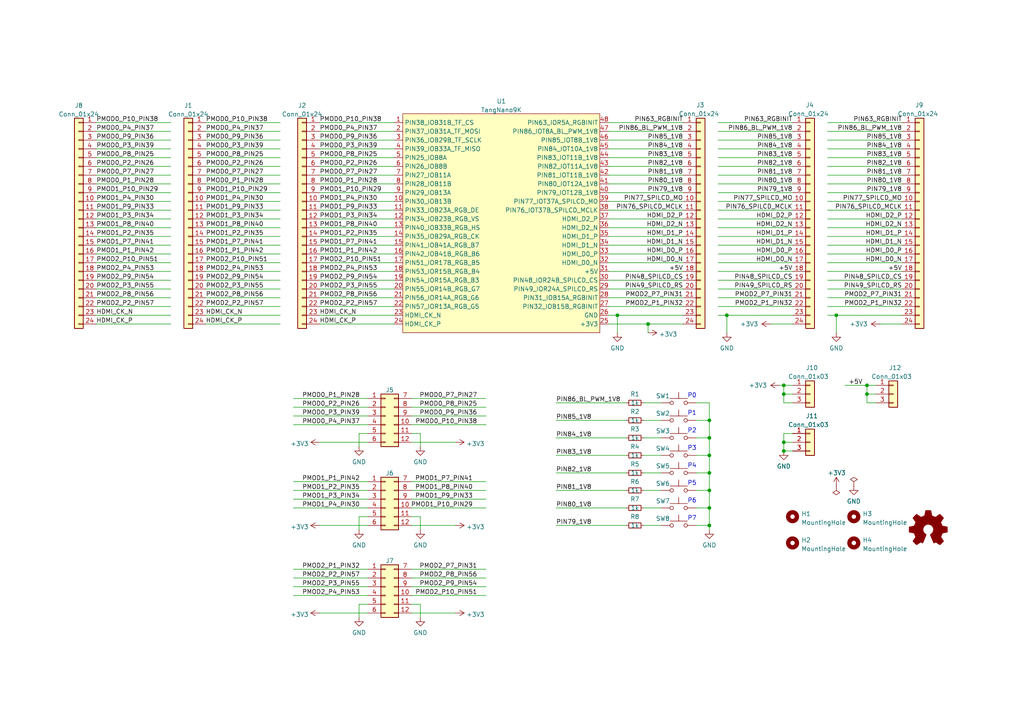
<source format=kicad_sch>
(kicad_sch (version 20230121) (generator eeschema)

  (uuid e52f370c-0c9e-469f-8916-5460f17b6115)

  (paper "A4")

  (lib_symbols
    (symbol "Connector_Generic:Conn_01x03" (pin_names (offset 1.016) hide) (in_bom yes) (on_board yes)
      (property "Reference" "J" (at 0 5.08 0)
        (effects (font (size 1.27 1.27)))
      )
      (property "Value" "Conn_01x03" (at 0 -5.08 0)
        (effects (font (size 1.27 1.27)))
      )
      (property "Footprint" "" (at 0 0 0)
        (effects (font (size 1.27 1.27)) hide)
      )
      (property "Datasheet" "~" (at 0 0 0)
        (effects (font (size 1.27 1.27)) hide)
      )
      (property "ki_keywords" "connector" (at 0 0 0)
        (effects (font (size 1.27 1.27)) hide)
      )
      (property "ki_description" "Generic connector, single row, 01x03, script generated (kicad-library-utils/schlib/autogen/connector/)" (at 0 0 0)
        (effects (font (size 1.27 1.27)) hide)
      )
      (property "ki_fp_filters" "Connector*:*_1x??_*" (at 0 0 0)
        (effects (font (size 1.27 1.27)) hide)
      )
      (symbol "Conn_01x03_1_1"
        (rectangle (start -1.27 -2.413) (end 0 -2.667)
          (stroke (width 0.1524) (type default))
          (fill (type none))
        )
        (rectangle (start -1.27 0.127) (end 0 -0.127)
          (stroke (width 0.1524) (type default))
          (fill (type none))
        )
        (rectangle (start -1.27 2.667) (end 0 2.413)
          (stroke (width 0.1524) (type default))
          (fill (type none))
        )
        (rectangle (start -1.27 3.81) (end 1.27 -3.81)
          (stroke (width 0.254) (type default))
          (fill (type background))
        )
        (pin passive line (at -5.08 2.54 0) (length 3.81)
          (name "Pin_1" (effects (font (size 1.27 1.27))))
          (number "1" (effects (font (size 1.27 1.27))))
        )
        (pin passive line (at -5.08 0 0) (length 3.81)
          (name "Pin_2" (effects (font (size 1.27 1.27))))
          (number "2" (effects (font (size 1.27 1.27))))
        )
        (pin passive line (at -5.08 -2.54 0) (length 3.81)
          (name "Pin_3" (effects (font (size 1.27 1.27))))
          (number "3" (effects (font (size 1.27 1.27))))
        )
      )
    )
    (symbol "Connector_Generic:Conn_01x24" (pin_names (offset 1.016) hide) (in_bom yes) (on_board yes)
      (property "Reference" "J" (at 0 30.48 0)
        (effects (font (size 1.27 1.27)))
      )
      (property "Value" "Conn_01x24" (at 0 -33.02 0)
        (effects (font (size 1.27 1.27)))
      )
      (property "Footprint" "" (at 0 0 0)
        (effects (font (size 1.27 1.27)) hide)
      )
      (property "Datasheet" "~" (at 0 0 0)
        (effects (font (size 1.27 1.27)) hide)
      )
      (property "ki_keywords" "connector" (at 0 0 0)
        (effects (font (size 1.27 1.27)) hide)
      )
      (property "ki_description" "Generic connector, single row, 01x24, script generated (kicad-library-utils/schlib/autogen/connector/)" (at 0 0 0)
        (effects (font (size 1.27 1.27)) hide)
      )
      (property "ki_fp_filters" "Connector*:*_1x??_*" (at 0 0 0)
        (effects (font (size 1.27 1.27)) hide)
      )
      (symbol "Conn_01x24_1_1"
        (rectangle (start -1.27 -30.353) (end 0 -30.607)
          (stroke (width 0.1524) (type default))
          (fill (type none))
        )
        (rectangle (start -1.27 -27.813) (end 0 -28.067)
          (stroke (width 0.1524) (type default))
          (fill (type none))
        )
        (rectangle (start -1.27 -25.273) (end 0 -25.527)
          (stroke (width 0.1524) (type default))
          (fill (type none))
        )
        (rectangle (start -1.27 -22.733) (end 0 -22.987)
          (stroke (width 0.1524) (type default))
          (fill (type none))
        )
        (rectangle (start -1.27 -20.193) (end 0 -20.447)
          (stroke (width 0.1524) (type default))
          (fill (type none))
        )
        (rectangle (start -1.27 -17.653) (end 0 -17.907)
          (stroke (width 0.1524) (type default))
          (fill (type none))
        )
        (rectangle (start -1.27 -15.113) (end 0 -15.367)
          (stroke (width 0.1524) (type default))
          (fill (type none))
        )
        (rectangle (start -1.27 -12.573) (end 0 -12.827)
          (stroke (width 0.1524) (type default))
          (fill (type none))
        )
        (rectangle (start -1.27 -10.033) (end 0 -10.287)
          (stroke (width 0.1524) (type default))
          (fill (type none))
        )
        (rectangle (start -1.27 -7.493) (end 0 -7.747)
          (stroke (width 0.1524) (type default))
          (fill (type none))
        )
        (rectangle (start -1.27 -4.953) (end 0 -5.207)
          (stroke (width 0.1524) (type default))
          (fill (type none))
        )
        (rectangle (start -1.27 -2.413) (end 0 -2.667)
          (stroke (width 0.1524) (type default))
          (fill (type none))
        )
        (rectangle (start -1.27 0.127) (end 0 -0.127)
          (stroke (width 0.1524) (type default))
          (fill (type none))
        )
        (rectangle (start -1.27 2.667) (end 0 2.413)
          (stroke (width 0.1524) (type default))
          (fill (type none))
        )
        (rectangle (start -1.27 5.207) (end 0 4.953)
          (stroke (width 0.1524) (type default))
          (fill (type none))
        )
        (rectangle (start -1.27 7.747) (end 0 7.493)
          (stroke (width 0.1524) (type default))
          (fill (type none))
        )
        (rectangle (start -1.27 10.287) (end 0 10.033)
          (stroke (width 0.1524) (type default))
          (fill (type none))
        )
        (rectangle (start -1.27 12.827) (end 0 12.573)
          (stroke (width 0.1524) (type default))
          (fill (type none))
        )
        (rectangle (start -1.27 15.367) (end 0 15.113)
          (stroke (width 0.1524) (type default))
          (fill (type none))
        )
        (rectangle (start -1.27 17.907) (end 0 17.653)
          (stroke (width 0.1524) (type default))
          (fill (type none))
        )
        (rectangle (start -1.27 20.447) (end 0 20.193)
          (stroke (width 0.1524) (type default))
          (fill (type none))
        )
        (rectangle (start -1.27 22.987) (end 0 22.733)
          (stroke (width 0.1524) (type default))
          (fill (type none))
        )
        (rectangle (start -1.27 25.527) (end 0 25.273)
          (stroke (width 0.1524) (type default))
          (fill (type none))
        )
        (rectangle (start -1.27 28.067) (end 0 27.813)
          (stroke (width 0.1524) (type default))
          (fill (type none))
        )
        (rectangle (start -1.27 29.21) (end 1.27 -31.75)
          (stroke (width 0.254) (type default))
          (fill (type background))
        )
        (pin passive line (at -5.08 27.94 0) (length 3.81)
          (name "Pin_1" (effects (font (size 1.27 1.27))))
          (number "1" (effects (font (size 1.27 1.27))))
        )
        (pin passive line (at -5.08 5.08 0) (length 3.81)
          (name "Pin_10" (effects (font (size 1.27 1.27))))
          (number "10" (effects (font (size 1.27 1.27))))
        )
        (pin passive line (at -5.08 2.54 0) (length 3.81)
          (name "Pin_11" (effects (font (size 1.27 1.27))))
          (number "11" (effects (font (size 1.27 1.27))))
        )
        (pin passive line (at -5.08 0 0) (length 3.81)
          (name "Pin_12" (effects (font (size 1.27 1.27))))
          (number "12" (effects (font (size 1.27 1.27))))
        )
        (pin passive line (at -5.08 -2.54 0) (length 3.81)
          (name "Pin_13" (effects (font (size 1.27 1.27))))
          (number "13" (effects (font (size 1.27 1.27))))
        )
        (pin passive line (at -5.08 -5.08 0) (length 3.81)
          (name "Pin_14" (effects (font (size 1.27 1.27))))
          (number "14" (effects (font (size 1.27 1.27))))
        )
        (pin passive line (at -5.08 -7.62 0) (length 3.81)
          (name "Pin_15" (effects (font (size 1.27 1.27))))
          (number "15" (effects (font (size 1.27 1.27))))
        )
        (pin passive line (at -5.08 -10.16 0) (length 3.81)
          (name "Pin_16" (effects (font (size 1.27 1.27))))
          (number "16" (effects (font (size 1.27 1.27))))
        )
        (pin passive line (at -5.08 -12.7 0) (length 3.81)
          (name "Pin_17" (effects (font (size 1.27 1.27))))
          (number "17" (effects (font (size 1.27 1.27))))
        )
        (pin passive line (at -5.08 -15.24 0) (length 3.81)
          (name "Pin_18" (effects (font (size 1.27 1.27))))
          (number "18" (effects (font (size 1.27 1.27))))
        )
        (pin passive line (at -5.08 -17.78 0) (length 3.81)
          (name "Pin_19" (effects (font (size 1.27 1.27))))
          (number "19" (effects (font (size 1.27 1.27))))
        )
        (pin passive line (at -5.08 25.4 0) (length 3.81)
          (name "Pin_2" (effects (font (size 1.27 1.27))))
          (number "2" (effects (font (size 1.27 1.27))))
        )
        (pin passive line (at -5.08 -20.32 0) (length 3.81)
          (name "Pin_20" (effects (font (size 1.27 1.27))))
          (number "20" (effects (font (size 1.27 1.27))))
        )
        (pin passive line (at -5.08 -22.86 0) (length 3.81)
          (name "Pin_21" (effects (font (size 1.27 1.27))))
          (number "21" (effects (font (size 1.27 1.27))))
        )
        (pin passive line (at -5.08 -25.4 0) (length 3.81)
          (name "Pin_22" (effects (font (size 1.27 1.27))))
          (number "22" (effects (font (size 1.27 1.27))))
        )
        (pin passive line (at -5.08 -27.94 0) (length 3.81)
          (name "Pin_23" (effects (font (size 1.27 1.27))))
          (number "23" (effects (font (size 1.27 1.27))))
        )
        (pin passive line (at -5.08 -30.48 0) (length 3.81)
          (name "Pin_24" (effects (font (size 1.27 1.27))))
          (number "24" (effects (font (size 1.27 1.27))))
        )
        (pin passive line (at -5.08 22.86 0) (length 3.81)
          (name "Pin_3" (effects (font (size 1.27 1.27))))
          (number "3" (effects (font (size 1.27 1.27))))
        )
        (pin passive line (at -5.08 20.32 0) (length 3.81)
          (name "Pin_4" (effects (font (size 1.27 1.27))))
          (number "4" (effects (font (size 1.27 1.27))))
        )
        (pin passive line (at -5.08 17.78 0) (length 3.81)
          (name "Pin_5" (effects (font (size 1.27 1.27))))
          (number "5" (effects (font (size 1.27 1.27))))
        )
        (pin passive line (at -5.08 15.24 0) (length 3.81)
          (name "Pin_6" (effects (font (size 1.27 1.27))))
          (number "6" (effects (font (size 1.27 1.27))))
        )
        (pin passive line (at -5.08 12.7 0) (length 3.81)
          (name "Pin_7" (effects (font (size 1.27 1.27))))
          (number "7" (effects (font (size 1.27 1.27))))
        )
        (pin passive line (at -5.08 10.16 0) (length 3.81)
          (name "Pin_8" (effects (font (size 1.27 1.27))))
          (number "8" (effects (font (size 1.27 1.27))))
        )
        (pin passive line (at -5.08 7.62 0) (length 3.81)
          (name "Pin_9" (effects (font (size 1.27 1.27))))
          (number "9" (effects (font (size 1.27 1.27))))
        )
      )
    )
    (symbol "Connector_Generic:Conn_02x06_Top_Bottom" (pin_names (offset 1.016) hide) (in_bom yes) (on_board yes)
      (property "Reference" "J" (at 1.27 7.62 0)
        (effects (font (size 1.27 1.27)))
      )
      (property "Value" "Conn_02x06_Top_Bottom" (at 1.27 -10.16 0)
        (effects (font (size 1.27 1.27)))
      )
      (property "Footprint" "" (at 0 0 0)
        (effects (font (size 1.27 1.27)) hide)
      )
      (property "Datasheet" "~" (at 0 0 0)
        (effects (font (size 1.27 1.27)) hide)
      )
      (property "ki_keywords" "connector" (at 0 0 0)
        (effects (font (size 1.27 1.27)) hide)
      )
      (property "ki_description" "Generic connector, double row, 02x06, top/bottom pin numbering scheme (row 1: 1...pins_per_row, row2: pins_per_row+1 ... num_pins), script generated (kicad-library-utils/schlib/autogen/connector/)" (at 0 0 0)
        (effects (font (size 1.27 1.27)) hide)
      )
      (property "ki_fp_filters" "Connector*:*_2x??_*" (at 0 0 0)
        (effects (font (size 1.27 1.27)) hide)
      )
      (symbol "Conn_02x06_Top_Bottom_1_1"
        (rectangle (start -1.27 -7.493) (end 0 -7.747)
          (stroke (width 0.1524) (type default))
          (fill (type none))
        )
        (rectangle (start -1.27 -4.953) (end 0 -5.207)
          (stroke (width 0.1524) (type default))
          (fill (type none))
        )
        (rectangle (start -1.27 -2.413) (end 0 -2.667)
          (stroke (width 0.1524) (type default))
          (fill (type none))
        )
        (rectangle (start -1.27 0.127) (end 0 -0.127)
          (stroke (width 0.1524) (type default))
          (fill (type none))
        )
        (rectangle (start -1.27 2.667) (end 0 2.413)
          (stroke (width 0.1524) (type default))
          (fill (type none))
        )
        (rectangle (start -1.27 5.207) (end 0 4.953)
          (stroke (width 0.1524) (type default))
          (fill (type none))
        )
        (rectangle (start -1.27 6.35) (end 3.81 -8.89)
          (stroke (width 0.254) (type default))
          (fill (type background))
        )
        (rectangle (start 3.81 -7.493) (end 2.54 -7.747)
          (stroke (width 0.1524) (type default))
          (fill (type none))
        )
        (rectangle (start 3.81 -4.953) (end 2.54 -5.207)
          (stroke (width 0.1524) (type default))
          (fill (type none))
        )
        (rectangle (start 3.81 -2.413) (end 2.54 -2.667)
          (stroke (width 0.1524) (type default))
          (fill (type none))
        )
        (rectangle (start 3.81 0.127) (end 2.54 -0.127)
          (stroke (width 0.1524) (type default))
          (fill (type none))
        )
        (rectangle (start 3.81 2.667) (end 2.54 2.413)
          (stroke (width 0.1524) (type default))
          (fill (type none))
        )
        (rectangle (start 3.81 5.207) (end 2.54 4.953)
          (stroke (width 0.1524) (type default))
          (fill (type none))
        )
        (pin passive line (at -5.08 5.08 0) (length 3.81)
          (name "Pin_1" (effects (font (size 1.27 1.27))))
          (number "1" (effects (font (size 1.27 1.27))))
        )
        (pin passive line (at 7.62 -2.54 180) (length 3.81)
          (name "Pin_10" (effects (font (size 1.27 1.27))))
          (number "10" (effects (font (size 1.27 1.27))))
        )
        (pin passive line (at 7.62 -5.08 180) (length 3.81)
          (name "Pin_11" (effects (font (size 1.27 1.27))))
          (number "11" (effects (font (size 1.27 1.27))))
        )
        (pin passive line (at 7.62 -7.62 180) (length 3.81)
          (name "Pin_12" (effects (font (size 1.27 1.27))))
          (number "12" (effects (font (size 1.27 1.27))))
        )
        (pin passive line (at -5.08 2.54 0) (length 3.81)
          (name "Pin_2" (effects (font (size 1.27 1.27))))
          (number "2" (effects (font (size 1.27 1.27))))
        )
        (pin passive line (at -5.08 0 0) (length 3.81)
          (name "Pin_3" (effects (font (size 1.27 1.27))))
          (number "3" (effects (font (size 1.27 1.27))))
        )
        (pin passive line (at -5.08 -2.54 0) (length 3.81)
          (name "Pin_4" (effects (font (size 1.27 1.27))))
          (number "4" (effects (font (size 1.27 1.27))))
        )
        (pin passive line (at -5.08 -5.08 0) (length 3.81)
          (name "Pin_5" (effects (font (size 1.27 1.27))))
          (number "5" (effects (font (size 1.27 1.27))))
        )
        (pin passive line (at -5.08 -7.62 0) (length 3.81)
          (name "Pin_6" (effects (font (size 1.27 1.27))))
          (number "6" (effects (font (size 1.27 1.27))))
        )
        (pin passive line (at 7.62 5.08 180) (length 3.81)
          (name "Pin_7" (effects (font (size 1.27 1.27))))
          (number "7" (effects (font (size 1.27 1.27))))
        )
        (pin passive line (at 7.62 2.54 180) (length 3.81)
          (name "Pin_8" (effects (font (size 1.27 1.27))))
          (number "8" (effects (font (size 1.27 1.27))))
        )
        (pin passive line (at 7.62 0 180) (length 3.81)
          (name "Pin_9" (effects (font (size 1.27 1.27))))
          (number "9" (effects (font (size 1.27 1.27))))
        )
      )
    )
    (symbol "Device:R_Small" (pin_numbers hide) (pin_names (offset 0.254) hide) (in_bom yes) (on_board yes)
      (property "Reference" "R" (at 0.762 0.508 0)
        (effects (font (size 1.27 1.27)) (justify left))
      )
      (property "Value" "R_Small" (at 0.762 -1.016 0)
        (effects (font (size 1.27 1.27)) (justify left))
      )
      (property "Footprint" "" (at 0 0 0)
        (effects (font (size 1.27 1.27)) hide)
      )
      (property "Datasheet" "~" (at 0 0 0)
        (effects (font (size 1.27 1.27)) hide)
      )
      (property "ki_keywords" "R resistor" (at 0 0 0)
        (effects (font (size 1.27 1.27)) hide)
      )
      (property "ki_description" "Resistor, small symbol" (at 0 0 0)
        (effects (font (size 1.27 1.27)) hide)
      )
      (property "ki_fp_filters" "R_*" (at 0 0 0)
        (effects (font (size 1.27 1.27)) hide)
      )
      (symbol "R_Small_0_1"
        (rectangle (start -0.762 1.778) (end 0.762 -1.778)
          (stroke (width 0.2032) (type default))
          (fill (type none))
        )
      )
      (symbol "R_Small_1_1"
        (pin passive line (at 0 2.54 270) (length 0.762)
          (name "~" (effects (font (size 1.27 1.27))))
          (number "1" (effects (font (size 1.27 1.27))))
        )
        (pin passive line (at 0 -2.54 90) (length 0.762)
          (name "~" (effects (font (size 1.27 1.27))))
          (number "2" (effects (font (size 1.27 1.27))))
        )
      )
    )
    (symbol "Graphic:Logo_Open_Hardware_Small" (pin_names (offset 1.016)) (in_bom yes) (on_board yes)
      (property "Reference" "#LOGO" (at 0 6.985 0)
        (effects (font (size 1.27 1.27)) hide)
      )
      (property "Value" "Logo_Open_Hardware_Small" (at 0 -5.715 0)
        (effects (font (size 1.27 1.27)) hide)
      )
      (property "Footprint" "" (at 0 0 0)
        (effects (font (size 1.27 1.27)) hide)
      )
      (property "Datasheet" "~" (at 0 0 0)
        (effects (font (size 1.27 1.27)) hide)
      )
      (property "ki_keywords" "Logo" (at 0 0 0)
        (effects (font (size 1.27 1.27)) hide)
      )
      (property "ki_description" "Open Hardware logo, small" (at 0 0 0)
        (effects (font (size 1.27 1.27)) hide)
      )
      (symbol "Logo_Open_Hardware_Small_0_1"
        (polyline
          (pts
            (xy 3.3528 -4.3434)
            (xy 3.302 -4.318)
            (xy 3.175 -4.2418)
            (xy 2.9972 -4.1148)
            (xy 2.7686 -3.9624)
            (xy 2.54 -3.81)
            (xy 2.3622 -3.7084)
            (xy 2.2352 -3.6068)
            (xy 2.1844 -3.5814)
            (xy 2.159 -3.6068)
            (xy 2.0574 -3.6576)
            (xy 1.905 -3.7338)
            (xy 1.8034 -3.7846)
            (xy 1.6764 -3.8354)
            (xy 1.6002 -3.8354)
            (xy 1.6002 -3.8354)
            (xy 1.5494 -3.7338)
            (xy 1.4732 -3.5306)
            (xy 1.3462 -3.302)
            (xy 1.2446 -3.0226)
            (xy 1.1176 -2.7178)
            (xy 0.9652 -2.413)
            (xy 0.8636 -2.1082)
            (xy 0.7366 -1.8288)
            (xy 0.6604 -1.6256)
            (xy 0.6096 -1.4732)
            (xy 0.5842 -1.397)
            (xy 0.5842 -1.397)
            (xy 0.6604 -1.3208)
            (xy 0.7874 -1.2446)
            (xy 1.0414 -1.016)
            (xy 1.2954 -0.6858)
            (xy 1.4478 -0.3302)
            (xy 1.524 0.0762)
            (xy 1.4732 0.4572)
            (xy 1.3208 0.8128)
            (xy 1.0668 1.143)
            (xy 0.762 1.3716)
            (xy 0.4064 1.524)
            (xy 0 1.5748)
            (xy -0.381 1.5494)
            (xy -0.7366 1.397)
            (xy -1.0668 1.143)
            (xy -1.2192 0.9906)
            (xy -1.397 0.6604)
            (xy -1.524 0.3048)
            (xy -1.524 0.2286)
            (xy -1.4986 -0.1778)
            (xy -1.397 -0.5334)
            (xy -1.1938 -0.8636)
            (xy -0.9144 -1.143)
            (xy -0.8636 -1.1684)
            (xy -0.7366 -1.27)
            (xy -0.635 -1.3462)
            (xy -0.5842 -1.397)
            (xy -1.0668 -2.5908)
            (xy -1.143 -2.794)
            (xy -1.2954 -3.1242)
            (xy -1.397 -3.4036)
            (xy -1.4986 -3.6322)
            (xy -1.5748 -3.7846)
            (xy -1.6002 -3.8354)
            (xy -1.6002 -3.8354)
            (xy -1.651 -3.8354)
            (xy -1.7272 -3.81)
            (xy -1.905 -3.7338)
            (xy -2.0066 -3.683)
            (xy -2.1336 -3.6068)
            (xy -2.2098 -3.5814)
            (xy -2.2606 -3.6068)
            (xy -2.3622 -3.683)
            (xy -2.54 -3.81)
            (xy -2.7686 -3.9624)
            (xy -2.9718 -4.0894)
            (xy -3.1496 -4.2164)
            (xy -3.302 -4.318)
            (xy -3.3528 -4.3434)
            (xy -3.3782 -4.3434)
            (xy -3.429 -4.318)
            (xy -3.5306 -4.2164)
            (xy -3.7084 -4.064)
            (xy -3.937 -3.8354)
            (xy -3.9624 -3.81)
            (xy -4.1656 -3.6068)
            (xy -4.318 -3.4544)
            (xy -4.4196 -3.3274)
            (xy -4.445 -3.2766)
            (xy -4.445 -3.2766)
            (xy -4.4196 -3.2258)
            (xy -4.318 -3.0734)
            (xy -4.2164 -2.8956)
            (xy -4.064 -2.667)
            (xy -3.6576 -2.0828)
            (xy -3.8862 -1.5494)
            (xy -3.937 -1.3716)
            (xy -4.0386 -1.1684)
            (xy -4.0894 -1.0414)
            (xy -4.1148 -0.9652)
            (xy -4.191 -0.9398)
            (xy -4.318 -0.9144)
            (xy -4.5466 -0.8636)
            (xy -4.8006 -0.8128)
            (xy -5.0546 -0.7874)
            (xy -5.2578 -0.7366)
            (xy -5.4356 -0.7112)
            (xy -5.5118 -0.6858)
            (xy -5.5118 -0.6858)
            (xy -5.5372 -0.635)
            (xy -5.5372 -0.5588)
            (xy -5.5372 -0.4318)
            (xy -5.5626 -0.2286)
            (xy -5.5626 0.0762)
            (xy -5.5626 0.127)
            (xy -5.5372 0.4064)
            (xy -5.5372 0.635)
            (xy -5.5372 0.762)
            (xy -5.5372 0.8382)
            (xy -5.5372 0.8382)
            (xy -5.461 0.8382)
            (xy -5.3086 0.889)
            (xy -5.08 0.9144)
            (xy -4.826 0.9652)
            (xy -4.8006 0.9906)
            (xy -4.5466 1.0414)
            (xy -4.318 1.0668)
            (xy -4.1656 1.1176)
            (xy -4.0894 1.143)
            (xy -4.0894 1.143)
            (xy -4.0386 1.2446)
            (xy -3.9624 1.4224)
            (xy -3.8608 1.6256)
            (xy -3.7846 1.8288)
            (xy -3.7084 2.0066)
            (xy -3.6576 2.159)
            (xy -3.6322 2.2098)
            (xy -3.6322 2.2098)
            (xy -3.683 2.286)
            (xy -3.7592 2.413)
            (xy -3.8862 2.5908)
            (xy -4.064 2.8194)
            (xy -4.064 2.8448)
            (xy -4.2164 3.0734)
            (xy -4.3434 3.2512)
            (xy -4.4196 3.3782)
            (xy -4.445 3.4544)
            (xy -4.445 3.4544)
            (xy -4.3942 3.5052)
            (xy -4.2926 3.6322)
            (xy -4.1148 3.81)
            (xy -3.937 4.0132)
            (xy -3.8608 4.064)
            (xy -3.6576 4.2926)
            (xy -3.5052 4.4196)
            (xy -3.4036 4.4958)
            (xy -3.3528 4.5212)
            (xy -3.3528 4.5212)
            (xy -3.302 4.4704)
            (xy -3.1496 4.3688)
            (xy -2.9718 4.2418)
            (xy -2.7432 4.0894)
            (xy -2.7178 4.0894)
            (xy -2.4892 3.937)
            (xy -2.3114 3.81)
            (xy -2.1844 3.7084)
            (xy -2.1336 3.683)
            (xy -2.1082 3.683)
            (xy -2.032 3.7084)
            (xy -1.8542 3.7592)
            (xy -1.6764 3.8354)
            (xy -1.4732 3.937)
            (xy -1.27 4.0132)
            (xy -1.143 4.064)
            (xy -1.0668 4.1148)
            (xy -1.0668 4.1148)
            (xy -1.0414 4.191)
            (xy -1.016 4.3434)
            (xy -0.9652 4.572)
            (xy -0.9144 4.8514)
            (xy -0.889 4.9022)
            (xy -0.8382 5.1562)
            (xy -0.8128 5.3848)
            (xy -0.7874 5.5372)
            (xy -0.762 5.588)
            (xy -0.7112 5.6134)
            (xy -0.5842 5.6134)
            (xy -0.4064 5.6134)
            (xy -0.1524 5.6134)
            (xy 0.0762 5.6134)
            (xy 0.3302 5.6134)
            (xy 0.5334 5.6134)
            (xy 0.6858 5.588)
            (xy 0.7366 5.588)
            (xy 0.7366 5.588)
            (xy 0.762 5.5118)
            (xy 0.8128 5.334)
            (xy 0.8382 5.1054)
            (xy 0.9144 4.826)
            (xy 0.9144 4.7752)
            (xy 0.9652 4.5212)
            (xy 1.016 4.2926)
            (xy 1.0414 4.1402)
            (xy 1.0668 4.0894)
            (xy 1.0668 4.0894)
            (xy 1.1938 4.0386)
            (xy 1.3716 3.9624)
            (xy 1.5748 3.8608)
            (xy 2.0828 3.6576)
            (xy 2.7178 4.0894)
            (xy 2.7686 4.1402)
            (xy 2.9972 4.2926)
            (xy 3.175 4.4196)
            (xy 3.302 4.4958)
            (xy 3.3782 4.5212)
            (xy 3.3782 4.5212)
            (xy 3.429 4.4704)
            (xy 3.556 4.3434)
            (xy 3.7338 4.191)
            (xy 3.9116 3.9878)
            (xy 4.064 3.8354)
            (xy 4.2418 3.6576)
            (xy 4.3434 3.556)
            (xy 4.4196 3.4798)
            (xy 4.4196 3.429)
            (xy 4.4196 3.4036)
            (xy 4.3942 3.3274)
            (xy 4.2926 3.2004)
            (xy 4.1656 2.9972)
            (xy 4.0132 2.794)
            (xy 3.8862 2.5908)
            (xy 3.7592 2.3876)
            (xy 3.6576 2.2352)
            (xy 3.6322 2.159)
            (xy 3.6322 2.1336)
            (xy 3.683 2.0066)
            (xy 3.7592 1.8288)
            (xy 3.8608 1.6002)
            (xy 4.064 1.1176)
            (xy 4.3942 1.0414)
            (xy 4.5974 1.016)
            (xy 4.8768 0.9652)
            (xy 5.1308 0.9144)
            (xy 5.5372 0.8382)
            (xy 5.5626 -0.6604)
            (xy 5.4864 -0.6858)
            (xy 5.4356 -0.6858)
            (xy 5.2832 -0.7366)
            (xy 5.0546 -0.762)
            (xy 4.8006 -0.8128)
            (xy 4.5974 -0.8636)
            (xy 4.3688 -0.9144)
            (xy 4.2164 -0.9398)
            (xy 4.1402 -0.9398)
            (xy 4.1148 -0.9652)
            (xy 4.064 -1.0668)
            (xy 3.9878 -1.2446)
            (xy 3.9116 -1.4478)
            (xy 3.81 -1.651)
            (xy 3.7338 -1.8542)
            (xy 3.683 -2.0066)
            (xy 3.6576 -2.0828)
            (xy 3.683 -2.1336)
            (xy 3.7846 -2.2606)
            (xy 3.8862 -2.4638)
            (xy 4.0386 -2.667)
            (xy 4.191 -2.8956)
            (xy 4.318 -3.0734)
            (xy 4.3942 -3.2004)
            (xy 4.445 -3.2766)
            (xy 4.4196 -3.3274)
            (xy 4.3434 -3.429)
            (xy 4.1656 -3.5814)
            (xy 3.937 -3.8354)
            (xy 3.8862 -3.8608)
            (xy 3.683 -4.064)
            (xy 3.5306 -4.2164)
            (xy 3.4036 -4.318)
            (xy 3.3528 -4.3434)
          )
          (stroke (width 0) (type default))
          (fill (type outline))
        )
      )
    )
    (symbol "Mechanical:MountingHole" (pin_names (offset 1.016)) (in_bom yes) (on_board yes)
      (property "Reference" "H" (at 0 5.08 0)
        (effects (font (size 1.27 1.27)))
      )
      (property "Value" "MountingHole" (at 0 3.175 0)
        (effects (font (size 1.27 1.27)))
      )
      (property "Footprint" "" (at 0 0 0)
        (effects (font (size 1.27 1.27)) hide)
      )
      (property "Datasheet" "~" (at 0 0 0)
        (effects (font (size 1.27 1.27)) hide)
      )
      (property "ki_keywords" "mounting hole" (at 0 0 0)
        (effects (font (size 1.27 1.27)) hide)
      )
      (property "ki_description" "Mounting Hole without connection" (at 0 0 0)
        (effects (font (size 1.27 1.27)) hide)
      )
      (property "ki_fp_filters" "MountingHole*" (at 0 0 0)
        (effects (font (size 1.27 1.27)) hide)
      )
      (symbol "MountingHole_0_1"
        (circle (center 0 0) (radius 1.27)
          (stroke (width 1.27) (type default))
          (fill (type none))
        )
      )
    )
    (symbol "Switch:SW_Push" (pin_numbers hide) (pin_names (offset 1.016) hide) (in_bom yes) (on_board yes)
      (property "Reference" "SW" (at 1.27 2.54 0)
        (effects (font (size 1.27 1.27)) (justify left))
      )
      (property "Value" "SW_Push" (at 0 -1.524 0)
        (effects (font (size 1.27 1.27)))
      )
      (property "Footprint" "" (at 0 5.08 0)
        (effects (font (size 1.27 1.27)) hide)
      )
      (property "Datasheet" "~" (at 0 5.08 0)
        (effects (font (size 1.27 1.27)) hide)
      )
      (property "ki_keywords" "switch normally-open pushbutton push-button" (at 0 0 0)
        (effects (font (size 1.27 1.27)) hide)
      )
      (property "ki_description" "Push button switch, generic, two pins" (at 0 0 0)
        (effects (font (size 1.27 1.27)) hide)
      )
      (symbol "SW_Push_0_1"
        (circle (center -2.032 0) (radius 0.508)
          (stroke (width 0) (type default))
          (fill (type none))
        )
        (polyline
          (pts
            (xy 0 1.27)
            (xy 0 3.048)
          )
          (stroke (width 0) (type default))
          (fill (type none))
        )
        (polyline
          (pts
            (xy 2.54 1.27)
            (xy -2.54 1.27)
          )
          (stroke (width 0) (type default))
          (fill (type none))
        )
        (circle (center 2.032 0) (radius 0.508)
          (stroke (width 0) (type default))
          (fill (type none))
        )
        (pin passive line (at -5.08 0 0) (length 2.54)
          (name "1" (effects (font (size 1.27 1.27))))
          (number "1" (effects (font (size 1.27 1.27))))
        )
        (pin passive line (at 5.08 0 180) (length 2.54)
          (name "2" (effects (font (size 1.27 1.27))))
          (number "2" (effects (font (size 1.27 1.27))))
        )
      )
    )
    (symbol "local:TangNano9K" (in_bom yes) (on_board yes)
      (property "Reference" "U" (at 0 33.02 0)
        (effects (font (size 1.27 1.27)))
      )
      (property "Value" "TangNano9K" (at 0 0 0)
        (effects (font (size 1.27 1.27)))
      )
      (property "Footprint" "" (at -31.75 29.21 0)
        (effects (font (size 1.27 1.27)) hide)
      )
      (property "Datasheet" "" (at -31.75 29.21 0)
        (effects (font (size 1.27 1.27)) hide)
      )
      (symbol "TangNano9K_0_0"
        (pin passive line (at -31.75 29.21 0) (length 2.54)
          (name "PIN38_IOB31B_TF_CS" (effects (font (size 1.27 1.27))))
          (number "1" (effects (font (size 1.27 1.27))))
        )
        (pin passive line (at -31.75 6.35 0) (length 2.54)
          (name "PIN30_IOB13B" (effects (font (size 1.27 1.27))))
          (number "10" (effects (font (size 1.27 1.27))))
        )
        (pin passive line (at -31.75 3.81 0) (length 2.54)
          (name "PIN33_IOB23A_RGB_DE" (effects (font (size 1.27 1.27))))
          (number "11" (effects (font (size 1.27 1.27))))
        )
        (pin passive line (at -31.75 1.27 0) (length 2.54)
          (name "PIN34_IOB23B_RGB_VS" (effects (font (size 1.27 1.27))))
          (number "12" (effects (font (size 1.27 1.27))))
        )
        (pin passive line (at -31.75 -1.27 0) (length 2.54)
          (name "PIN40_IOB33B_RGB_HS" (effects (font (size 1.27 1.27))))
          (number "13" (effects (font (size 1.27 1.27))))
        )
        (pin passive line (at -31.75 -3.81 0) (length 2.54)
          (name "PIN35_IOB29A_RGB_CK" (effects (font (size 1.27 1.27))))
          (number "14" (effects (font (size 1.27 1.27))))
        )
        (pin passive line (at -31.75 -6.35 0) (length 2.54)
          (name "PIN41_IOB41A_RGB_B7" (effects (font (size 1.27 1.27))))
          (number "15" (effects (font (size 1.27 1.27))))
        )
        (pin passive line (at -31.75 -8.89 0) (length 2.54)
          (name "PIN42_IOB41B_RGB_B6" (effects (font (size 1.27 1.27))))
          (number "16" (effects (font (size 1.27 1.27))))
        )
        (pin passive line (at -31.75 -11.43 0) (length 2.54)
          (name "PIN51_IOR17B_RGB_B5" (effects (font (size 1.27 1.27))))
          (number "17" (effects (font (size 1.27 1.27))))
        )
        (pin passive line (at -31.75 -13.97 0) (length 2.54)
          (name "PIN53_IOR15B_RGB_B4" (effects (font (size 1.27 1.27))))
          (number "18" (effects (font (size 1.27 1.27))))
        )
        (pin passive line (at -31.75 -16.51 0) (length 2.54)
          (name "PIN54_IOR15A_RGB_B3" (effects (font (size 1.27 1.27))))
          (number "19" (effects (font (size 1.27 1.27))))
        )
        (pin passive line (at -31.75 26.67 0) (length 2.54)
          (name "PIN37_IOB31A_TF_MOSI" (effects (font (size 1.27 1.27))))
          (number "2" (effects (font (size 1.27 1.27))))
        )
        (pin passive line (at -31.75 -19.05 0) (length 2.54)
          (name "PIN55_IOR14B_RGB_G7" (effects (font (size 1.27 1.27))))
          (number "20" (effects (font (size 1.27 1.27))))
        )
        (pin passive line (at -31.75 -21.59 0) (length 2.54)
          (name "PIN56_IOR14A_RGB_G6" (effects (font (size 1.27 1.27))))
          (number "21" (effects (font (size 1.27 1.27))))
        )
        (pin passive line (at -31.75 -24.13 0) (length 2.54)
          (name "PIN57_IOR13A_RGB_G5" (effects (font (size 1.27 1.27))))
          (number "22" (effects (font (size 1.27 1.27))))
        )
        (pin passive line (at -31.75 -26.67 0) (length 2.54)
          (name "HDMI_CK_N" (effects (font (size 1.27 1.27))))
          (number "23" (effects (font (size 1.27 1.27))))
        )
        (pin passive line (at -31.75 -29.21 0) (length 2.54)
          (name "HDMI_CK_P" (effects (font (size 1.27 1.27))))
          (number "24" (effects (font (size 1.27 1.27))))
        )
        (pin passive line (at 30.48 -29.21 180) (length 2.54)
          (name "+3V3" (effects (font (size 1.27 1.27))))
          (number "25" (effects (font (size 1.27 1.27))))
        )
        (pin passive line (at 30.48 -26.67 180) (length 2.54)
          (name "GND" (effects (font (size 1.27 1.27))))
          (number "26" (effects (font (size 1.27 1.27))))
        )
        (pin passive line (at 30.48 -24.13 180) (length 2.54)
          (name "PIN32_IOB15B_RGBINIT" (effects (font (size 1.27 1.27))))
          (number "27" (effects (font (size 1.27 1.27))))
        )
        (pin passive line (at 30.48 -21.59 180) (length 2.54)
          (name "PIN31_IOB15A_RGBINIT" (effects (font (size 1.27 1.27))))
          (number "28" (effects (font (size 1.27 1.27))))
        )
        (pin passive line (at 30.48 -19.05 180) (length 2.54)
          (name "PIN49_IOR24A_SPILCD_RS" (effects (font (size 1.27 1.27))))
          (number "29" (effects (font (size 1.27 1.27))))
        )
        (pin passive line (at -31.75 24.13 0) (length 2.54)
          (name "PIN36_IOB29B_TF_SCLK" (effects (font (size 1.27 1.27))))
          (number "3" (effects (font (size 1.27 1.27))))
        )
        (pin passive line (at 30.48 -16.51 180) (length 2.54)
          (name "PIN48_IOR24B_SPILCD_CS" (effects (font (size 1.27 1.27))))
          (number "30" (effects (font (size 1.27 1.27))))
        )
        (pin passive line (at 30.48 -13.97 180) (length 2.54)
          (name "+5V" (effects (font (size 1.27 1.27))))
          (number "31" (effects (font (size 1.27 1.27))))
        )
        (pin passive line (at 30.48 -11.43 180) (length 2.54)
          (name "HDMI_D0_N" (effects (font (size 1.27 1.27))))
          (number "32" (effects (font (size 1.27 1.27))))
        )
        (pin passive line (at 30.48 -8.89 180) (length 2.54)
          (name "HDMI_D0_P" (effects (font (size 1.27 1.27))))
          (number "33" (effects (font (size 1.27 1.27))))
        )
        (pin passive line (at 30.48 -6.35 180) (length 2.54)
          (name "HDMI_D1_N" (effects (font (size 1.27 1.27))))
          (number "34" (effects (font (size 1.27 1.27))))
        )
        (pin passive line (at 30.48 -3.81 180) (length 2.54)
          (name "HDMI_D1_P" (effects (font (size 1.27 1.27))))
          (number "35" (effects (font (size 1.27 1.27))))
        )
        (pin passive line (at 30.48 -1.27 180) (length 2.54)
          (name "HDMI_D2_N" (effects (font (size 1.27 1.27))))
          (number "36" (effects (font (size 1.27 1.27))))
        )
        (pin passive line (at 30.48 1.27 180) (length 2.54)
          (name "HDMI_D2_P" (effects (font (size 1.27 1.27))))
          (number "37" (effects (font (size 1.27 1.27))))
        )
        (pin passive line (at 30.48 3.81 180) (length 2.54)
          (name "PIN76_IOT37B_SPILCD_MCLK" (effects (font (size 1.27 1.27))))
          (number "38" (effects (font (size 1.27 1.27))))
        )
        (pin passive line (at 30.48 6.35 180) (length 2.54)
          (name "PIN77_IOT37A_SPILCD_MO" (effects (font (size 1.27 1.27))))
          (number "39" (effects (font (size 1.27 1.27))))
        )
        (pin passive line (at -31.75 21.59 0) (length 2.54)
          (name "PIN39_IOB33A_TF_MISO" (effects (font (size 1.27 1.27))))
          (number "4" (effects (font (size 1.27 1.27))))
        )
        (pin passive line (at 30.48 8.89 180) (length 2.54)
          (name "PIN79_IOT12B_1V8" (effects (font (size 1.27 1.27))))
          (number "40" (effects (font (size 1.27 1.27))))
        )
        (pin passive line (at 30.48 11.43 180) (length 2.54)
          (name "PIN80_IOT12A_1V8" (effects (font (size 1.27 1.27))))
          (number "41" (effects (font (size 1.27 1.27))))
        )
        (pin passive line (at 30.48 13.97 180) (length 2.54)
          (name "PIN81_IOT11B_1V8" (effects (font (size 1.27 1.27))))
          (number "42" (effects (font (size 1.27 1.27))))
        )
        (pin passive line (at 30.48 16.51 180) (length 2.54)
          (name "PIN82_IOT11A_1V8" (effects (font (size 1.27 1.27))))
          (number "43" (effects (font (size 1.27 1.27))))
        )
        (pin passive line (at 30.48 19.05 180) (length 2.54)
          (name "PIN83_IOT11B_1V8" (effects (font (size 1.27 1.27))))
          (number "44" (effects (font (size 1.27 1.27))))
        )
        (pin passive line (at 30.48 21.59 180) (length 2.54)
          (name "PIN84_IOT10A_1V8" (effects (font (size 1.27 1.27))))
          (number "45" (effects (font (size 1.27 1.27))))
        )
        (pin passive line (at 30.48 24.13 180) (length 2.54)
          (name "PIN85_IOT8B_1V8" (effects (font (size 1.27 1.27))))
          (number "46" (effects (font (size 1.27 1.27))))
        )
        (pin passive line (at 30.48 26.67 180) (length 2.54)
          (name "PIN86_IOT8A_BL_PWM_1V8" (effects (font (size 1.27 1.27))))
          (number "47" (effects (font (size 1.27 1.27))))
        )
        (pin passive line (at 30.48 29.21 180) (length 2.54)
          (name "PIN63_IOR5A_RGBINIT" (effects (font (size 1.27 1.27))))
          (number "48" (effects (font (size 1.27 1.27))))
        )
        (pin passive line (at -31.75 19.05 0) (length 2.54)
          (name "PIN25_IOB8A" (effects (font (size 1.27 1.27))))
          (number "5" (effects (font (size 1.27 1.27))))
        )
        (pin passive line (at -31.75 16.51 0) (length 2.54)
          (name "PIN26_IOB8B" (effects (font (size 1.27 1.27))))
          (number "6" (effects (font (size 1.27 1.27))))
        )
        (pin passive line (at -31.75 13.97 0) (length 2.54)
          (name "PIN27_IOB11A" (effects (font (size 1.27 1.27))))
          (number "7" (effects (font (size 1.27 1.27))))
        )
        (pin passive line (at -31.75 11.43 0) (length 2.54)
          (name "PIN28_IOB11B" (effects (font (size 1.27 1.27))))
          (number "8" (effects (font (size 1.27 1.27))))
        )
        (pin passive line (at -31.75 8.89 0) (length 2.54)
          (name "PIN29_IOB13A" (effects (font (size 1.27 1.27))))
          (number "9" (effects (font (size 1.27 1.27))))
        )
      )
      (symbol "TangNano9K_0_1"
        (rectangle (start -29.21 31.75) (end 27.94 -31.75)
          (stroke (width 0.1524) (type default))
          (fill (type background))
        )
      )
    )
    (symbol "power:+3V3" (power) (pin_names (offset 0)) (in_bom yes) (on_board yes)
      (property "Reference" "#PWR" (at 0 -3.81 0)
        (effects (font (size 1.27 1.27)) hide)
      )
      (property "Value" "+3V3" (at 0 3.556 0)
        (effects (font (size 1.27 1.27)))
      )
      (property "Footprint" "" (at 0 0 0)
        (effects (font (size 1.27 1.27)) hide)
      )
      (property "Datasheet" "" (at 0 0 0)
        (effects (font (size 1.27 1.27)) hide)
      )
      (property "ki_keywords" "power-flag" (at 0 0 0)
        (effects (font (size 1.27 1.27)) hide)
      )
      (property "ki_description" "Power symbol creates a global label with name \"+3V3\"" (at 0 0 0)
        (effects (font (size 1.27 1.27)) hide)
      )
      (symbol "+3V3_0_1"
        (polyline
          (pts
            (xy -0.762 1.27)
            (xy 0 2.54)
          )
          (stroke (width 0) (type default))
          (fill (type none))
        )
        (polyline
          (pts
            (xy 0 0)
            (xy 0 2.54)
          )
          (stroke (width 0) (type default))
          (fill (type none))
        )
        (polyline
          (pts
            (xy 0 2.54)
            (xy 0.762 1.27)
          )
          (stroke (width 0) (type default))
          (fill (type none))
        )
      )
      (symbol "+3V3_1_1"
        (pin power_in line (at 0 0 90) (length 0) hide
          (name "+3V3" (effects (font (size 1.27 1.27))))
          (number "1" (effects (font (size 1.27 1.27))))
        )
      )
    )
    (symbol "power:GND" (power) (pin_names (offset 0)) (in_bom yes) (on_board yes)
      (property "Reference" "#PWR" (at 0 -6.35 0)
        (effects (font (size 1.27 1.27)) hide)
      )
      (property "Value" "GND" (at 0 -3.81 0)
        (effects (font (size 1.27 1.27)))
      )
      (property "Footprint" "" (at 0 0 0)
        (effects (font (size 1.27 1.27)) hide)
      )
      (property "Datasheet" "" (at 0 0 0)
        (effects (font (size 1.27 1.27)) hide)
      )
      (property "ki_keywords" "power-flag" (at 0 0 0)
        (effects (font (size 1.27 1.27)) hide)
      )
      (property "ki_description" "Power symbol creates a global label with name \"GND\" , ground" (at 0 0 0)
        (effects (font (size 1.27 1.27)) hide)
      )
      (symbol "GND_0_1"
        (polyline
          (pts
            (xy 0 0)
            (xy 0 -1.27)
            (xy 1.27 -1.27)
            (xy 0 -2.54)
            (xy -1.27 -1.27)
            (xy 0 -1.27)
          )
          (stroke (width 0) (type default))
          (fill (type none))
        )
      )
      (symbol "GND_1_1"
        (pin power_in line (at 0 0 270) (length 0) hide
          (name "GND" (effects (font (size 1.27 1.27))))
          (number "1" (effects (font (size 1.27 1.27))))
        )
      )
    )
    (symbol "power:PWR_FLAG" (power) (pin_numbers hide) (pin_names (offset 0) hide) (in_bom yes) (on_board yes)
      (property "Reference" "#FLG" (at 0 1.905 0)
        (effects (font (size 1.27 1.27)) hide)
      )
      (property "Value" "PWR_FLAG" (at 0 3.81 0)
        (effects (font (size 1.27 1.27)))
      )
      (property "Footprint" "" (at 0 0 0)
        (effects (font (size 1.27 1.27)) hide)
      )
      (property "Datasheet" "~" (at 0 0 0)
        (effects (font (size 1.27 1.27)) hide)
      )
      (property "ki_keywords" "power-flag" (at 0 0 0)
        (effects (font (size 1.27 1.27)) hide)
      )
      (property "ki_description" "Special symbol for telling ERC where power comes from" (at 0 0 0)
        (effects (font (size 1.27 1.27)) hide)
      )
      (symbol "PWR_FLAG_0_0"
        (pin power_out line (at 0 0 90) (length 0)
          (name "pwr" (effects (font (size 1.27 1.27))))
          (number "1" (effects (font (size 1.27 1.27))))
        )
      )
      (symbol "PWR_FLAG_0_1"
        (polyline
          (pts
            (xy 0 0)
            (xy 0 1.27)
            (xy -1.016 1.905)
            (xy 0 2.54)
            (xy 1.016 1.905)
            (xy 0 1.27)
          )
          (stroke (width 0) (type default))
          (fill (type none))
        )
      )
    )
  )

  (junction (at 251.46 111.76) (diameter 0) (color 0 0 0 0)
    (uuid 1441fe3b-eed0-4d00-8bdf-c03723ffbb31)
  )
  (junction (at 242.57 91.44) (diameter 0) (color 0 0 0 0)
    (uuid 24218340-f83a-4d9e-8198-684a275daae3)
  )
  (junction (at 210.82 91.44) (diameter 0) (color 0 0 0 0)
    (uuid 2e6819bf-d797-4a77-a741-48fa2ba078f7)
  )
  (junction (at 205.74 147.32) (diameter 0) (color 0 0 0 0)
    (uuid 427e8926-8448-4fc0-af33-0bedd62646e0)
  )
  (junction (at 227.33 128.27) (diameter 0) (color 0 0 0 0)
    (uuid 4999d8cd-241f-437b-b024-f6265b13e604)
  )
  (junction (at 227.33 114.3) (diameter 0) (color 0 0 0 0)
    (uuid 49cd5de3-1b75-4a26-bde5-0d791867c425)
  )
  (junction (at 187.96 93.98) (diameter 0) (color 0 0 0 0)
    (uuid 582c2aa4-bb6a-47ee-9696-9867dd44a8af)
  )
  (junction (at 205.74 121.92) (diameter 0) (color 0 0 0 0)
    (uuid 76db62c8-0b4a-4c52-a509-c796585d8bc8)
  )
  (junction (at 205.74 137.16) (diameter 0) (color 0 0 0 0)
    (uuid 7e333b3d-b761-4efa-8d57-ad3cfca46de7)
  )
  (junction (at 251.46 114.3) (diameter 0) (color 0 0 0 0)
    (uuid 81bfc05b-e463-4fc0-9de7-904e9367da08)
  )
  (junction (at 227.33 111.76) (diameter 0) (color 0 0 0 0)
    (uuid 8fe884cd-6339-42e2-ac38-04ae0ca6ad41)
  )
  (junction (at 205.74 132.08) (diameter 0) (color 0 0 0 0)
    (uuid 956a8e0e-6d2e-4916-8c3d-4146113859c5)
  )
  (junction (at 205.74 127) (diameter 0) (color 0 0 0 0)
    (uuid b1bd03fe-4291-4383-a652-3e0e29a397bb)
  )
  (junction (at 205.74 142.24) (diameter 0) (color 0 0 0 0)
    (uuid bdbcb767-abbc-4f51-9c41-4a9bb32f1e29)
  )
  (junction (at 205.74 152.4) (diameter 0) (color 0 0 0 0)
    (uuid c33f8f58-adbf-48b9-a09b-cf8622851253)
  )
  (junction (at 227.33 130.81) (diameter 0) (color 0 0 0 0)
    (uuid c3be9d96-f8ef-41d8-b6ba-6e10c36add79)
  )
  (junction (at 179.07 91.44) (diameter 0) (color 0 0 0 0)
    (uuid eed0e01f-99ea-4d38-bdb4-86e7c6864f98)
  )

  (wire (pts (xy 240.03 86.36) (xy 261.62 86.36))
    (stroke (width 0) (type default))
    (uuid 00fcb655-ea2c-4302-85d9-79a9006463dd)
  )
  (wire (pts (xy 240.03 40.64) (xy 261.62 40.64))
    (stroke (width 0) (type default))
    (uuid 01c4c418-ed02-412e-af2a-85b2ca2a276e)
  )
  (wire (pts (xy 208.28 40.64) (xy 229.87 40.64))
    (stroke (width 0) (type default))
    (uuid 0242a450-4209-4e4f-bf32-c23aa9295b5f)
  )
  (wire (pts (xy 119.38 172.72) (xy 140.97 172.72))
    (stroke (width 0) (type default))
    (uuid 0462586e-d9ed-493b-941b-651099679898)
  )
  (wire (pts (xy 85.09 139.7) (xy 106.68 139.7))
    (stroke (width 0) (type default))
    (uuid 08948074-f6ad-4c29-afdf-77c9f3c17a7f)
  )
  (wire (pts (xy 27.94 35.56) (xy 49.53 35.56))
    (stroke (width 0) (type default))
    (uuid 08cbe6c5-4663-48b8-9f9b-970fa464d3e6)
  )
  (wire (pts (xy 27.94 68.58) (xy 49.53 68.58))
    (stroke (width 0) (type default))
    (uuid 093d8a0c-9eb8-42ea-9a62-1ed313c36978)
  )
  (wire (pts (xy 85.09 115.57) (xy 106.68 115.57))
    (stroke (width 0) (type default))
    (uuid 09b3096d-3d01-4143-a4c5-ac958380dadc)
  )
  (wire (pts (xy 208.28 86.36) (xy 229.87 86.36))
    (stroke (width 0) (type default))
    (uuid 09bf3922-9455-457a-b0c8-dacb9ce57eb8)
  )
  (wire (pts (xy 201.93 121.92) (xy 205.74 121.92))
    (stroke (width 0) (type default))
    (uuid 0a5cf08f-10a7-4627-a5d1-361ead403a84)
  )
  (wire (pts (xy 119.38 142.24) (xy 140.97 142.24))
    (stroke (width 0) (type default))
    (uuid 0cda559d-06e2-4e78-859a-2d819ee97260)
  )
  (wire (pts (xy 186.69 147.32) (xy 191.77 147.32))
    (stroke (width 0) (type default))
    (uuid 0ce751de-6037-4f37-b42f-662cbe08e70a)
  )
  (wire (pts (xy 59.69 63.5) (xy 81.28 63.5))
    (stroke (width 0) (type default))
    (uuid 0f5a71f6-c48a-4010-9357-7124ab91277c)
  )
  (wire (pts (xy 229.87 116.84) (xy 227.33 116.84))
    (stroke (width 0) (type default))
    (uuid 0f5fe0ff-cf0f-4e68-8164-25a03928d02e)
  )
  (wire (pts (xy 59.69 91.44) (xy 81.28 91.44))
    (stroke (width 0) (type default))
    (uuid 0fdc15e3-a582-4434-9e5c-5771e9ed8a1b)
  )
  (wire (pts (xy 176.53 88.9) (xy 198.12 88.9))
    (stroke (width 0) (type default))
    (uuid 103d3af6-5c81-4188-94ba-58f69b7e20f8)
  )
  (wire (pts (xy 227.33 111.76) (xy 229.87 111.76))
    (stroke (width 0) (type default))
    (uuid 10cb1f67-0520-4fc8-a936-51fdc4449abc)
  )
  (wire (pts (xy 59.69 86.36) (xy 81.28 86.36))
    (stroke (width 0) (type default))
    (uuid 115b79af-3867-4448-b471-a5a6fd127e29)
  )
  (wire (pts (xy 59.69 71.12) (xy 81.28 71.12))
    (stroke (width 0) (type default))
    (uuid 118146db-cc8e-4694-82af-176ef546ca29)
  )
  (wire (pts (xy 227.33 128.27) (xy 229.87 128.27))
    (stroke (width 0) (type default))
    (uuid 11da603a-f465-41d0-a0da-2bcfb285f5f5)
  )
  (wire (pts (xy 208.28 63.5) (xy 229.87 63.5))
    (stroke (width 0) (type default))
    (uuid 12370933-d5c8-44d4-b1b2-ef3969dc3d1d)
  )
  (wire (pts (xy 201.93 142.24) (xy 205.74 142.24))
    (stroke (width 0) (type default))
    (uuid 12b9ee71-bdf1-4cf7-916a-4030f375b4a9)
  )
  (wire (pts (xy 242.57 91.44) (xy 240.03 91.44))
    (stroke (width 0) (type default))
    (uuid 14f2fb7f-beb8-4f7e-8f42-97757dd352cc)
  )
  (wire (pts (xy 92.71 50.8) (xy 114.3 50.8))
    (stroke (width 0) (type default))
    (uuid 16a3721b-4dbd-4558-8056-371ff3ed94fa)
  )
  (wire (pts (xy 92.71 73.66) (xy 114.3 73.66))
    (stroke (width 0) (type default))
    (uuid 17693fce-985b-4b06-8df1-f52b227cd796)
  )
  (wire (pts (xy 201.93 152.4) (xy 205.74 152.4))
    (stroke (width 0) (type default))
    (uuid 17f1c00f-216d-49c9-b918-b76a87f205c4)
  )
  (wire (pts (xy 119.38 144.78) (xy 140.97 144.78))
    (stroke (width 0) (type default))
    (uuid 1846d91c-a710-4f38-8012-88070aa04bca)
  )
  (wire (pts (xy 92.71 177.8) (xy 106.68 177.8))
    (stroke (width 0) (type default))
    (uuid 1dc484dc-02ec-4369-9831-6c3a74cbdf37)
  )
  (wire (pts (xy 240.03 38.1) (xy 261.62 38.1))
    (stroke (width 0) (type default))
    (uuid 1e47c0d1-f520-47e2-ae93-3bba381931fa)
  )
  (wire (pts (xy 59.69 78.74) (xy 81.28 78.74))
    (stroke (width 0) (type default))
    (uuid 1f1aa1d9-9f53-4393-ad67-a99106287a4d)
  )
  (wire (pts (xy 186.69 137.16) (xy 191.77 137.16))
    (stroke (width 0) (type default))
    (uuid 1ffcd618-758b-4e8f-89d2-723758ab7e30)
  )
  (wire (pts (xy 208.28 73.66) (xy 229.87 73.66))
    (stroke (width 0) (type default))
    (uuid 2051e852-d03b-4932-8725-e747fe30c727)
  )
  (wire (pts (xy 85.09 120.65) (xy 106.68 120.65))
    (stroke (width 0) (type default))
    (uuid 2068ac49-b555-4a49-b479-94615584758d)
  )
  (wire (pts (xy 240.03 83.82) (xy 261.62 83.82))
    (stroke (width 0) (type default))
    (uuid 20b5a613-3834-4e14-9a3b-9d36f1f5058c)
  )
  (wire (pts (xy 251.46 114.3) (xy 254 114.3))
    (stroke (width 0) (type default))
    (uuid 230eae7c-c0b7-48b8-ad3a-9943aaf7c114)
  )
  (wire (pts (xy 240.03 73.66) (xy 261.62 73.66))
    (stroke (width 0) (type default))
    (uuid 235a0c73-2cbb-4730-9f93-316417d1cf9c)
  )
  (wire (pts (xy 27.94 50.8) (xy 49.53 50.8))
    (stroke (width 0) (type default))
    (uuid 23d7e383-ef0d-4817-8867-806a5f527aac)
  )
  (wire (pts (xy 92.71 66.04) (xy 114.3 66.04))
    (stroke (width 0) (type default))
    (uuid 253b175f-91d4-4211-a73b-d7e50d5c41e3)
  )
  (wire (pts (xy 92.71 91.44) (xy 114.3 91.44))
    (stroke (width 0) (type default))
    (uuid 27915695-2089-4ca4-a60c-fdaed356578f)
  )
  (wire (pts (xy 27.94 60.96) (xy 49.53 60.96))
    (stroke (width 0) (type default))
    (uuid 28b31256-d60d-4cb7-8be5-a361da160407)
  )
  (wire (pts (xy 119.38 147.32) (xy 140.97 147.32))
    (stroke (width 0) (type default))
    (uuid 28da727a-69a9-4419-9311-c2315a7c2dfe)
  )
  (wire (pts (xy 201.93 127) (xy 205.74 127))
    (stroke (width 0) (type default))
    (uuid 298bd1ea-3f1c-4cf5-927a-3f0dbca3ea1c)
  )
  (wire (pts (xy 240.03 81.28) (xy 261.62 81.28))
    (stroke (width 0) (type default))
    (uuid 2a09ff0b-d252-4857-a210-761ed96d7f57)
  )
  (wire (pts (xy 176.53 55.88) (xy 198.12 55.88))
    (stroke (width 0) (type default))
    (uuid 2ac4d84a-671b-4e52-bbf4-6f61205bfaa4)
  )
  (wire (pts (xy 240.03 71.12) (xy 261.62 71.12))
    (stroke (width 0) (type default))
    (uuid 2ae183d2-ae82-4963-8c56-797acd11a7d4)
  )
  (wire (pts (xy 59.69 60.96) (xy 81.28 60.96))
    (stroke (width 0) (type default))
    (uuid 2bbe7f69-6ad9-4057-86da-6e9a30ca1663)
  )
  (wire (pts (xy 104.14 129.54) (xy 104.14 125.73))
    (stroke (width 0) (type default))
    (uuid 2c59082c-52b2-44ff-9613-2bac3f3b700b)
  )
  (wire (pts (xy 208.28 78.74) (xy 229.87 78.74))
    (stroke (width 0) (type default))
    (uuid 2d38df83-d044-49d1-812f-49693ce96c4e)
  )
  (wire (pts (xy 240.03 43.18) (xy 261.62 43.18))
    (stroke (width 0) (type default))
    (uuid 2d774cb1-0f68-45c9-8a6e-645d693f8ff3)
  )
  (wire (pts (xy 176.53 58.42) (xy 198.12 58.42))
    (stroke (width 0) (type default))
    (uuid 2d999b9d-7577-4436-97dd-ba3a6c4d0f10)
  )
  (wire (pts (xy 119.38 167.64) (xy 140.97 167.64))
    (stroke (width 0) (type default))
    (uuid 2f37b035-0535-4d45-9553-e8adbb360fd1)
  )
  (wire (pts (xy 119.38 152.4) (xy 132.08 152.4))
    (stroke (width 0) (type default))
    (uuid 31cdeb09-044e-494d-9b16-4d608d9487db)
  )
  (wire (pts (xy 240.03 45.72) (xy 261.62 45.72))
    (stroke (width 0) (type default))
    (uuid 31d1caab-1dd2-4af6-acdf-165b862c6794)
  )
  (wire (pts (xy 104.14 149.86) (xy 106.68 149.86))
    (stroke (width 0) (type default))
    (uuid 31e609ec-e521-4bcc-af3b-f266e4dfb120)
  )
  (wire (pts (xy 186.69 142.24) (xy 191.77 142.24))
    (stroke (width 0) (type default))
    (uuid 321cbd01-73b2-49d4-b50c-0805a9c1236b)
  )
  (wire (pts (xy 227.33 125.73) (xy 229.87 125.73))
    (stroke (width 0) (type default))
    (uuid 33aef2a7-c2a5-40c0-974d-c6a935cd4a9a)
  )
  (wire (pts (xy 85.09 123.19) (xy 106.68 123.19))
    (stroke (width 0) (type default))
    (uuid 33ef0659-0f70-450e-a2e0-9817535dfff0)
  )
  (wire (pts (xy 205.74 121.92) (xy 205.74 116.84))
    (stroke (width 0) (type default))
    (uuid 350feecb-ff1f-427a-b359-0c8994bb25da)
  )
  (wire (pts (xy 161.29 152.4) (xy 181.61 152.4))
    (stroke (width 0) (type default))
    (uuid 374f9e5a-8852-4dd5-ac82-00ff60029ad5)
  )
  (wire (pts (xy 59.69 53.34) (xy 81.28 53.34))
    (stroke (width 0) (type default))
    (uuid 3ca5715f-76e3-444a-8ed3-02d5565306e2)
  )
  (wire (pts (xy 240.03 48.26) (xy 261.62 48.26))
    (stroke (width 0) (type default))
    (uuid 3ddbc855-01b6-443c-82b5-93acc3d90839)
  )
  (wire (pts (xy 210.82 91.44) (xy 229.87 91.44))
    (stroke (width 0) (type default))
    (uuid 3ddd6d19-bd44-4c92-bb10-665683cb392f)
  )
  (wire (pts (xy 119.38 165.1) (xy 140.97 165.1))
    (stroke (width 0) (type default))
    (uuid 3e7d7e4c-b095-4601-a7a8-f946582870e3)
  )
  (wire (pts (xy 119.38 123.19) (xy 140.97 123.19))
    (stroke (width 0) (type default))
    (uuid 3f58d85c-461e-4651-8416-3b51a2718728)
  )
  (wire (pts (xy 27.94 93.98) (xy 49.53 93.98))
    (stroke (width 0) (type default))
    (uuid 40fec4f4-f212-406d-8d36-1d025b1d3167)
  )
  (wire (pts (xy 161.29 116.84) (xy 181.61 116.84))
    (stroke (width 0) (type default))
    (uuid 4322179f-13bc-43f5-a344-c8a788ea1df8)
  )
  (wire (pts (xy 119.38 120.65) (xy 140.97 120.65))
    (stroke (width 0) (type default))
    (uuid 45b77f13-40ac-4532-a8a4-1d02f79d0fd2)
  )
  (wire (pts (xy 161.29 127) (xy 181.61 127))
    (stroke (width 0) (type default))
    (uuid 4971c751-647d-48ba-b405-ddbb92f43ba9)
  )
  (wire (pts (xy 92.71 68.58) (xy 114.3 68.58))
    (stroke (width 0) (type default))
    (uuid 49c2a4fd-396b-4eb3-a608-b81f6c5819e8)
  )
  (wire (pts (xy 121.92 179.07) (xy 121.92 175.26))
    (stroke (width 0) (type default))
    (uuid 49fae167-61e0-45f8-b6a2-299ef365b2b6)
  )
  (wire (pts (xy 119.38 128.27) (xy 132.08 128.27))
    (stroke (width 0) (type default))
    (uuid 4cf1ba66-17ba-435a-aa15-16cbc9277089)
  )
  (wire (pts (xy 176.53 48.26) (xy 198.12 48.26))
    (stroke (width 0) (type default))
    (uuid 4d9c81d0-8a59-48dd-99fa-c2333675cdcb)
  )
  (wire (pts (xy 201.93 132.08) (xy 205.74 132.08))
    (stroke (width 0) (type default))
    (uuid 4e2da2f4-bcf3-4eb2-a976-91d7698e82b7)
  )
  (wire (pts (xy 240.03 78.74) (xy 261.62 78.74))
    (stroke (width 0) (type default))
    (uuid 4f63f005-6c16-4970-a062-591701cb97bd)
  )
  (wire (pts (xy 59.69 66.04) (xy 81.28 66.04))
    (stroke (width 0) (type default))
    (uuid 5003f371-f66a-4c5a-adbb-2cf5d4d2b865)
  )
  (wire (pts (xy 251.46 111.76) (xy 254 111.76))
    (stroke (width 0) (type default))
    (uuid 50cb70fa-f1dc-4f8f-8590-4cdc5b66672d)
  )
  (wire (pts (xy 251.46 111.76) (xy 251.46 114.3))
    (stroke (width 0) (type default))
    (uuid 52adcf53-80b2-4dab-aa2f-2dc5cc201216)
  )
  (wire (pts (xy 176.53 60.96) (xy 198.12 60.96))
    (stroke (width 0) (type default))
    (uuid 52b47cab-e1da-443e-bf60-3b9caa6434c3)
  )
  (wire (pts (xy 255.27 93.98) (xy 261.62 93.98))
    (stroke (width 0) (type default))
    (uuid 54c3075e-4eb1-48bf-8cfc-e73f95849e05)
  )
  (wire (pts (xy 119.38 118.11) (xy 140.97 118.11))
    (stroke (width 0) (type default))
    (uuid 567b6b76-22db-4e51-b2aa-0737bbae3125)
  )
  (wire (pts (xy 176.53 38.1) (xy 198.12 38.1))
    (stroke (width 0) (type default))
    (uuid 5711e8da-351f-4534-8d2c-7ec1bd003bae)
  )
  (wire (pts (xy 85.09 147.32) (xy 106.68 147.32))
    (stroke (width 0) (type default))
    (uuid 58dc3779-3819-4213-984f-eb5a7d1e6729)
  )
  (wire (pts (xy 242.57 96.52) (xy 242.57 91.44))
    (stroke (width 0) (type default))
    (uuid 5a2aa496-5903-4da4-b8e8-bf257512191e)
  )
  (wire (pts (xy 92.71 38.1) (xy 114.3 38.1))
    (stroke (width 0) (type default))
    (uuid 5a57b580-f2e2-410f-9eaf-03b8b41085d8)
  )
  (wire (pts (xy 240.03 58.42) (xy 261.62 58.42))
    (stroke (width 0) (type default))
    (uuid 5a7ef7b8-691b-41dc-a5cd-02611f126dbc)
  )
  (wire (pts (xy 59.69 55.88) (xy 81.28 55.88))
    (stroke (width 0) (type default))
    (uuid 5ab0c40b-5801-4fe3-9198-68cb23ee1706)
  )
  (wire (pts (xy 208.28 60.96) (xy 229.87 60.96))
    (stroke (width 0) (type default))
    (uuid 5b32db4e-40dc-421b-b748-80990c09b7c4)
  )
  (wire (pts (xy 176.53 45.72) (xy 198.12 45.72))
    (stroke (width 0) (type default))
    (uuid 5be29b62-5cff-4976-9bee-8edc1bb30b08)
  )
  (wire (pts (xy 205.74 132.08) (xy 205.74 127))
    (stroke (width 0) (type default))
    (uuid 5c259dda-9b9b-4d09-8464-aed832234ec1)
  )
  (wire (pts (xy 59.69 73.66) (xy 81.28 73.66))
    (stroke (width 0) (type default))
    (uuid 5d2341c3-f58f-4097-a843-24a1efcc1d1b)
  )
  (wire (pts (xy 208.28 66.04) (xy 229.87 66.04))
    (stroke (width 0) (type default))
    (uuid 5e73c8a5-63aa-442e-9966-3c0decd31ad8)
  )
  (wire (pts (xy 59.69 81.28) (xy 81.28 81.28))
    (stroke (width 0) (type default))
    (uuid 5eb26e9c-b914-4ee3-bb89-128b4e7af3e9)
  )
  (wire (pts (xy 245.11 111.76) (xy 251.46 111.76))
    (stroke (width 0) (type default))
    (uuid 60e10bd5-b24d-41ad-9861-8cb1babda4a5)
  )
  (wire (pts (xy 186.69 132.08) (xy 191.77 132.08))
    (stroke (width 0) (type default))
    (uuid 613bdfc8-5bb3-42de-94cd-453d197b26c6)
  )
  (wire (pts (xy 208.28 50.8) (xy 229.87 50.8))
    (stroke (width 0) (type default))
    (uuid 624dd2e8-cbdf-4c31-889c-4fb9bb21d2a5)
  )
  (wire (pts (xy 59.69 43.18) (xy 81.28 43.18))
    (stroke (width 0) (type default))
    (uuid 624e5ece-2837-4541-9bc0-cb85d2ce94f1)
  )
  (wire (pts (xy 205.74 142.24) (xy 205.74 147.32))
    (stroke (width 0) (type default))
    (uuid 629d86f3-d54f-4831-a357-beffc61d0068)
  )
  (wire (pts (xy 240.03 66.04) (xy 261.62 66.04))
    (stroke (width 0) (type default))
    (uuid 630f734d-94c1-496a-85d7-67f4caf1b885)
  )
  (wire (pts (xy 59.69 48.26) (xy 81.28 48.26))
    (stroke (width 0) (type default))
    (uuid 640a8ba4-0279-4d78-b9c4-13da60b4529f)
  )
  (wire (pts (xy 240.03 68.58) (xy 261.62 68.58))
    (stroke (width 0) (type default))
    (uuid 6644a210-f5a1-4360-b7a4-472ba8b471a4)
  )
  (wire (pts (xy 240.03 63.5) (xy 261.62 63.5))
    (stroke (width 0) (type default))
    (uuid 667361b9-46d2-4fff-a131-25a8b9d5fca0)
  )
  (wire (pts (xy 179.07 91.44) (xy 198.12 91.44))
    (stroke (width 0) (type default))
    (uuid 67e8ed6b-08b3-4bbe-ba77-0d129073ec01)
  )
  (wire (pts (xy 176.53 78.74) (xy 198.12 78.74))
    (stroke (width 0) (type default))
    (uuid 68033bbe-18c4-4530-b3a9-a47a0f7ae997)
  )
  (wire (pts (xy 176.53 63.5) (xy 198.12 63.5))
    (stroke (width 0) (type default))
    (uuid 68eabd09-37b5-482a-bd28-2bb426077c0c)
  )
  (wire (pts (xy 229.87 130.81) (xy 227.33 130.81))
    (stroke (width 0) (type default))
    (uuid 692d003d-27f0-4e96-9136-90daaf7908e6)
  )
  (wire (pts (xy 161.29 137.16) (xy 181.61 137.16))
    (stroke (width 0) (type default))
    (uuid 69452e11-bad4-4faf-b804-e2d4897e597c)
  )
  (wire (pts (xy 227.33 125.73) (xy 227.33 128.27))
    (stroke (width 0) (type default))
    (uuid 69c7050b-e0ef-460d-b400-363a0c71fb3c)
  )
  (wire (pts (xy 176.53 66.04) (xy 198.12 66.04))
    (stroke (width 0) (type default))
    (uuid 6a0bd7c8-ed7e-4a63-857c-61c0f1b63263)
  )
  (wire (pts (xy 223.52 93.98) (xy 229.87 93.98))
    (stroke (width 0) (type default))
    (uuid 6b4d6fa6-6eb8-47b6-9421-4a829f2f8e0f)
  )
  (wire (pts (xy 27.94 83.82) (xy 49.53 83.82))
    (stroke (width 0) (type default))
    (uuid 6c5c1fe1-906c-4797-9ee2-a827410f5f1a)
  )
  (wire (pts (xy 121.92 149.86) (xy 119.38 149.86))
    (stroke (width 0) (type default))
    (uuid 6d317a04-8f50-4858-9574-e52ccd112533)
  )
  (wire (pts (xy 27.94 86.36) (xy 49.53 86.36))
    (stroke (width 0) (type default))
    (uuid 6e13b44f-57e4-4635-a62d-b869d273dd6b)
  )
  (wire (pts (xy 92.71 60.96) (xy 114.3 60.96))
    (stroke (width 0) (type default))
    (uuid 6fd3ac0a-2345-4243-bf07-2745ddabe0ae)
  )
  (wire (pts (xy 208.28 45.72) (xy 229.87 45.72))
    (stroke (width 0) (type default))
    (uuid 6fd723f3-4940-45c6-9907-146e82cace6b)
  )
  (wire (pts (xy 176.53 86.36) (xy 198.12 86.36))
    (stroke (width 0) (type default))
    (uuid 704804b4-9170-4994-af00-e488a4aba58e)
  )
  (wire (pts (xy 240.03 50.8) (xy 261.62 50.8))
    (stroke (width 0) (type default))
    (uuid 71fe5627-3e95-4b60-b501-110029d52416)
  )
  (wire (pts (xy 27.94 73.66) (xy 49.53 73.66))
    (stroke (width 0) (type default))
    (uuid 755352a6-be6a-42f7-a458-d0325aaf1598)
  )
  (wire (pts (xy 59.69 76.2) (xy 81.28 76.2))
    (stroke (width 0) (type default))
    (uuid 75ec9d52-08cd-4ebd-b346-e335bd0d4a64)
  )
  (wire (pts (xy 201.93 137.16) (xy 205.74 137.16))
    (stroke (width 0) (type default))
    (uuid 76255886-54a4-4f46-86d9-09c6ad1276ad)
  )
  (wire (pts (xy 119.38 177.8) (xy 132.08 177.8))
    (stroke (width 0) (type default))
    (uuid 76d6906d-62c6-436e-bc1e-68a6070d65f9)
  )
  (wire (pts (xy 186.69 152.4) (xy 191.77 152.4))
    (stroke (width 0) (type default))
    (uuid 77186c0a-a961-4828-b0dc-e924145746ca)
  )
  (wire (pts (xy 121.92 153.67) (xy 121.92 149.86))
    (stroke (width 0) (type default))
    (uuid 7976f58f-50f7-4e5f-8445-59331c147aa7)
  )
  (wire (pts (xy 205.74 127) (xy 205.74 121.92))
    (stroke (width 0) (type default))
    (uuid 7abdf6b7-07d7-4285-988c-1f53682c70dc)
  )
  (wire (pts (xy 119.38 170.18) (xy 140.97 170.18))
    (stroke (width 0) (type default))
    (uuid 7b62594a-77db-4321-969a-38641104997a)
  )
  (wire (pts (xy 242.57 91.44) (xy 261.62 91.44))
    (stroke (width 0) (type default))
    (uuid 7d37cc93-df76-46c3-87d5-92c106cf2b83)
  )
  (wire (pts (xy 121.92 125.73) (xy 119.38 125.73))
    (stroke (width 0) (type default))
    (uuid 7d4c1a6f-49f3-4442-990b-4ddbd5f35bfe)
  )
  (wire (pts (xy 187.96 93.98) (xy 198.12 93.98))
    (stroke (width 0) (type default))
    (uuid 7df28b7d-d208-4493-9fea-69f03817179d)
  )
  (wire (pts (xy 205.74 152.4) (xy 205.74 153.67))
    (stroke (width 0) (type default))
    (uuid 7e2d1a15-0308-4854-99d8-95573c7b9dc5)
  )
  (wire (pts (xy 186.69 116.84) (xy 191.77 116.84))
    (stroke (width 0) (type default))
    (uuid 7e88cb9a-147b-4aad-8469-5ccbaccd716d)
  )
  (wire (pts (xy 59.69 58.42) (xy 81.28 58.42))
    (stroke (width 0) (type default))
    (uuid 7fd11020-7405-4731-b57f-87f35b14c79a)
  )
  (wire (pts (xy 104.14 153.67) (xy 104.14 149.86))
    (stroke (width 0) (type default))
    (uuid 808a7023-d7fe-43ff-bdba-00025bc47bde)
  )
  (wire (pts (xy 179.07 91.44) (xy 176.53 91.44))
    (stroke (width 0) (type default))
    (uuid 809a6f95-cbca-41f8-ad65-8f6c3e939583)
  )
  (wire (pts (xy 27.94 78.74) (xy 49.53 78.74))
    (stroke (width 0) (type default))
    (uuid 841d6f5a-be55-4852-a8b0-3899282142c0)
  )
  (wire (pts (xy 205.74 116.84) (xy 201.93 116.84))
    (stroke (width 0) (type default))
    (uuid 85b5cee7-fe51-40f0-b6de-40d7f779868d)
  )
  (wire (pts (xy 119.38 115.57) (xy 140.97 115.57))
    (stroke (width 0) (type default))
    (uuid 85e2cca4-a828-4dc6-a2ca-165c2611c0f5)
  )
  (wire (pts (xy 208.28 55.88) (xy 229.87 55.88))
    (stroke (width 0) (type default))
    (uuid 8762d33c-be15-485d-ac21-73c35995bc7c)
  )
  (wire (pts (xy 92.71 86.36) (xy 114.3 86.36))
    (stroke (width 0) (type default))
    (uuid 886bbe6f-bf8f-4e6b-b9f8-dfe25105a4c3)
  )
  (wire (pts (xy 210.82 96.52) (xy 210.82 91.44))
    (stroke (width 0) (type default))
    (uuid 8898e62a-abde-4ca4-8c3a-1643122c279f)
  )
  (wire (pts (xy 92.71 43.18) (xy 114.3 43.18))
    (stroke (width 0) (type default))
    (uuid 8a4b9e3c-cfc8-496f-932f-f0de56684fef)
  )
  (wire (pts (xy 121.92 175.26) (xy 119.38 175.26))
    (stroke (width 0) (type default))
    (uuid 8cc5f02d-ac17-49d2-9d80-edd6d357676e)
  )
  (wire (pts (xy 208.28 35.56) (xy 229.87 35.56))
    (stroke (width 0) (type default))
    (uuid 8d48e56e-d386-47d6-bf97-dabf1f541f2a)
  )
  (wire (pts (xy 161.29 132.08) (xy 181.61 132.08))
    (stroke (width 0) (type default))
    (uuid 8d55f526-4c26-49d4-a5db-dbf1f6f7a97a)
  )
  (wire (pts (xy 205.74 132.08) (xy 205.74 137.16))
    (stroke (width 0) (type default))
    (uuid 8e435f4a-b403-494d-a822-261b45b89f5d)
  )
  (wire (pts (xy 85.09 118.11) (xy 106.68 118.11))
    (stroke (width 0) (type default))
    (uuid 914ad223-950a-4449-b4d4-a642a8ff70c4)
  )
  (wire (pts (xy 186.69 127) (xy 191.77 127))
    (stroke (width 0) (type default))
    (uuid 92f54af6-de1e-4cab-bdb5-bd63fc9708f7)
  )
  (wire (pts (xy 208.28 88.9) (xy 229.87 88.9))
    (stroke (width 0) (type default))
    (uuid 9423a70d-9c21-4398-9b33-916b4d882b25)
  )
  (wire (pts (xy 176.53 50.8) (xy 198.12 50.8))
    (stroke (width 0) (type default))
    (uuid 94470afa-bbfb-44bf-9f92-ebf1d16a3125)
  )
  (wire (pts (xy 59.69 68.58) (xy 81.28 68.58))
    (stroke (width 0) (type default))
    (uuid 95bfb3f0-34ec-4b04-ab78-a4d7177b271f)
  )
  (wire (pts (xy 27.94 43.18) (xy 49.53 43.18))
    (stroke (width 0) (type default))
    (uuid 96a2f80f-7ac5-4f18-8085-50140f304136)
  )
  (wire (pts (xy 208.28 58.42) (xy 229.87 58.42))
    (stroke (width 0) (type default))
    (uuid 979314c1-a188-41a0-8db8-c8ac30bd0cfa)
  )
  (wire (pts (xy 27.94 81.28) (xy 49.53 81.28))
    (stroke (width 0) (type default))
    (uuid 9833d30a-9212-46ba-a8cb-b708056714ff)
  )
  (wire (pts (xy 176.53 71.12) (xy 198.12 71.12))
    (stroke (width 0) (type default))
    (uuid 98be5472-0249-4062-a098-7a3a8f1e0f2a)
  )
  (wire (pts (xy 176.53 81.28) (xy 198.12 81.28))
    (stroke (width 0) (type default))
    (uuid 98c082d1-b264-4d04-b02c-64df4f85a588)
  )
  (wire (pts (xy 240.03 76.2) (xy 261.62 76.2))
    (stroke (width 0) (type default))
    (uuid 9a6e7dc2-d033-4d17-8827-ab0291595f29)
  )
  (wire (pts (xy 254 116.84) (xy 251.46 116.84))
    (stroke (width 0) (type default))
    (uuid 9b4752e5-38e7-477b-8c7c-88f8bc6d7340)
  )
  (wire (pts (xy 176.53 43.18) (xy 198.12 43.18))
    (stroke (width 0) (type default))
    (uuid 9d499df6-3e8e-47d6-9189-44d755fa16a4)
  )
  (wire (pts (xy 205.74 147.32) (xy 205.74 152.4))
    (stroke (width 0) (type default))
    (uuid a0524904-7b7b-4e40-b912-4b3e17312d82)
  )
  (wire (pts (xy 85.09 167.64) (xy 106.68 167.64))
    (stroke (width 0) (type default))
    (uuid a0e34cbd-d6eb-4420-8e6a-e103425d7135)
  )
  (wire (pts (xy 227.33 116.84) (xy 227.33 114.3))
    (stroke (width 0) (type default))
    (uuid a0eae54d-d0d0-4153-ae87-bd86dbfe7fe3)
  )
  (wire (pts (xy 104.14 179.07) (xy 104.14 175.26))
    (stroke (width 0) (type default))
    (uuid a11787e5-96b7-45e4-b896-0c20db3f12f5)
  )
  (wire (pts (xy 208.28 81.28) (xy 229.87 81.28))
    (stroke (width 0) (type default))
    (uuid a39a0ba1-3dc2-4f0b-b493-d8d1eceab617)
  )
  (wire (pts (xy 27.94 66.04) (xy 49.53 66.04))
    (stroke (width 0) (type default))
    (uuid a524313e-d026-4165-a1b4-5b27edeb1c72)
  )
  (wire (pts (xy 176.53 35.56) (xy 198.12 35.56))
    (stroke (width 0) (type default))
    (uuid a854121b-dd77-413b-9d8f-0c37d0ba4bac)
  )
  (wire (pts (xy 176.53 68.58) (xy 198.12 68.58))
    (stroke (width 0) (type default))
    (uuid a9c6ba18-7d03-4731-9087-9c4d43086667)
  )
  (wire (pts (xy 208.28 43.18) (xy 229.87 43.18))
    (stroke (width 0) (type default))
    (uuid ad0147da-6951-4dba-9a0f-8e39fa57bb50)
  )
  (wire (pts (xy 92.71 81.28) (xy 114.3 81.28))
    (stroke (width 0) (type default))
    (uuid ad47c5c2-9160-4302-8b40-9f0371ca4aa8)
  )
  (wire (pts (xy 92.71 58.42) (xy 114.3 58.42))
    (stroke (width 0) (type default))
    (uuid add29aa4-e73b-4796-81ab-754864c5db93)
  )
  (wire (pts (xy 59.69 50.8) (xy 81.28 50.8))
    (stroke (width 0) (type default))
    (uuid ae4637a1-778a-42f2-9d28-e86d73ccce22)
  )
  (wire (pts (xy 176.53 53.34) (xy 198.12 53.34))
    (stroke (width 0) (type default))
    (uuid b0389e0b-f237-46a0-90da-f5fcd83139aa)
  )
  (wire (pts (xy 27.94 53.34) (xy 49.53 53.34))
    (stroke (width 0) (type default))
    (uuid b08ff8af-6bb6-4939-a5d1-bc491aa0165d)
  )
  (wire (pts (xy 227.33 114.3) (xy 229.87 114.3))
    (stroke (width 0) (type default))
    (uuid b18294d7-5f3e-4c12-b995-09e8b0e45e31)
  )
  (wire (pts (xy 92.71 63.5) (xy 114.3 63.5))
    (stroke (width 0) (type default))
    (uuid b6424a70-80a1-4904-86f0-8ecd741755b5)
  )
  (wire (pts (xy 208.28 48.26) (xy 229.87 48.26))
    (stroke (width 0) (type default))
    (uuid b7c9751f-c72c-446b-b974-ae0fcaa14b42)
  )
  (wire (pts (xy 179.07 96.52) (xy 179.07 91.44))
    (stroke (width 0) (type default))
    (uuid b80089bb-c3da-464e-bf63-a00302ce2a39)
  )
  (wire (pts (xy 85.09 142.24) (xy 106.68 142.24))
    (stroke (width 0) (type default))
    (uuid b8774ce3-bdaf-43e8-b83d-0c883d5c22ef)
  )
  (wire (pts (xy 92.71 53.34) (xy 114.3 53.34))
    (stroke (width 0) (type default))
    (uuid b965fc7d-74aa-4f5b-938b-b6c806bf626b)
  )
  (wire (pts (xy 92.71 93.98) (xy 114.3 93.98))
    (stroke (width 0) (type default))
    (uuid b9c77236-aa80-4ce1-b7bf-ff578e4e26b6)
  )
  (wire (pts (xy 176.53 40.64) (xy 198.12 40.64))
    (stroke (width 0) (type default))
    (uuid b9fc0369-504a-49d4-900a-d27a6974fdc7)
  )
  (wire (pts (xy 59.69 45.72) (xy 81.28 45.72))
    (stroke (width 0) (type default))
    (uuid ba0e1fe3-9e18-4d07-8c56-04d963b7249a)
  )
  (wire (pts (xy 59.69 93.98) (xy 81.28 93.98))
    (stroke (width 0) (type default))
    (uuid bb325fb9-2488-43df-b3db-4b832a933b4c)
  )
  (wire (pts (xy 161.29 142.24) (xy 181.61 142.24))
    (stroke (width 0) (type default))
    (uuid bd62cc58-b4db-4f1d-8fc8-70a4c867d247)
  )
  (wire (pts (xy 85.09 165.1) (xy 106.68 165.1))
    (stroke (width 0) (type default))
    (uuid be229f80-0b04-4695-943b-57061ceeda36)
  )
  (wire (pts (xy 226.06 111.76) (xy 227.33 111.76))
    (stroke (width 0) (type default))
    (uuid be46673e-3246-4014-875e-683f0920351b)
  )
  (wire (pts (xy 227.33 130.81) (xy 227.33 128.27))
    (stroke (width 0) (type default))
    (uuid bfbd2819-d5c9-434d-98c0-4cc1acbaae08)
  )
  (wire (pts (xy 27.94 71.12) (xy 49.53 71.12))
    (stroke (width 0) (type default))
    (uuid c1b6b672-aebc-40f4-b78e-8e2fc8cd6c95)
  )
  (wire (pts (xy 92.71 45.72) (xy 114.3 45.72))
    (stroke (width 0) (type default))
    (uuid c29cd84e-6ffb-4451-ae9e-247ebacea83c)
  )
  (wire (pts (xy 251.46 116.84) (xy 251.46 114.3))
    (stroke (width 0) (type default))
    (uuid c39236d5-6ae9-4c58-9cc7-a1c5218bedd5)
  )
  (wire (pts (xy 85.09 170.18) (xy 106.68 170.18))
    (stroke (width 0) (type default))
    (uuid c5a6d8e7-2b0a-4fc5-8fcb-6ecf84a48e4f)
  )
  (wire (pts (xy 59.69 35.56) (xy 81.28 35.56))
    (stroke (width 0) (type default))
    (uuid c669a1e8-b545-4120-9fad-214deaa0e7f3)
  )
  (wire (pts (xy 59.69 38.1) (xy 81.28 38.1))
    (stroke (width 0) (type default))
    (uuid c837c34a-aac2-45da-87ef-f6d667d57dcf)
  )
  (wire (pts (xy 187.96 93.98) (xy 187.96 96.52))
    (stroke (width 0) (type default))
    (uuid c8d2bebc-9ad1-4b6d-8134-7e6a74397f12)
  )
  (wire (pts (xy 92.71 78.74) (xy 114.3 78.74))
    (stroke (width 0) (type default))
    (uuid ca5c9635-b092-449a-8648-ad7c60a2c92e)
  )
  (wire (pts (xy 161.29 147.32) (xy 181.61 147.32))
    (stroke (width 0) (type default))
    (uuid caec1bf6-c6cd-4185-87c9-095f2c5ddcab)
  )
  (wire (pts (xy 104.14 175.26) (xy 106.68 175.26))
    (stroke (width 0) (type default))
    (uuid caf388dd-73d1-4374-beac-626cdfdd1c46)
  )
  (wire (pts (xy 92.71 40.64) (xy 114.3 40.64))
    (stroke (width 0) (type default))
    (uuid cb3281e6-21c7-47eb-a5eb-acbf0d29bd4d)
  )
  (wire (pts (xy 27.94 76.2) (xy 49.53 76.2))
    (stroke (width 0) (type default))
    (uuid cba9d6cc-b8d0-4830-a845-6268a1529703)
  )
  (wire (pts (xy 208.28 71.12) (xy 229.87 71.12))
    (stroke (width 0) (type default))
    (uuid cf743008-e24d-4897-bf6c-0104c3cbf1fb)
  )
  (wire (pts (xy 240.03 55.88) (xy 261.62 55.88))
    (stroke (width 0) (type default))
    (uuid d2adaf1f-a833-4aca-8774-e3fdb7b3d3ff)
  )
  (wire (pts (xy 208.28 76.2) (xy 229.87 76.2))
    (stroke (width 0) (type default))
    (uuid d2fd95df-5226-4177-98b5-bc3c3ac77467)
  )
  (wire (pts (xy 92.71 88.9) (xy 114.3 88.9))
    (stroke (width 0) (type default))
    (uuid d30a3450-54ff-4d5d-abd9-b12577654e21)
  )
  (wire (pts (xy 27.94 40.64) (xy 49.53 40.64))
    (stroke (width 0) (type default))
    (uuid d31c6811-53f9-4ab9-ab7f-d57e7660073b)
  )
  (wire (pts (xy 59.69 88.9) (xy 81.28 88.9))
    (stroke (width 0) (type default))
    (uuid d7990259-1aef-4d55-866a-4c4adbe8e8cf)
  )
  (wire (pts (xy 208.28 53.34) (xy 229.87 53.34))
    (stroke (width 0) (type default))
    (uuid d858d30a-fbcb-4912-9c27-782cb99bd202)
  )
  (wire (pts (xy 119.38 139.7) (xy 140.97 139.7))
    (stroke (width 0) (type default))
    (uuid d892da8a-c7c1-4296-a34d-db0a0ed8386f)
  )
  (wire (pts (xy 208.28 38.1) (xy 229.87 38.1))
    (stroke (width 0) (type default))
    (uuid d8cd5332-a13c-40d1-a7a8-1c7bbedbac0e)
  )
  (wire (pts (xy 208.28 83.82) (xy 229.87 83.82))
    (stroke (width 0) (type default))
    (uuid dac403e5-4ab9-4a3e-95db-179e7d7e8f91)
  )
  (wire (pts (xy 27.94 63.5) (xy 49.53 63.5))
    (stroke (width 0) (type default))
    (uuid db3aa1e4-27b2-4b21-ba29-14f846a6edd6)
  )
  (wire (pts (xy 201.93 147.32) (xy 205.74 147.32))
    (stroke (width 0) (type default))
    (uuid dc70436c-d75c-4eae-bb7d-06a582474b97)
  )
  (wire (pts (xy 85.09 172.72) (xy 106.68 172.72))
    (stroke (width 0) (type default))
    (uuid ddaa6427-261d-4f7e-b9e6-e7e4093b0d24)
  )
  (wire (pts (xy 176.53 76.2) (xy 198.12 76.2))
    (stroke (width 0) (type default))
    (uuid dde3c1a3-45dd-4e19-b2d2-5c91e6048054)
  )
  (wire (pts (xy 27.94 88.9) (xy 49.53 88.9))
    (stroke (width 0) (type default))
    (uuid defa3817-da77-4aa9-8894-92c6e1f8897a)
  )
  (wire (pts (xy 205.74 137.16) (xy 205.74 142.24))
    (stroke (width 0) (type default))
    (uuid dfd51a3b-dc00-466b-9f0a-365c14452daa)
  )
  (wire (pts (xy 92.71 128.27) (xy 106.68 128.27))
    (stroke (width 0) (type default))
    (uuid e024b210-02d3-4729-b82c-50be68f83fa1)
  )
  (wire (pts (xy 210.82 91.44) (xy 208.28 91.44))
    (stroke (width 0) (type default))
    (uuid e0d842e7-46d7-40ce-be98-806c5d4ead31)
  )
  (wire (pts (xy 27.94 45.72) (xy 49.53 45.72))
    (stroke (width 0) (type default))
    (uuid e48c6871-5a16-48be-bd92-4707645617dd)
  )
  (wire (pts (xy 59.69 83.82) (xy 81.28 83.82))
    (stroke (width 0) (type default))
    (uuid e64fcd06-90df-433f-8a98-01b8ea596c80)
  )
  (wire (pts (xy 92.71 83.82) (xy 114.3 83.82))
    (stroke (width 0) (type default))
    (uuid e69ad689-b0a8-4773-9734-a4770918292b)
  )
  (wire (pts (xy 27.94 91.44) (xy 49.53 91.44))
    (stroke (width 0) (type default))
    (uuid e7df2dcc-0a1b-497c-8292-c406cecf4343)
  )
  (wire (pts (xy 92.71 55.88) (xy 114.3 55.88))
    (stroke (width 0) (type default))
    (uuid e82d936e-6250-42dc-b413-f3c1572ef8d2)
  )
  (wire (pts (xy 104.14 125.73) (xy 106.68 125.73))
    (stroke (width 0) (type default))
    (uuid e8b21cf4-bf0b-4271-9fbe-32959ba7877d)
  )
  (wire (pts (xy 92.71 152.4) (xy 106.68 152.4))
    (stroke (width 0) (type default))
    (uuid e917e27d-3558-4145-87be-5b568aab14ff)
  )
  (wire (pts (xy 186.69 121.92) (xy 191.77 121.92))
    (stroke (width 0) (type default))
    (uuid eb79567c-6692-4394-9630-d579cd4871f6)
  )
  (wire (pts (xy 27.94 55.88) (xy 49.53 55.88))
    (stroke (width 0) (type default))
    (uuid ec349212-ae55-4411-8a49-a70119a26052)
  )
  (wire (pts (xy 176.53 83.82) (xy 198.12 83.82))
    (stroke (width 0) (type default))
    (uuid ec9cc4e4-fb45-4b62-bdcb-0b163b2d22ef)
  )
  (wire (pts (xy 59.69 40.64) (xy 81.28 40.64))
    (stroke (width 0) (type default))
    (uuid ed42082a-8de1-4854-b4af-5e7e023d864d)
  )
  (wire (pts (xy 27.94 48.26) (xy 49.53 48.26))
    (stroke (width 0) (type default))
    (uuid ede67607-d725-40cd-9434-627e4c19ac21)
  )
  (wire (pts (xy 240.03 60.96) (xy 261.62 60.96))
    (stroke (width 0) (type default))
    (uuid eeb2cbfa-672e-4184-91be-4d44254f0ff2)
  )
  (wire (pts (xy 208.28 68.58) (xy 229.87 68.58))
    (stroke (width 0) (type default))
    (uuid ef2cf2f8-b34c-41bb-b48d-8b5aa539b47f)
  )
  (wire (pts (xy 176.53 73.66) (xy 198.12 73.66))
    (stroke (width 0) (type default))
    (uuid ef927e5d-9840-4eb6-8355-8c2ab57d3ea9)
  )
  (wire (pts (xy 92.71 48.26) (xy 114.3 48.26))
    (stroke (width 0) (type default))
    (uuid f2774025-0e08-4193-910d-8f838129221b)
  )
  (wire (pts (xy 92.71 35.56) (xy 114.3 35.56))
    (stroke (width 0) (type default))
    (uuid f29d4d07-2d12-46ef-a677-14adbc1e5e67)
  )
  (wire (pts (xy 240.03 53.34) (xy 261.62 53.34))
    (stroke (width 0) (type default))
    (uuid f31f5680-60da-40b8-81a7-dc1e818627cb)
  )
  (wire (pts (xy 227.33 111.76) (xy 227.33 114.3))
    (stroke (width 0) (type default))
    (uuid f32e00d0-c54a-4386-8719-04737642fdc6)
  )
  (wire (pts (xy 176.53 93.98) (xy 187.96 93.98))
    (stroke (width 0) (type default))
    (uuid f348d586-0260-4494-9082-0433fac8d69d)
  )
  (wire (pts (xy 121.92 129.54) (xy 121.92 125.73))
    (stroke (width 0) (type default))
    (uuid f36bfdac-aa0b-44a0-8ed9-331cac77f8e3)
  )
  (wire (pts (xy 27.94 58.42) (xy 49.53 58.42))
    (stroke (width 0) (type default))
    (uuid f4992ecd-6129-45f5-880a-1d26040a1ca9)
  )
  (wire (pts (xy 92.71 71.12) (xy 114.3 71.12))
    (stroke (width 0) (type default))
    (uuid f51fa427-c004-41e2-aef9-625b2f813dfd)
  )
  (wire (pts (xy 27.94 38.1) (xy 49.53 38.1))
    (stroke (width 0) (type default))
    (uuid f550ec6d-3232-4a67-b67c-bbaf27b2d738)
  )
  (wire (pts (xy 85.09 144.78) (xy 106.68 144.78))
    (stroke (width 0) (type default))
    (uuid f86c2925-072e-4efa-97db-20667f1a2a6f)
  )
  (wire (pts (xy 240.03 35.56) (xy 261.62 35.56))
    (stroke (width 0) (type default))
    (uuid fa41ebfa-aa27-4c5b-ac5d-b152937d1af7)
  )
  (wire (pts (xy 92.71 76.2) (xy 114.3 76.2))
    (stroke (width 0) (type default))
    (uuid fb0864ab-2c0f-4217-8472-b30fd35122a9)
  )
  (wire (pts (xy 240.03 88.9) (xy 261.62 88.9))
    (stroke (width 0) (type default))
    (uuid feeef6ae-6d92-4a72-9cf6-e990c18ff1de)
  )
  (wire (pts (xy 161.29 121.92) (xy 181.61 121.92))
    (stroke (width 0) (type default))
    (uuid fefa6786-7afc-448d-b53e-2cd54651fed5)
  )

  (text "P7" (at 199.39 151.13 0)
    (effects (font (size 1.27 1.27)) (justify left bottom))
    (uuid 0562754e-b658-4a71-8b6e-384797a46862)
  )
  (text "P2" (at 199.39 125.73 0)
    (effects (font (size 1.27 1.27)) (justify left bottom))
    (uuid 22ffb654-049f-4839-851d-027118255596)
  )
  (text "P5" (at 199.39 140.97 0)
    (effects (font (size 1.27 1.27)) (justify left bottom))
    (uuid 3cfd40ac-2176-49ed-885b-bb0e0d105357)
  )
  (text "P6" (at 199.39 146.05 0)
    (effects (font (size 1.27 1.27)) (justify left bottom))
    (uuid 7d1df904-65a7-41ed-aead-5d1952a14540)
  )
  (text "P0" (at 199.39 115.57 0)
    (effects (font (size 1.27 1.27)) (justify left bottom))
    (uuid 858d5c70-b29a-4f4e-83f3-400b17e56da6)
  )
  (text "P1" (at 199.39 120.65 0)
    (effects (font (size 1.27 1.27)) (justify left bottom))
    (uuid 8de37b52-1a8a-4312-8ac5-00c735d46503)
  )
  (text "P4" (at 199.39 135.89 0)
    (effects (font (size 1.27 1.27)) (justify left bottom))
    (uuid b227cfc8-ce79-48b0-b498-5af4d9edeeaa)
  )
  (text "P3" (at 199.39 130.81 0)
    (effects (font (size 1.27 1.27)) (justify left bottom))
    (uuid b5e1f817-453e-41ee-8cce-c9fe14ef9e65)
  )

  (label "PIN80_1V8" (at 198.12 53.34 180) (fields_autoplaced)
    (effects (font (size 1.27 1.27)) (justify right bottom))
    (uuid 00658a3a-34e8-4c2d-a0ee-4a4aec99d43a)
  )
  (label "PIN80_1V8" (at 161.29 147.32 0) (fields_autoplaced)
    (effects (font (size 1.27 1.27)) (justify left bottom))
    (uuid 014e9887-b918-4d3e-8836-e28bf8e4da46)
  )
  (label "PIN81_1V8" (at 229.87 50.8 180) (fields_autoplaced)
    (effects (font (size 1.27 1.27)) (justify right bottom))
    (uuid 01cf3577-2e21-46e8-9e5c-8ab4b4ef3b62)
  )
  (label "HDMI_D2_N" (at 229.87 66.04 180) (fields_autoplaced)
    (effects (font (size 1.27 1.27)) (justify right bottom))
    (uuid 02789bf2-8db5-4d27-b700-f2fee8b6ae19)
  )
  (label "PMOD0_P9_PIN36" (at 59.69 40.64 0) (fields_autoplaced)
    (effects (font (size 1.27 1.27)) (justify left bottom))
    (uuid 02d85705-05d9-4a10-914c-6bb768b7080b)
  )
  (label "PMOD0_P10_PIN38" (at 27.94 35.56 0) (fields_autoplaced)
    (effects (font (size 1.27 1.27)) (justify left bottom))
    (uuid 0738608a-60ec-4b7b-8db1-79bf958bb89c)
  )
  (label "PMOD1_P9_PIN33" (at 59.69 60.96 0) (fields_autoplaced)
    (effects (font (size 1.27 1.27)) (justify left bottom))
    (uuid 08d8a4b3-5b4f-469c-8b7d-b59c4c14a137)
  )
  (label "PMOD1_P10_PIN29" (at 137.16 147.32 180) (fields_autoplaced)
    (effects (font (size 1.27 1.27)) (justify right bottom))
    (uuid 0cdfabf8-e959-4ac9-910b-554704a4f118)
  )
  (label "PIN48_SPILCD_CS" (at 198.12 81.28 180) (fields_autoplaced)
    (effects (font (size 1.27 1.27)) (justify right bottom))
    (uuid 11cd4f91-32d1-47a7-b436-8d6f320f017c)
  )
  (label "PIN48_SPILCD_CS" (at 261.62 81.28 180) (fields_autoplaced)
    (effects (font (size 1.27 1.27)) (justify right bottom))
    (uuid 139616d1-617e-48a9-8a90-9f93432708f1)
  )
  (label "HDMI_D1_P" (at 229.87 68.58 180) (fields_autoplaced)
    (effects (font (size 1.27 1.27)) (justify right bottom))
    (uuid 1534c267-8973-46c1-9c87-936b58182ba4)
  )
  (label "PMOD1_P7_PIN41" (at 27.94 71.12 0) (fields_autoplaced)
    (effects (font (size 1.27 1.27)) (justify left bottom))
    (uuid 165d75cd-c6ac-4fbc-a3df-69ff53133ff0)
  )
  (label "PMOD2_P10_PIN51" (at 92.71 76.2 0) (fields_autoplaced)
    (effects (font (size 1.27 1.27)) (justify left bottom))
    (uuid 180a6cb5-6f14-4cee-b1ea-62a3f43c1d9a)
  )
  (label "PMOD1_P3_PIN34" (at 92.71 63.5 0) (fields_autoplaced)
    (effects (font (size 1.27 1.27)) (justify left bottom))
    (uuid 186acaa2-2afe-4ce3-84ab-4745b6054eea)
  )
  (label "PIN85_1V8" (at 229.87 40.64 180) (fields_autoplaced)
    (effects (font (size 1.27 1.27)) (justify right bottom))
    (uuid 1c911a66-9f5c-43dd-b2b3-4fdcd0cf7237)
  )
  (label "PMOD0_P1_PIN28" (at 27.94 53.34 0) (fields_autoplaced)
    (effects (font (size 1.27 1.27)) (justify left bottom))
    (uuid 1cf1a5bb-462e-4167-bd84-6471154b425f)
  )
  (label "PIN85_1V8" (at 261.62 40.64 180) (fields_autoplaced)
    (effects (font (size 1.27 1.27)) (justify right bottom))
    (uuid 1d10220e-e22c-4fee-9ee3-3dfb0e563fd4)
  )
  (label "HDMI_D0_P" (at 261.62 73.66 180) (fields_autoplaced)
    (effects (font (size 1.27 1.27)) (justify right bottom))
    (uuid 20b162df-c765-4325-9687-1046f31e9abd)
  )
  (label "PIN81_1V8" (at 161.29 142.24 0) (fields_autoplaced)
    (effects (font (size 1.27 1.27)) (justify left bottom))
    (uuid 218ed77f-a9aa-4ab2-a223-9d33e73dbc39)
  )
  (label "HDMI_CK_P" (at 92.71 93.98 0) (fields_autoplaced)
    (effects (font (size 1.27 1.27)) (justify left bottom))
    (uuid 2389f3f7-17f3-4d81-a3d0-c3325933f363)
  )
  (label "PMOD2_P9_PIN54" (at 59.69 81.28 0) (fields_autoplaced)
    (effects (font (size 1.27 1.27)) (justify left bottom))
    (uuid 26ae75c8-d0b1-4777-a660-26db48aa647d)
  )
  (label "PMOD0_P10_PIN38" (at 138.43 123.19 180) (fields_autoplaced)
    (effects (font (size 1.27 1.27)) (justify right bottom))
    (uuid 26fcb1d7-b3bb-4566-910c-40d7a93ce573)
  )
  (label "PMOD0_P3_PIN39" (at 59.69 43.18 0) (fields_autoplaced)
    (effects (font (size 1.27 1.27)) (justify left bottom))
    (uuid 2854b128-2dc5-4944-a859-e9b9928726fb)
  )
  (label "PMOD1_P2_PIN35" (at 59.69 68.58 0) (fields_autoplaced)
    (effects (font (size 1.27 1.27)) (justify left bottom))
    (uuid 28ae7b34-439b-4abb-88e7-947a3fe5bb9a)
  )
  (label "PMOD1_P9_PIN33" (at 92.71 60.96 0) (fields_autoplaced)
    (effects (font (size 1.27 1.27)) (justify left bottom))
    (uuid 2bffd7c1-0560-4cf8-b22d-ce0e7b449283)
  )
  (label "PMOD1_P8_PIN40" (at 27.94 66.04 0) (fields_autoplaced)
    (effects (font (size 1.27 1.27)) (justify left bottom))
    (uuid 2c1cc50a-7e45-43b6-893a-7c649df96594)
  )
  (label "PIN77_SPILCD_MO" (at 198.12 58.42 180) (fields_autoplaced)
    (effects (font (size 1.27 1.27)) (justify right bottom))
    (uuid 2cca0c2d-8e06-4805-810d-750568a52f02)
  )
  (label "PIN49_SPILCD_RS" (at 261.62 83.82 180) (fields_autoplaced)
    (effects (font (size 1.27 1.27)) (justify right bottom))
    (uuid 2e9f3ae8-3f08-4f28-a242-52a5c2110e49)
  )
  (label "PIN80_1V8" (at 229.87 53.34 180) (fields_autoplaced)
    (effects (font (size 1.27 1.27)) (justify right bottom))
    (uuid 2f7bee41-4cbe-4e2b-bfb2-d2fed835def5)
  )
  (label "PMOD2_P4_PIN53" (at 27.94 78.74 0) (fields_autoplaced)
    (effects (font (size 1.27 1.27)) (justify left bottom))
    (uuid 31890bce-f3d1-45b3-8490-64e13ffe6e3b)
  )
  (label "PMOD2_P2_PIN57" (at 92.71 88.9 0) (fields_autoplaced)
    (effects (font (size 1.27 1.27)) (justify left bottom))
    (uuid 31a06dc8-2ccb-452c-a949-c3e742b3661c)
  )
  (label "HDMI_CK_N" (at 59.69 91.44 0) (fields_autoplaced)
    (effects (font (size 1.27 1.27)) (justify left bottom))
    (uuid 32e903b9-3e76-4d96-8327-e43d82968d3d)
  )
  (label "PMOD2_P7_PIN31" (at 261.62 86.36 180) (fields_autoplaced)
    (effects (font (size 1.27 1.27)) (justify right bottom))
    (uuid 3543078e-4e41-4451-b3f1-906367c48836)
  )
  (label "PIN76_SPILCD_MCLK" (at 261.62 60.96 180) (fields_autoplaced)
    (effects (font (size 1.27 1.27)) (justify right bottom))
    (uuid 38b31d28-f8c0-4a44-b6b4-eb09506348e1)
  )
  (label "PIN77_SPILCD_MO" (at 261.62 58.42 180) (fields_autoplaced)
    (effects (font (size 1.27 1.27)) (justify right bottom))
    (uuid 397b321e-8397-4f07-b311-873fa778661f)
  )
  (label "PMOD2_P7_PIN31" (at 198.12 86.36 180) (fields_autoplaced)
    (effects (font (size 1.27 1.27)) (justify right bottom))
    (uuid 3aecf686-c032-4ccb-b089-692eb7ad2302)
  )
  (label "PMOD1_P7_PIN41" (at 137.16 139.7 180) (fields_autoplaced)
    (effects (font (size 1.27 1.27)) (justify right bottom))
    (uuid 3b725b98-67ba-44ee-a7a1-8eb2b2158402)
  )
  (label "PMOD2_P3_PIN55" (at 92.71 83.82 0) (fields_autoplaced)
    (effects (font (size 1.27 1.27)) (justify left bottom))
    (uuid 3cf62bf4-db52-4be2-ba9f-f13e49219fa0)
  )
  (label "PMOD2_P1_PIN32" (at 87.63 165.1 0) (fields_autoplaced)
    (effects (font (size 1.27 1.27)) (justify left bottom))
    (uuid 3d0c5b7a-24d5-4c9b-8278-8f7a766ee043)
  )
  (label "PMOD1_P10_PIN29" (at 92.71 55.88 0) (fields_autoplaced)
    (effects (font (size 1.27 1.27)) (justify left bottom))
    (uuid 3d32f034-fc5f-4a30-bd3e-024ee696b7ab)
  )
  (label "PIN81_1V8" (at 198.12 50.8 180) (fields_autoplaced)
    (effects (font (size 1.27 1.27)) (justify right bottom))
    (uuid 3eaaad3d-ce8e-4787-b3a0-1d26a967c010)
  )
  (label "PMOD0_P9_PIN36" (at 27.94 40.64 0) (fields_autoplaced)
    (effects (font (size 1.27 1.27)) (justify left bottom))
    (uuid 3f2f5705-32eb-4dbb-8d4f-bd9acc069caa)
  )
  (label "+5V" (at 198.12 78.74 180) (fields_autoplaced)
    (effects (font (size 1.27 1.27)) (justify right bottom))
    (uuid 3f908f5b-3bd1-4df4-80a4-4b04165abda1)
  )
  (label "PMOD1_P10_PIN29" (at 27.94 55.88 0) (fields_autoplaced)
    (effects (font (size 1.27 1.27)) (justify left bottom))
    (uuid 429b8492-0719-4f7a-b93d-509f2ec2491c)
  )
  (label "PMOD2_P8_PIN56" (at 138.43 167.64 180) (fields_autoplaced)
    (effects (font (size 1.27 1.27)) (justify right bottom))
    (uuid 42ea26ad-cf20-44cc-acb3-82d157facaf0)
  )
  (label "PMOD1_P8_PIN40" (at 137.16 142.24 180) (fields_autoplaced)
    (effects (font (size 1.27 1.27)) (justify right bottom))
    (uuid 452fd7fb-81f7-4472-8713-7ba6959f810a)
  )
  (label "HDMI_D1_N" (at 229.87 71.12 180) (fields_autoplaced)
    (effects (font (size 1.27 1.27)) (justify right bottom))
    (uuid 4582158f-29f3-49c0-92fc-e9ad6808a0c6)
  )
  (label "PMOD1_P3_PIN34" (at 87.63 144.78 0) (fields_autoplaced)
    (effects (font (size 1.27 1.27)) (justify left bottom))
    (uuid 47279b58-787b-4fcc-8072-5dcb47e51c08)
  )
  (label "PIN83_1V8" (at 229.87 45.72 180) (fields_autoplaced)
    (effects (font (size 1.27 1.27)) (justify right bottom))
    (uuid 49972c32-5dda-44af-a058-b3776325dd50)
  )
  (label "PMOD2_P10_PIN51" (at 59.69 76.2 0) (fields_autoplaced)
    (effects (font (size 1.27 1.27)) (justify left bottom))
    (uuid 4aee75cf-2ee2-43f2-976c-83f83ac760be)
  )
  (label "PMOD2_P2_PIN57" (at 27.94 88.9 0) (fields_autoplaced)
    (effects (font (size 1.27 1.27)) (justify left bottom))
    (uuid 4c214420-32ae-4db5-ba63-cc66a4366a00)
  )
  (label "PMOD2_P8_PIN56" (at 59.69 86.36 0) (fields_autoplaced)
    (effects (font (size 1.27 1.27)) (justify left bottom))
    (uuid 4d8096c9-ff00-470d-bb69-a0db975d5402)
  )
  (label "PMOD1_P3_PIN34" (at 27.94 63.5 0) (fields_autoplaced)
    (effects (font (size 1.27 1.27)) (justify left bottom))
    (uuid 4e9caadd-e708-4a28-8bea-63d8b6097143)
  )
  (label "PMOD0_P8_PIN25" (at 59.69 45.72 0) (fields_autoplaced)
    (effects (font (size 1.27 1.27)) (justify left bottom))
    (uuid 4f13d8c1-9643-42af-b25e-5a048bca1457)
  )
  (label "PMOD0_P1_PIN28" (at 59.69 53.34 0) (fields_autoplaced)
    (effects (font (size 1.27 1.27)) (justify left bottom))
    (uuid 5008ec6a-d901-48c1-80e9-a97daa9cbd81)
  )
  (label "PMOD1_P4_PIN30" (at 27.94 58.42 0) (fields_autoplaced)
    (effects (font (size 1.27 1.27)) (justify left bottom))
    (uuid 50f39cd2-606f-43b6-be00-048add68e052)
  )
  (label "HDMI_D1_N" (at 198.12 71.12 180) (fields_autoplaced)
    (effects (font (size 1.27 1.27)) (justify right bottom))
    (uuid 565b95f4-00cd-46fe-96df-3d01ac6ae342)
  )
  (label "PMOD1_P9_PIN33" (at 27.94 60.96 0) (fields_autoplaced)
    (effects (font (size 1.27 1.27)) (justify left bottom))
    (uuid 577006ad-3d66-4baa-a077-0d0fc7060e21)
  )
  (label "PIN86_BL_PWM_1V8" (at 261.62 38.1 180) (fields_autoplaced)
    (effects (font (size 1.27 1.27)) (justify right bottom))
    (uuid 57a9c32c-9701-41d9-98b4-a025a6bea86a)
  )
  (label "PMOD0_P8_PIN25" (at 138.43 118.11 180) (fields_autoplaced)
    (effects (font (size 1.27 1.27)) (justify right bottom))
    (uuid 59140f19-fff7-45f5-a984-1f9d13f6fdc4)
  )
  (label "PIN82_1V8" (at 198.12 48.26 180) (fields_autoplaced)
    (effects (font (size 1.27 1.27)) (justify right bottom))
    (uuid 59de307c-f371-4a63-bbbb-37eda509a130)
  )
  (label "PMOD0_P7_PIN27" (at 138.43 115.57 180) (fields_autoplaced)
    (effects (font (size 1.27 1.27)) (justify right bottom))
    (uuid 5ae8ebfb-9032-488c-9109-bdc28392c021)
  )
  (label "PIN79_1V8" (at 198.12 55.88 180) (fields_autoplaced)
    (effects (font (size 1.27 1.27)) (justify right bottom))
    (uuid 5c6c3886-8425-4bb5-8b0f-c5474cfe664a)
  )
  (label "HDMI_D2_N" (at 198.12 66.04 180) (fields_autoplaced)
    (effects (font (size 1.27 1.27)) (justify right bottom))
    (uuid 5f27dcd4-2c9e-49c0-9649-948b6f961792)
  )
  (label "PIN83_1V8" (at 198.12 45.72 180) (fields_autoplaced)
    (effects (font (size 1.27 1.27)) (justify right bottom))
    (uuid 61cc6243-91bc-40fc-8653-ce6ae71dfe51)
  )
  (label "PIN79_1V8" (at 261.62 55.88 180) (fields_autoplaced)
    (effects (font (size 1.27 1.27)) (justify right bottom))
    (uuid 633b3fe8-c660-4825-bbc0-9cc7073320b6)
  )
  (label "HDMI_CK_N" (at 92.71 91.44 0) (fields_autoplaced)
    (effects (font (size 1.27 1.27)) (justify left bottom))
    (uuid 66d069bd-7ec2-471b-bac7-576e899732aa)
  )
  (label "PMOD0_P3_PIN39" (at 92.71 43.18 0) (fields_autoplaced)
    (effects (font (size 1.27 1.27)) (justify left bottom))
    (uuid 691368d8-1607-402e-9c11-a0c8e66a4456)
  )
  (label "PIN84_1V8" (at 229.87 43.18 180) (fields_autoplaced)
    (effects (font (size 1.27 1.27)) (justify right bottom))
    (uuid 6986285b-dab9-4577-aeae-07dcea45e2b6)
  )
  (label "PMOD0_P8_PIN25" (at 92.71 45.72 0) (fields_autoplaced)
    (effects (font (size 1.27 1.27)) (justify left bottom))
    (uuid 69943228-24bf-452d-b812-91dd712c7b09)
  )
  (label "PMOD0_P3_PIN39" (at 27.94 43.18 0) (fields_autoplaced)
    (effects (font (size 1.27 1.27)) (justify left bottom))
    (uuid 6997fc76-613c-4426-a396-9eb4c5c3171c)
  )
  (label "PIN86_BL_PWM_1V8" (at 229.87 38.1 180) (fields_autoplaced)
    (effects (font (size 1.27 1.27)) (justify right bottom))
    (uuid 69f7fbbc-41f7-4a6e-983d-1a3585512702)
  )
  (label "PMOD2_P8_PIN56" (at 27.94 86.36 0) (fields_autoplaced)
    (effects (font (size 1.27 1.27)) (justify left bottom))
    (uuid 6a129666-6209-4dd5-8390-1b39ec29032d)
  )
  (label "PMOD0_P7_PIN27" (at 59.69 50.8 0) (fields_autoplaced)
    (effects (font (size 1.27 1.27)) (justify left bottom))
    (uuid 6ad35095-3c6c-4838-ac14-5a50ecb8123b)
  )
  (label "PMOD2_P7_PIN31" (at 138.43 165.1 180) (fields_autoplaced)
    (effects (font (size 1.27 1.27)) (justify right bottom))
    (uuid 6df397de-434d-4284-b179-af2e1f3aa7c7)
  )
  (label "PMOD2_P10_PIN51" (at 27.94 76.2 0) (fields_autoplaced)
    (effects (font (size 1.27 1.27)) (justify left bottom))
    (uuid 6ebe2e11-a7a1-40d8-a624-2a18e9673e59)
  )
  (label "PIN81_1V8" (at 261.62 50.8 180) (fields_autoplaced)
    (effects (font (size 1.27 1.27)) (justify right bottom))
    (uuid 7083b936-083e-43c5-adbb-fdfcd7bff349)
  )
  (label "PMOD0_P7_PIN27" (at 27.94 50.8 0) (fields_autoplaced)
    (effects (font (size 1.27 1.27)) (justify left bottom))
    (uuid 721566b3-3153-4690-8b3b-9859508bf7b9)
  )
  (label "HDMI_D2_N" (at 261.62 66.04 180) (fields_autoplaced)
    (effects (font (size 1.27 1.27)) (justify right bottom))
    (uuid 726ed9aa-065a-4a72-b131-380c796b4077)
  )
  (label "PMOD0_P10_PIN38" (at 92.71 35.56 0) (fields_autoplaced)
    (effects (font (size 1.27 1.27)) (justify left bottom))
    (uuid 75614fd4-ca7a-445b-8704-35d200ab2249)
  )
  (label "PMOD0_P4_PIN37" (at 92.71 38.1 0) (fields_autoplaced)
    (effects (font (size 1.27 1.27)) (justify left bottom))
    (uuid 76d3d61d-476b-4232-b5f2-4141578de947)
  )
  (label "PIN82_1V8" (at 229.87 48.26 180) (fields_autoplaced)
    (effects (font (size 1.27 1.27)) (justify right bottom))
    (uuid 790e9704-4bc5-4c42-adf6-7fd3a966e31e)
  )
  (label "HDMI_D0_N" (at 229.87 76.2 180) (fields_autoplaced)
    (effects (font (size 1.27 1.27)) (justify right bottom))
    (uuid 790f88c7-2ffa-4cca-a5f0-161de6981ff0)
  )
  (label "PMOD0_P9_PIN36" (at 138.43 120.65 180) (fields_autoplaced)
    (effects (font (size 1.27 1.27)) (justify right bottom))
    (uuid 795de158-dcfd-4d98-8cfc-2d8903499c32)
  )
  (label "PMOD2_P4_PIN53" (at 59.69 78.74 0) (fields_autoplaced)
    (effects (font (size 1.27 1.27)) (justify left bottom))
    (uuid 7bc37dbb-a4fb-45c5-89f9-a8b9b00faa87)
  )
  (label "PMOD0_P7_PIN27" (at 92.71 50.8 0) (fields_autoplaced)
    (effects (font (size 1.27 1.27)) (justify left bottom))
    (uuid 7c1e958a-c32a-4c79-9677-27cf60d484c1)
  )
  (label "PMOD2_P10_PIN51" (at 138.43 172.72 180) (fields_autoplaced)
    (effects (font (size 1.27 1.27)) (justify right bottom))
    (uuid 81c327b1-f5b9-47a3-940d-e14c69813fa9)
  )
  (label "PMOD2_P7_PIN31" (at 229.87 86.36 180) (fields_autoplaced)
    (effects (font (size 1.27 1.27)) (justify right bottom))
    (uuid 844b528b-49e9-4f29-8aab-ac6640886a5e)
  )
  (label "HDMI_D1_P" (at 198.12 68.58 180) (fields_autoplaced)
    (effects (font (size 1.27 1.27)) (justify right bottom))
    (uuid 849bf88d-18b2-4c8e-84e1-8133809890b3)
  )
  (label "PMOD2_P3_PIN55" (at 59.69 83.82 0) (fields_autoplaced)
    (effects (font (size 1.27 1.27)) (justify left bottom))
    (uuid 852710bb-cade-4f26-a18b-c59a83fa1c29)
  )
  (label "+5V" (at 250.19 111.76 180) (fields_autoplaced)
    (effects (font (size 1.27 1.27)) (justify right bottom))
    (uuid 863334a1-1e34-4009-b082-1389800aa774)
  )
  (label "PMOD2_P3_PIN55" (at 27.94 83.82 0) (fields_autoplaced)
    (effects (font (size 1.27 1.27)) (justify left bottom))
    (uuid 87e3442c-8d3e-4048-99fb-59c15b5c980e)
  )
  (label "PIN83_1V8" (at 261.62 45.72 180) (fields_autoplaced)
    (effects (font (size 1.27 1.27)) (justify right bottom))
    (uuid 8cea209a-3f52-49b7-af5d-238cf10d7c0c)
  )
  (label "PIN49_SPILCD_RS" (at 229.87 83.82 180) (fields_autoplaced)
    (effects (font (size 1.27 1.27)) (justify right bottom))
    (uuid 924b609e-64fe-4f55-9729-99682b9c043e)
  )
  (label "PMOD2_P3_PIN55" (at 87.63 170.18 0) (fields_autoplaced)
    (effects (font (size 1.27 1.27)) (justify left bottom))
    (uuid 93200139-da1c-4f05-bc9c-e7c786edb73f)
  )
  (label "PMOD1_P4_PIN30" (at 92.71 58.42 0) (fields_autoplaced)
    (effects (font (size 1.27 1.27)) (justify left bottom))
    (uuid 974c77ce-23ac-42d5-be4e-c9deb7b9f859)
  )
  (label "PIN86_BL_PWM_1V8" (at 198.12 38.1 180) (fields_autoplaced)
    (effects (font (size 1.27 1.27)) (justify right bottom))
    (uuid 998b2078-abf6-4526-a039-1c8cfaee13ca)
  )
  (label "PIN80_1V8" (at 261.62 53.34 180) (fields_autoplaced)
    (effects (font (size 1.27 1.27)) (justify right bottom))
    (uuid 9bc3bd64-2220-4de6-98bc-306d052f257f)
  )
  (label "HDMI_D0_P" (at 229.87 73.66 180) (fields_autoplaced)
    (effects (font (size 1.27 1.27)) (justify right bottom))
    (uuid 9cbd2e7a-e21b-496a-bcee-da42716270ed)
  )
  (label "PMOD1_P8_PIN40" (at 59.69 66.04 0) (fields_autoplaced)
    (effects (font (size 1.27 1.27)) (justify left bottom))
    (uuid a104b82a-d100-4469-847e-e7c361a70310)
  )
  (label "PMOD0_P1_PIN28" (at 92.71 53.34 0) (fields_autoplaced)
    (effects (font (size 1.27 1.27)) (justify left bottom))
    (uuid a2e00d7a-1d23-48b6-8631-f82e7fca7c95)
  )
  (label "PMOD0_P8_PIN25" (at 27.94 45.72 0) (fields_autoplaced)
    (effects (font (size 1.27 1.27)) (justify left bottom))
    (uuid a33d67b5-f574-4bfa-a4b7-18230c87385d)
  )
  (label "PIN77_SPILCD_MO" (at 229.87 58.42 180) (fields_autoplaced)
    (effects (font (size 1.27 1.27)) (justify right bottom))
    (uuid a66f88d8-d293-414c-b809-c8ab1cd3aa06)
  )
  (label "PIN85_1V8" (at 198.12 40.64 180) (fields_autoplaced)
    (effects (font (size 1.27 1.27)) (justify right bottom))
    (uuid a74c204d-91f2-4313-ac66-f10019e4c23e)
  )
  (label "PMOD0_P9_PIN36" (at 92.71 40.64 0) (fields_autoplaced)
    (effects (font (size 1.27 1.27)) (justify left bottom))
    (uuid a7563041-0f60-4040-8ff1-5f47fb89a7a5)
  )
  (label "HDMI_D0_N" (at 198.12 76.2 180) (fields_autoplaced)
    (effects (font (size 1.27 1.27)) (justify right bottom))
    (uuid a8de6cbc-1553-498b-84b4-d7a6cd74fda5)
  )
  (label "PMOD1_P1_PIN42" (at 59.69 73.66 0) (fields_autoplaced)
    (effects (font (size 1.27 1.27)) (justify left bottom))
    (uuid a90de136-e071-42a1-bea9-1cec33548269)
  )
  (label "PIN63_RGBINIT" (at 261.62 35.56 180) (fields_autoplaced)
    (effects (font (size 1.27 1.27)) (justify right bottom))
    (uuid a95fa754-a9b4-4ba2-9f69-47fd31a6be85)
  )
  (label "PIN86_BL_PWM_1V8" (at 161.29 116.84 0) (fields_autoplaced)
    (effects (font (size 1.27 1.27)) (justify left bottom))
    (uuid ad2c681f-d195-4ddf-b5df-3b435f43aaef)
  )
  (label "PIN83_1V8" (at 161.29 132.08 0) (fields_autoplaced)
    (effects (font (size 1.27 1.27)) (justify left bottom))
    (uuid adb65a9c-a65a-47f5-a254-fac5a4d7d0b0)
  )
  (label "PMOD2_P8_PIN56" (at 92.71 86.36 0) (fields_autoplaced)
    (effects (font (size 1.27 1.27)) (justify left bottom))
    (uuid b0f88c36-3c7b-45ea-8804-cb858b10436c)
  )
  (label "PMOD0_P10_PIN38" (at 59.69 35.56 0) (fields_autoplaced)
    (effects (font (size 1.27 1.27)) (justify left bottom))
    (uuid b297e673-9d36-40a9-affe-b7ecaf29a627)
  )
  (label "PMOD2_P1_PIN32" (at 261.62 88.9 180) (fields_autoplaced)
    (effects (font (size 1.27 1.27)) (justify right bottom))
    (uuid b3524573-2c42-4cd0-ab59-fd4d675115bc)
  )
  (label "PMOD0_P1_PIN28" (at 87.63 115.57 0) (fields_autoplaced)
    (effects (font (size 1.27 1.27)) (justify left bottom))
    (uuid b3f26c01-98e3-426f-9aef-7b462c1ec57d)
  )
  (label "PMOD1_P8_PIN40" (at 92.71 66.04 0) (fields_autoplaced)
    (effects (font (size 1.27 1.27)) (justify left bottom))
    (uuid b4ca0d7c-fabc-422b-83f7-608be16c81b2)
  )
  (label "HDMI_D2_P" (at 198.12 63.5 180) (fields_autoplaced)
    (effects (font (size 1.27 1.27)) (justify right bottom))
    (uuid b4d7ca56-4b02-4e56-85b9-2a2e03f023e0)
  )
  (label "PMOD0_P2_PIN26" (at 27.94 48.26 0) (fields_autoplaced)
    (effects (font (size 1.27 1.27)) (justify left bottom))
    (uuid b8374e86-f9f1-4ee5-b573-4a17c9ee7ecc)
  )
  (label "PMOD1_P2_PIN35" (at 27.94 68.58 0) (fields_autoplaced)
    (effects (font (size 1.27 1.27)) (justify left bottom))
    (uuid b8932b15-fe4b-4d0f-bf6f-1736e9828ed3)
  )
  (label "PMOD1_P1_PIN42" (at 87.63 139.7 0) (fields_autoplaced)
    (effects (font (size 1.27 1.27)) (justify left bottom))
    (uuid bb6ea2c9-07c3-4fd2-b956-31ae85dd72b9)
  )
  (label "PIN49_SPILCD_RS" (at 198.12 83.82 180) (fields_autoplaced)
    (effects (font (size 1.27 1.27)) (justify right bottom))
    (uuid bbff03df-0c2c-4d52-95e7-63441f813a05)
  )
  (label "PMOD0_P4_PIN37" (at 87.63 123.19 0) (fields_autoplaced)
    (effects (font (size 1.27 1.27)) (justify left bottom))
    (uuid bd049ab8-e25f-4a43-a3d2-d7fd525e71f4)
  )
  (label "PIN48_SPILCD_CS" (at 229.87 81.28 180) (fields_autoplaced)
    (effects (font (size 1.27 1.27)) (justify right bottom))
    (uuid bf7ebb2f-e0e7-4a4f-9312-974e9fc19e1a)
  )
  (label "PIN76_SPILCD_MCLK" (at 198.12 60.96 180) (fields_autoplaced)
    (effects (font (size 1.27 1.27)) (justify right bottom))
    (uuid c0046908-40a1-48ce-b665-2ba87d99364d)
  )
  (label "PMOD2_P9_PIN54" (at 27.94 81.28 0) (fields_autoplaced)
    (effects (font (size 1.27 1.27)) (justify left bottom))
    (uuid c0d0278d-2984-4e0d-b188-6957d96f5d80)
  )
  (label "HDMI_D1_P" (at 261.62 68.58 180) (fields_autoplaced)
    (effects (font (size 1.27 1.27)) (justify right bottom))
    (uuid c161b55a-80d0-48fc-85d5-31785d2a7139)
  )
  (label "PMOD1_P7_PIN41" (at 92.71 71.12 0) (fields_autoplaced)
    (effects (font (size 1.27 1.27)) (justify left bottom))
    (uuid c32d256f-ed31-41ec-8d83-a5ae6bdc362d)
  )
  (label "PIN82_1V8" (at 161.29 137.16 0) (fields_autoplaced)
    (effects (font (size 1.27 1.27)) (justify left bottom))
    (uuid c3a525d3-ebfa-484b-8a7c-51571191e86d)
  )
  (label "HDMI_CK_P" (at 59.69 93.98 0) (fields_autoplaced)
    (effects (font (size 1.27 1.27)) (justify left bottom))
    (uuid c591dcd6-23ae-4ccc-9889-bc446dbd53cb)
  )
  (label "PMOD2_P2_PIN57" (at 87.63 167.64 0) (fields_autoplaced)
    (effects (font (size 1.27 1.27)) (justify left bottom))
    (uuid c75432ca-50c5-40cc-97eb-6fbd2a4cb8b5)
  )
  (label "PMOD0_P2_PIN26" (at 92.71 48.26 0) (fields_autoplaced)
    (effects (font (size 1.27 1.27)) (justify left bottom))
    (uuid c75aaaa6-f156-437a-ac0a-09b9c9cbf7cb)
  )
  (label "PMOD1_P1_PIN42" (at 92.71 73.66 0) (fields_autoplaced)
    (effects (font (size 1.27 1.27)) (justify left bottom))
    (uuid ca3cbe39-ffcf-4ae8-b60a-633d3ce9c487)
  )
  (label "PIN63_RGBINIT" (at 229.87 35.56 180) (fields_autoplaced)
    (effects (font (size 1.27 1.27)) (justify right bottom))
    (uuid ca96890c-faab-4a92-84d7-df457b75c7f8)
  )
  (label "PMOD0_P2_PIN26" (at 87.63 118.11 0) (fields_autoplaced)
    (effects (font (size 1.27 1.27)) (justify left bottom))
    (uuid d0bf12e4-39aa-4887-8a86-775e97520d20)
  )
  (label "PIN84_1V8" (at 161.29 127 0) (fields_autoplaced)
    (effects (font (size 1.27 1.27)) (justify left bottom))
    (uuid d162b09a-f5eb-4635-aa23-fac25cc21e63)
  )
  (label "PIN79_1V8" (at 161.29 152.4 0) (fields_autoplaced)
    (effects (font (size 1.27 1.27)) (justify left bottom))
    (uuid d2398de4-2744-4358-bcd3-a65b03441045)
  )
  (label "HDMI_D2_P" (at 261.62 63.5 180) (fields_autoplaced)
    (effects (font (size 1.27 1.27)) (justify right bottom))
    (uuid d31c8398-dcac-42c9-812d-bbab7a4c62a3)
  )
  (label "PMOD1_P10_PIN29" (at 59.69 55.88 0) (fields_autoplaced)
    (effects (font (size 1.27 1.27)) (justify left bottom))
    (uuid d46b71a2-4572-4823-887a-2534cae8f20f)
  )
  (label "PMOD2_P1_PIN32" (at 229.87 88.9 180) (fields_autoplaced)
    (effects (font (size 1.27 1.27)) (justify right bottom))
    (uuid d4e602d2-ceea-46c7-974c-3597ccad6172)
  )
  (label "HDMI_D2_P" (at 229.87 63.5 180) (fields_autoplaced)
    (effects (font (size 1.27 1.27)) (justify right bottom))
    (uuid d702cb11-5cce-47bf-abc7-a8ba5180caf0)
  )
  (label "PIN63_RGBINIT" (at 198.12 35.56 180) (fields_autoplaced)
    (effects (font (size 1.27 1.27)) (justify right bottom))
    (uuid d7b5448d-3b51-4a49-9455-2c687c2ff6b2)
  )
  (label "PMOD2_P4_PIN53" (at 87.63 172.72 0) (fields_autoplaced)
    (effects (font (size 1.27 1.27)) (justify left bottom))
    (uuid d81d2177-5ba8-44cd-a56d-8547110efb52)
  )
  (label "PMOD1_P4_PIN30" (at 87.63 147.32 0) (fields_autoplaced)
    (effects (font (size 1.27 1.27)) (justify left bottom))
    (uuid d8f1ab64-448d-4bf4-b7a8-d252301f4bb3)
  )
  (label "PMOD2_P1_PIN32" (at 198.12 88.9 180) (fields_autoplaced)
    (effects (font (size 1.27 1.27)) (justify right bottom))
    (uuid da40a864-c1ec-40f4-9af1-dacd55d9219e)
  )
  (label "+5V" (at 261.62 78.74 180) (fields_autoplaced)
    (effects (font (size 1.27 1.27)) (justify right bottom))
    (uuid dac26a13-2663-4e57-a171-d16951423eb2)
  )
  (label "PMOD0_P4_PIN37" (at 59.69 38.1 0) (fields_autoplaced)
    (effects (font (size 1.27 1.27)) (justify left bottom))
    (uuid db2b48b3-73f8-4b81-b7a7-d972e3035d8e)
  )
  (label "PIN79_1V8" (at 229.87 55.88 180) (fields_autoplaced)
    (effects (font (size 1.27 1.27)) (justify right bottom))
    (uuid dcad93e5-2e9b-4f31-98be-554b1c0217ff)
  )
  (label "HDMI_D0_P" (at 198.12 73.66 180) (fields_autoplaced)
    (effects (font (size 1.27 1.27)) (justify right bottom))
    (uuid de1e9fd9-a950-4689-b0ab-f2ff3250de04)
  )
  (label "HDMI_D0_N" (at 261.62 76.2 180) (fields_autoplaced)
    (effects (font (size 1.27 1.27)) (justify right bottom))
    (uuid df4b087d-e129-4cb0-893c-26a6273dd10a)
  )
  (label "PMOD0_P2_PIN26" (at 59.69 48.26 0) (fields_autoplaced)
    (effects (font (size 1.27 1.27)) (justify left bottom))
    (uuid dfa1ea10-bada-4551-8ebd-4acce46ad185)
  )
  (label "PIN76_SPILCD_MCLK" (at 229.87 60.96 180) (fields_autoplaced)
    (effects (font (size 1.27 1.27)) (justify right bottom))
    (uuid e02c846b-46b1-44ba-9228-d27ed9b4ca40)
  )
  (label "PMOD1_P2_PIN35" (at 87.63 142.24 0) (fields_autoplaced)
    (effects (font (size 1.27 1.27)) (justify left bottom))
    (uuid e652526e-0432-486b-bf82-e17e38089fc5)
  )
  (label "PMOD1_P3_PIN34" (at 59.69 63.5 0) (fields_autoplaced)
    (effects (font (size 1.27 1.27)) (justify left bottom))
    (uuid e69d5484-8144-489d-a851-f3d3c5052b7c)
  )
  (label "HDMI_CK_N" (at 27.94 91.44 0) (fields_autoplaced)
    (effects (font (size 1.27 1.27)) (justify left bottom))
    (uuid e82d7faa-d551-48a4-9259-40bff87935c8)
  )
  (label "HDMI_D1_N" (at 261.62 71.12 180) (fields_autoplaced)
    (effects (font (size 1.27 1.27)) (justify right bottom))
    (uuid e83da24f-1b6b-46f9-917a-95c121b00a0b)
  )
  (label "PMOD2_P4_PIN53" (at 92.71 78.74 0) (fields_autoplaced)
    (effects (font (size 1.27 1.27)) (justify left bottom))
    (uuid e99c0d27-bb03-4ace-bb1a-15d16dbbb156)
  )
  (label "PMOD0_P4_PIN37" (at 27.94 38.1 0) (fields_autoplaced)
    (effects (font (size 1.27 1.27)) (justify left bottom))
    (uuid eb899f11-55c8-4e1a-b43f-227fbd92ae5c)
  )
  (label "PMOD2_P9_PIN54" (at 92.71 81.28 0) (fields_autoplaced)
    (effects (font (size 1.27 1.27)) (justify left bottom))
    (uuid ec854eb9-43da-496a-8e12-d96aeec0bdd1)
  )
  (label "+5V" (at 229.87 78.74 180) (fields_autoplaced)
    (effects (font (size 1.27 1.27)) (justify right bottom))
    (uuid ed01b513-b574-4761-aa18-230b7a4bcbf1)
  )
  (label "PMOD1_P7_PIN41" (at 59.69 71.12 0) (fields_autoplaced)
    (effects (font (size 1.27 1.27)) (justify left bottom))
    (uuid ed4598b1-e6d2-4b81-9c39-114a7b1655cc)
  )
  (label "PIN84_1V8" (at 261.62 43.18 180) (fields_autoplaced)
    (effects (font (size 1.27 1.27)) (justify right bottom))
    (uuid f0987384-0d24-4cac-a658-275a8c4fc06a)
  )
  (label "PIN85_1V8" (at 161.29 121.92 0) (fields_autoplaced)
    (effects (font (size 1.27 1.27)) (justify left bottom))
    (uuid f148790f-21f2-4464-a98c-45464990b5fa)
  )
  (label "HDMI_CK_P" (at 27.94 93.98 0) (fields_autoplaced)
    (effects (font (size 1.27 1.27)) (justify left bottom))
    (uuid f33631a4-b9f3-4f36-b884-a747a6c1ce5f)
  )
  (label "PMOD1_P9_PIN33" (at 137.16 144.78 180) (fields_autoplaced)
    (effects (font (size 1.27 1.27)) (justify right bottom))
    (uuid f5dee18b-67a1-4bb7-b019-927c276a8286)
  )
  (label "PIN84_1V8" (at 198.12 43.18 180) (fields_autoplaced)
    (effects (font (size 1.27 1.27)) (justify right bottom))
    (uuid f7d7ee4a-a8cd-426b-85d2-03446e2ca2ae)
  )
  (label "PMOD2_P9_PIN54" (at 138.43 170.18 180) (fields_autoplaced)
    (effects (font (size 1.27 1.27)) (justify right bottom))
    (uuid f85dd266-de74-401a-953c-ddd3562490aa)
  )
  (label "PMOD2_P2_PIN57" (at 59.69 88.9 0) (fields_autoplaced)
    (effects (font (size 1.27 1.27)) (justify left bottom))
    (uuid f87d541e-92df-4418-9dd2-e9b07b5d5ee0)
  )
  (label "PMOD1_P1_PIN42" (at 27.94 73.66 0) (fields_autoplaced)
    (effects (font (size 1.27 1.27)) (justify left bottom))
    (uuid faabfa90-6152-41fc-824e-a4148fbcfba7)
  )
  (label "PMOD1_P4_PIN30" (at 59.69 58.42 0) (fields_autoplaced)
    (effects (font (size 1.27 1.27)) (justify left bottom))
    (uuid faf7cc3e-34c0-4a20-b856-5fec44c37d5d)
  )
  (label "PIN82_1V8" (at 261.62 48.26 180) (fields_autoplaced)
    (effects (font (size 1.27 1.27)) (justify right bottom))
    (uuid fda8086b-eca6-4d0a-9240-3b868646bfe9)
  )
  (label "PMOD0_P3_PIN39" (at 87.63 120.65 0) (fields_autoplaced)
    (effects (font (size 1.27 1.27)) (justify left bottom))
    (uuid fdce7f9c-87c1-4cce-8c13-1b2a157ac10d)
  )
  (label "PMOD1_P2_PIN35" (at 92.71 68.58 0) (fields_autoplaced)
    (effects (font (size 1.27 1.27)) (justify left bottom))
    (uuid fddc120a-7336-4a64-9f76-3154421d942b)
  )

  (symbol (lib_id "power:GND") (at 104.14 129.54 0) (unit 1)
    (in_bom yes) (on_board yes) (dnp no) (fields_autoplaced)
    (uuid 0642714d-0ef7-48f4-aa00-beadf3b3bb66)
    (property "Reference" "#PWR04" (at 104.14 135.89 0)
      (effects (font (size 1.27 1.27)) hide)
    )
    (property "Value" "GND" (at 104.14 133.9834 0)
      (effects (font (size 1.27 1.27)))
    )
    (property "Footprint" "" (at 104.14 129.54 0)
      (effects (font (size 1.27 1.27)) hide)
    )
    (property "Datasheet" "" (at 104.14 129.54 0)
      (effects (font (size 1.27 1.27)) hide)
    )
    (pin "1" (uuid ca47eef9-8b01-4c48-b26e-35855de1aa87))
    (instances
      (project "TangNano_PmodBase"
        (path "/e52f370c-0c9e-469f-8916-5460f17b6115"
          (reference "#PWR04") (unit 1)
        )
      )
    )
  )

  (symbol (lib_id "Connector_Generic:Conn_01x24") (at 203.2 63.5 0) (unit 1)
    (in_bom yes) (on_board yes) (dnp no)
    (uuid 068fbb29-2778-4bb9-8f86-82f03bfa4290)
    (property "Reference" "J3" (at 201.93 30.48 0)
      (effects (font (size 1.27 1.27)) (justify left))
    )
    (property "Value" "Conn_01x24" (at 196.85 33.02 0)
      (effects (font (size 1.27 1.27)) (justify left))
    )
    (property "Footprint" "Connector_PinHeader_2.54mm_thin:PinHeader_1x24_P2.54mm_Vertical" (at 203.2 63.5 0)
      (effects (font (size 1.27 1.27)) hide)
    )
    (property "Datasheet" "~" (at 203.2 63.5 0)
      (effects (font (size 1.27 1.27)) hide)
    )
    (pin "1" (uuid cefbe006-1f3c-4132-ad16-661d9103f4de))
    (pin "10" (uuid 6135a006-a461-4721-a2d2-f9bc3d29e4d6))
    (pin "11" (uuid ac1e1f6f-64d8-4640-9d23-3cd2237b9e6f))
    (pin "12" (uuid f223c9ab-6b75-49b8-a341-f364ec030ca7))
    (pin "13" (uuid db75492f-974d-4ce2-8c46-4224c4ab5c20))
    (pin "14" (uuid 6eb315ba-6771-4e20-b420-93e061a63129))
    (pin "15" (uuid b38cd390-fe79-47c2-b2a3-aae9aabb2db0))
    (pin "16" (uuid 64d3130c-b30b-4826-b89f-ca0ec3f3d8c2))
    (pin "17" (uuid c9f52c60-f502-4463-8a6b-0d359a347b60))
    (pin "18" (uuid 221c3a94-0a52-412c-a82c-68ff9a5564ea))
    (pin "19" (uuid 7cffc440-3f7a-4d7f-9aa4-c59fb4f5bb72))
    (pin "2" (uuid 4597591f-952e-4d33-b153-36dcd9e70d36))
    (pin "20" (uuid 2957d2b7-aa28-4f43-9298-68b6bf4d8cdb))
    (pin "21" (uuid 4b933342-b1ce-42a9-b2f0-da6538f9d9f9))
    (pin "22" (uuid 5cf9a142-e940-420e-9b7c-5404b1cde3ae))
    (pin "23" (uuid 05a7977c-1f77-44a9-b908-d7a9c30f3984))
    (pin "24" (uuid 6630034b-80f3-4c5d-8bb0-289a7de8912a))
    (pin "3" (uuid 245ceb0d-1c30-4d97-af79-7001d6c2f587))
    (pin "4" (uuid 1a09286d-c420-43e5-9c0d-7a8742745c53))
    (pin "5" (uuid 4d666b68-99e6-4f63-8353-28eeb5e1d6f8))
    (pin "6" (uuid 52b8d5db-9ea2-4894-88ce-649ce99cf9b0))
    (pin "7" (uuid 6b8f7ed2-73fa-4b2a-bb34-5b9d27e82c3c))
    (pin "8" (uuid 75fbc1e2-84bf-4847-bb48-cbbcddef918f))
    (pin "9" (uuid 17e51c28-a72b-47aa-a278-0b0cbdac992d))
    (instances
      (project "TangNano_PmodBase"
        (path "/e52f370c-0c9e-469f-8916-5460f17b6115"
          (reference "J3") (unit 1)
        )
      )
    )
  )

  (symbol (lib_id "power:GND") (at 121.92 153.67 0) (unit 1)
    (in_bom yes) (on_board yes) (dnp no) (fields_autoplaced)
    (uuid 1be210ed-4353-42a7-b8f4-987215d8463b)
    (property "Reference" "#PWR08" (at 121.92 160.02 0)
      (effects (font (size 1.27 1.27)) hide)
    )
    (property "Value" "GND" (at 121.92 158.1134 0)
      (effects (font (size 1.27 1.27)))
    )
    (property "Footprint" "" (at 121.92 153.67 0)
      (effects (font (size 1.27 1.27)) hide)
    )
    (property "Datasheet" "" (at 121.92 153.67 0)
      (effects (font (size 1.27 1.27)) hide)
    )
    (pin "1" (uuid 4e6aa7bf-d679-492b-bcd3-17324a1e0671))
    (instances
      (project "TangNano_PmodBase"
        (path "/e52f370c-0c9e-469f-8916-5460f17b6115"
          (reference "#PWR08") (unit 1)
        )
      )
    )
  )

  (symbol (lib_id "Connector_Generic:Conn_02x06_Top_Bottom") (at 111.76 120.65 0) (unit 1)
    (in_bom yes) (on_board yes) (dnp no) (fields_autoplaced)
    (uuid 24dcb168-61e4-4d9f-8114-10374889b49d)
    (property "Reference" "J5" (at 113.03 113.1372 0)
      (effects (font (size 1.27 1.27)))
    )
    (property "Value" "Conn_02x06_Top_Bottom" (at 113.03 113.1371 0)
      (effects (font (size 1.27 1.27)) hide)
    )
    (property "Footprint" "local:Conn_Pmod_Spec_D_Thin" (at 111.76 120.65 0)
      (effects (font (size 1.27 1.27)) hide)
    )
    (property "Datasheet" "~" (at 111.76 120.65 0)
      (effects (font (size 1.27 1.27)) hide)
    )
    (pin "1" (uuid 341bc55a-18e9-4c19-80c1-b96c5efed32c))
    (pin "10" (uuid b4083678-8680-4f04-8233-73e9711b9a48))
    (pin "11" (uuid badd7ec3-aff4-4450-bc38-a70f5c4a0b8d))
    (pin "12" (uuid 932b6f28-fece-4da8-91fd-c27fc375147c))
    (pin "2" (uuid 70250b1f-96e0-40ff-9aa7-6d71bae54041))
    (pin "3" (uuid a2263d16-d117-404a-a025-fe15f1e055ba))
    (pin "4" (uuid 0633ec84-a25f-4e95-a9e9-cfd50bf838cd))
    (pin "5" (uuid 014da1b7-4167-4952-a21b-6e98831b89b8))
    (pin "6" (uuid 720eae63-b5ec-4b9d-9dba-25d1f9273a07))
    (pin "7" (uuid 588bb5c2-0c0a-46e8-b786-fd63434ad1c0))
    (pin "8" (uuid 8074da7c-2054-4695-830a-3bfee50c2e35))
    (pin "9" (uuid 59658ac5-6c92-46f1-b4ff-c552f8d8995b))
    (instances
      (project "TangNano_PmodBase"
        (path "/e52f370c-0c9e-469f-8916-5460f17b6115"
          (reference "J5") (unit 1)
        )
      )
    )
  )

  (symbol (lib_id "power:GND") (at 205.74 153.67 0) (unit 1)
    (in_bom yes) (on_board yes) (dnp no) (fields_autoplaced)
    (uuid 258af966-a86d-4cdd-844d-19ef01fc6578)
    (property "Reference" "#PWR019" (at 205.74 160.02 0)
      (effects (font (size 1.27 1.27)) hide)
    )
    (property "Value" "GND" (at 205.74 158.1134 0)
      (effects (font (size 1.27 1.27)))
    )
    (property "Footprint" "" (at 205.74 153.67 0)
      (effects (font (size 1.27 1.27)) hide)
    )
    (property "Datasheet" "" (at 205.74 153.67 0)
      (effects (font (size 1.27 1.27)) hide)
    )
    (pin "1" (uuid 3afb9858-c9a9-408f-a910-907f42c0b2e7))
    (instances
      (project "TangNano_PmodBase"
        (path "/e52f370c-0c9e-469f-8916-5460f17b6115"
          (reference "#PWR019") (unit 1)
        )
      )
    )
  )

  (symbol (lib_id "power:+3V3") (at 242.57 140.97 0) (unit 1)
    (in_bom yes) (on_board yes) (dnp no)
    (uuid 2a987f6e-5c33-4059-9bfd-269d1bd103bf)
    (property "Reference" "#PWR033" (at 242.57 144.78 0)
      (effects (font (size 1.27 1.27)) hide)
    )
    (property "Value" "+3V3" (at 240.03 137.16 0)
      (effects (font (size 1.27 1.27)) (justify left))
    )
    (property "Footprint" "" (at 242.57 140.97 0)
      (effects (font (size 1.27 1.27)) hide)
    )
    (property "Datasheet" "" (at 242.57 140.97 0)
      (effects (font (size 1.27 1.27)) hide)
    )
    (pin "1" (uuid 9975b7b9-4e65-4622-84db-6d4267e1d4e2))
    (instances
      (project "TangNano_PmodBase"
        (path "/e52f370c-0c9e-469f-8916-5460f17b6115"
          (reference "#PWR033") (unit 1)
        )
      )
    )
  )

  (symbol (lib_id "power:+3V3") (at 223.52 93.98 90) (unit 1)
    (in_bom yes) (on_board yes) (dnp no)
    (uuid 2b7c832e-ca61-47fc-9cb6-67aedb6261be)
    (property "Reference" "#PWR016" (at 227.33 93.98 0)
      (effects (font (size 1.27 1.27)) hide)
    )
    (property "Value" "+3V3" (at 214.63 93.98 90)
      (effects (font (size 1.27 1.27)) (justify right))
    )
    (property "Footprint" "" (at 223.52 93.98 0)
      (effects (font (size 1.27 1.27)) hide)
    )
    (property "Datasheet" "" (at 223.52 93.98 0)
      (effects (font (size 1.27 1.27)) hide)
    )
    (pin "1" (uuid 5f578639-625c-4e99-999b-a69e5a47599e))
    (instances
      (project "TangNano_PmodBase"
        (path "/e52f370c-0c9e-469f-8916-5460f17b6115"
          (reference "#PWR016") (unit 1)
        )
      )
    )
  )

  (symbol (lib_id "Device:R_Small") (at 184.15 116.84 90) (unit 1)
    (in_bom yes) (on_board yes) (dnp no)
    (uuid 2d11077a-8652-429a-a899-9556c986ff5b)
    (property "Reference" "R1" (at 184.15 114.3 90)
      (effects (font (size 1.27 1.27)))
    )
    (property "Value" "1k" (at 184.15 116.84 90)
      (effects (font (size 1.27 1.27)))
    )
    (property "Footprint" "local:R_Axial_DIN0204_L3.6mm_D1.6mm_P5.08mm_Horizontal_with_1608metric" (at 184.15 116.84 0)
      (effects (font (size 1.27 1.27)) hide)
    )
    (property "Datasheet" "~" (at 184.15 116.84 0)
      (effects (font (size 1.27 1.27)) hide)
    )
    (pin "1" (uuid f4a49421-538e-498a-9c5d-71abf06cccfd))
    (pin "2" (uuid 4376dfd4-b2c9-49c6-a4b0-677612fe9703))
    (instances
      (project "TangNano_PmodBase"
        (path "/e52f370c-0c9e-469f-8916-5460f17b6115"
          (reference "R1") (unit 1)
        )
      )
    )
  )

  (symbol (lib_id "power:+3V3") (at 187.96 96.52 270) (unit 1)
    (in_bom yes) (on_board yes) (dnp no) (fields_autoplaced)
    (uuid 307f171c-8964-40a3-bd47-69a7e432aa7f)
    (property "Reference" "#PWR014" (at 184.15 96.52 0)
      (effects (font (size 1.27 1.27)) hide)
    )
    (property "Value" "+3V3" (at 191.135 96.9538 90)
      (effects (font (size 1.27 1.27)) (justify left))
    )
    (property "Footprint" "" (at 187.96 96.52 0)
      (effects (font (size 1.27 1.27)) hide)
    )
    (property "Datasheet" "" (at 187.96 96.52 0)
      (effects (font (size 1.27 1.27)) hide)
    )
    (pin "1" (uuid add39b2f-b589-496b-b506-7485131ecccf))
    (instances
      (project "TangNano_PmodBase"
        (path "/e52f370c-0c9e-469f-8916-5460f17b6115"
          (reference "#PWR014") (unit 1)
        )
      )
    )
  )

  (symbol (lib_id "power:GND") (at 242.57 96.52 0) (unit 1)
    (in_bom yes) (on_board yes) (dnp no) (fields_autoplaced)
    (uuid 31d23fa6-389b-47d0-a4f8-2f2fdb93fae3)
    (property "Reference" "#PWR017" (at 242.57 102.87 0)
      (effects (font (size 1.27 1.27)) hide)
    )
    (property "Value" "GND" (at 242.57 100.9634 0)
      (effects (font (size 1.27 1.27)))
    )
    (property "Footprint" "" (at 242.57 96.52 0)
      (effects (font (size 1.27 1.27)) hide)
    )
    (property "Datasheet" "" (at 242.57 96.52 0)
      (effects (font (size 1.27 1.27)) hide)
    )
    (pin "1" (uuid c81951bd-c47e-45b3-bb79-7f7b99e82707))
    (instances
      (project "TangNano_PmodBase"
        (path "/e52f370c-0c9e-469f-8916-5460f17b6115"
          (reference "#PWR017") (unit 1)
        )
      )
    )
  )

  (symbol (lib_id "Switch:SW_Push") (at 196.85 127 0) (unit 1)
    (in_bom yes) (on_board yes) (dnp no)
    (uuid 32317a45-9c2e-4e67-a00b-79f3ee9e80ed)
    (property "Reference" "SW3" (at 194.31 125.73 0)
      (effects (font (size 1.27 1.27)) (justify right bottom))
    )
    (property "Value" "SW_Push" (at 196.85 122.9161 0)
      (effects (font (size 1.27 1.27)) hide)
    )
    (property "Footprint" "local:TVBP06-BN043XX-B" (at 196.85 121.92 0)
      (effects (font (size 1.27 1.27)) hide)
    )
    (property "Datasheet" "~" (at 196.85 121.92 0)
      (effects (font (size 1.27 1.27)) hide)
    )
    (pin "1" (uuid 54dc1d6a-af58-4702-a7ad-f83bb61cffe7))
    (pin "2" (uuid 56c87877-d517-489c-882d-4a2c12cbf055))
    (instances
      (project "TangNano_PmodBase"
        (path "/e52f370c-0c9e-469f-8916-5460f17b6115"
          (reference "SW3") (unit 1)
        )
      )
    )
  )

  (symbol (lib_id "Device:R_Small") (at 184.15 142.24 90) (unit 1)
    (in_bom yes) (on_board yes) (dnp no)
    (uuid 37a7af03-49bc-4ced-a3b7-ff853245dde0)
    (property "Reference" "R6" (at 184.15 139.7 90)
      (effects (font (size 1.27 1.27)))
    )
    (property "Value" "1k" (at 184.15 142.24 90)
      (effects (font (size 1.27 1.27)))
    )
    (property "Footprint" "local:R_Axial_DIN0204_L3.6mm_D1.6mm_P5.08mm_Horizontal_with_1608metric" (at 184.15 142.24 0)
      (effects (font (size 1.27 1.27)) hide)
    )
    (property "Datasheet" "~" (at 184.15 142.24 0)
      (effects (font (size 1.27 1.27)) hide)
    )
    (pin "1" (uuid 7e654099-30ce-4c20-891a-f8a5d67e70bd))
    (pin "2" (uuid 87369721-61b1-4f3f-90b9-664ef68c8ce7))
    (instances
      (project "TangNano_PmodBase"
        (path "/e52f370c-0c9e-469f-8916-5460f17b6115"
          (reference "R6") (unit 1)
        )
      )
    )
  )

  (symbol (lib_id "Switch:SW_Push") (at 196.85 142.24 0) (unit 1)
    (in_bom yes) (on_board yes) (dnp no)
    (uuid 38291798-9678-43a7-b853-fe7721b1a5e7)
    (property "Reference" "SW6" (at 194.31 140.97 0)
      (effects (font (size 1.27 1.27)) (justify right bottom))
    )
    (property "Value" "SW_Push" (at 196.85 138.1561 0)
      (effects (font (size 1.27 1.27)) hide)
    )
    (property "Footprint" "local:TVBP06-BN043XX-B" (at 196.85 137.16 0)
      (effects (font (size 1.27 1.27)) hide)
    )
    (property "Datasheet" "~" (at 196.85 137.16 0)
      (effects (font (size 1.27 1.27)) hide)
    )
    (pin "1" (uuid 606b7856-9e63-428e-acf7-f973a7ba3848))
    (pin "2" (uuid 5b21c6ed-7e7c-4aa6-8859-ffab58fc9e19))
    (instances
      (project "TangNano_PmodBase"
        (path "/e52f370c-0c9e-469f-8916-5460f17b6115"
          (reference "SW6") (unit 1)
        )
      )
    )
  )

  (symbol (lib_id "power:+3V3") (at 255.27 93.98 90) (unit 1)
    (in_bom yes) (on_board yes) (dnp no)
    (uuid 39de6740-9e4c-4300-b4f9-f83c2ee8a928)
    (property "Reference" "#PWR018" (at 259.08 93.98 0)
      (effects (font (size 1.27 1.27)) hide)
    )
    (property "Value" "+3V3" (at 246.38 93.98 90)
      (effects (font (size 1.27 1.27)) (justify right))
    )
    (property "Footprint" "" (at 255.27 93.98 0)
      (effects (font (size 1.27 1.27)) hide)
    )
    (property "Datasheet" "" (at 255.27 93.98 0)
      (effects (font (size 1.27 1.27)) hide)
    )
    (pin "1" (uuid 884cdebd-e14d-4f0b-ab3f-f1fe6219f15c))
    (instances
      (project "TangNano_PmodBase"
        (path "/e52f370c-0c9e-469f-8916-5460f17b6115"
          (reference "#PWR018") (unit 1)
        )
      )
    )
  )

  (symbol (lib_id "Switch:SW_Push") (at 196.85 152.4 0) (unit 1)
    (in_bom yes) (on_board yes) (dnp no)
    (uuid 3f58295a-490c-491f-be31-2094e900fe62)
    (property "Reference" "SW8" (at 194.31 151.13 0)
      (effects (font (size 1.27 1.27)) (justify right bottom))
    )
    (property "Value" "SW_Push" (at 196.85 148.3161 0)
      (effects (font (size 1.27 1.27)) hide)
    )
    (property "Footprint" "local:TVBP06-BN043XX-B" (at 196.85 147.32 0)
      (effects (font (size 1.27 1.27)) hide)
    )
    (property "Datasheet" "~" (at 196.85 147.32 0)
      (effects (font (size 1.27 1.27)) hide)
    )
    (pin "1" (uuid 9dbc15a4-aa6f-45aa-881a-3cce4efe440e))
    (pin "2" (uuid 5d71a633-5228-4005-897e-2ca1f0e7bb43))
    (instances
      (project "TangNano_PmodBase"
        (path "/e52f370c-0c9e-469f-8916-5460f17b6115"
          (reference "SW8") (unit 1)
        )
      )
    )
  )

  (symbol (lib_id "Graphic:Logo_Open_Hardware_Small") (at 269.24 153.67 0) (unit 1)
    (in_bom yes) (on_board yes) (dnp no) (fields_autoplaced)
    (uuid 40277e9c-d5a6-4a59-8fed-87d2c670075e)
    (property "Reference" "LOGO1" (at 269.24 146.685 0)
      (effects (font (size 1.27 1.27)) hide)
    )
    (property "Value" "Logo_Open_Hardware_Small" (at 269.24 159.385 0)
      (effects (font (size 1.27 1.27)) hide)
    )
    (property "Footprint" "local:logo" (at 269.24 153.67 0)
      (effects (font (size 1.27 1.27)) hide)
    )
    (property "Datasheet" "~" (at 269.24 153.67 0)
      (effects (font (size 1.27 1.27)) hide)
    )
    (instances
      (project "TangNano_PmodBase"
        (path "/e52f370c-0c9e-469f-8916-5460f17b6115"
          (reference "LOGO1") (unit 1)
        )
      )
    )
  )

  (symbol (lib_id "Connector_Generic:Conn_01x24") (at 22.86 63.5 0) (mirror y) (unit 1)
    (in_bom yes) (on_board yes) (dnp no) (fields_autoplaced)
    (uuid 473ee721-9ea0-4944-9031-9e78442d6bde)
    (property "Reference" "J8" (at 22.86 30.5902 0)
      (effects (font (size 1.27 1.27)))
    )
    (property "Value" "Conn_01x24" (at 22.86 33.1271 0)
      (effects (font (size 1.27 1.27)))
    )
    (property "Footprint" "Connector_PinHeader_2.54mm_thin:PinHeader_1x24_P2.54mm_Vertical" (at 22.86 63.5 0)
      (effects (font (size 1.27 1.27)) hide)
    )
    (property "Datasheet" "~" (at 22.86 63.5 0)
      (effects (font (size 1.27 1.27)) hide)
    )
    (pin "1" (uuid debb25a2-ca1e-4311-8cae-6add209ed565))
    (pin "10" (uuid 13a49222-b592-40c4-9e4b-134f73466ee9))
    (pin "11" (uuid 11cdcb79-751d-46f4-ad23-e74810395bf4))
    (pin "12" (uuid 027ebc33-1445-44c7-9a62-9eaf7794e378))
    (pin "13" (uuid 3d310be5-2a78-4e5f-bf85-ccc357e4bfd5))
    (pin "14" (uuid 1c2d4075-a821-490a-a5dd-ad4a70076e63))
    (pin "15" (uuid 3f017623-a289-4f5b-b863-acc13a36b0e4))
    (pin "16" (uuid b79e22a3-9f2f-4d1c-9ed2-a120f8700aeb))
    (pin "17" (uuid 3a12a4d3-492d-4ff6-bcc8-c35b0c691392))
    (pin "18" (uuid 0b78f73e-048a-4fcd-9ea1-2b9581f468d3))
    (pin "19" (uuid af750fc9-3536-4169-8dcd-d67e08805b7c))
    (pin "2" (uuid c4c10fe0-0e32-40c9-ac0f-ae509e8cabad))
    (pin "20" (uuid 3e29de8e-d549-4cbc-814d-479fe0319a7d))
    (pin "21" (uuid 1a5950b2-a57b-47c6-bbd6-a8406e6e4671))
    (pin "22" (uuid 1f6840a5-db53-4f57-ad86-7ea5ce14b35e))
    (pin "23" (uuid be716404-e74a-4b6d-8fe9-0cf9293e1c12))
    (pin "24" (uuid f016c366-6633-497f-ad02-f89f03801e03))
    (pin "3" (uuid edfb04fb-4110-483c-b948-e9a559479ba7))
    (pin "4" (uuid 6a99728c-6812-412d-885c-c99634790c43))
    (pin "5" (uuid ba7eebad-b3d2-4ca4-87a8-84b2702732e8))
    (pin "6" (uuid 048b9146-ffab-4c43-a5af-f7a42b277a35))
    (pin "7" (uuid a7ee2353-8f97-4047-b8c0-893fb93cd68c))
    (pin "8" (uuid 2aabed06-2897-4a8d-ad00-c55e020cde9c))
    (pin "9" (uuid 29bc8e20-715a-4635-bb2c-d9385bd4d133))
    (instances
      (project "TangNano_PmodBase"
        (path "/e52f370c-0c9e-469f-8916-5460f17b6115"
          (reference "J8") (unit 1)
        )
      )
    )
  )

  (symbol (lib_id "Mechanical:MountingHole") (at 229.87 149.86 0) (unit 1)
    (in_bom yes) (on_board yes) (dnp no) (fields_autoplaced)
    (uuid 48f8346b-a666-4b74-acc0-729d09fa8905)
    (property "Reference" "H1" (at 232.41 149.0253 0)
      (effects (font (size 1.27 1.27)) (justify left))
    )
    (property "Value" "MountingHole" (at 232.41 151.5622 0)
      (effects (font (size 1.27 1.27)) (justify left))
    )
    (property "Footprint" "local:MountingHole_3.2mm_M3_Mask" (at 229.87 149.86 0)
      (effects (font (size 1.27 1.27)) hide)
    )
    (property "Datasheet" "~" (at 229.87 149.86 0)
      (effects (font (size 1.27 1.27)) hide)
    )
    (instances
      (project "TangNano_PmodBase"
        (path "/e52f370c-0c9e-469f-8916-5460f17b6115"
          (reference "H1") (unit 1)
        )
      )
    )
  )

  (symbol (lib_id "Device:R_Small") (at 184.15 121.92 90) (unit 1)
    (in_bom yes) (on_board yes) (dnp no)
    (uuid 4e73d854-1184-4982-98f7-a222d4a7158e)
    (property "Reference" "R2" (at 184.15 119.38 90)
      (effects (font (size 1.27 1.27)))
    )
    (property "Value" "1k" (at 184.15 121.92 90)
      (effects (font (size 1.27 1.27)))
    )
    (property "Footprint" "local:R_Axial_DIN0204_L3.6mm_D1.6mm_P5.08mm_Horizontal_with_1608metric" (at 184.15 121.92 0)
      (effects (font (size 1.27 1.27)) hide)
    )
    (property "Datasheet" "~" (at 184.15 121.92 0)
      (effects (font (size 1.27 1.27)) hide)
    )
    (pin "1" (uuid 00e1b0bc-f064-4ab9-84cf-cfa360d206de))
    (pin "2" (uuid 80b6f1f6-e106-422f-896b-f13f015c3df5))
    (instances
      (project "TangNano_PmodBase"
        (path "/e52f370c-0c9e-469f-8916-5460f17b6115"
          (reference "R2") (unit 1)
        )
      )
    )
  )

  (symbol (lib_id "Switch:SW_Push") (at 196.85 132.08 0) (unit 1)
    (in_bom yes) (on_board yes) (dnp no)
    (uuid 5d091170-c1e8-4515-8b74-deacba862e96)
    (property "Reference" "SW4" (at 194.31 130.81 0)
      (effects (font (size 1.27 1.27)) (justify right bottom))
    )
    (property "Value" "SW_Push" (at 196.85 127.9961 0)
      (effects (font (size 1.27 1.27)) hide)
    )
    (property "Footprint" "local:TVBP06-BN043XX-B" (at 196.85 127 0)
      (effects (font (size 1.27 1.27)) hide)
    )
    (property "Datasheet" "~" (at 196.85 127 0)
      (effects (font (size 1.27 1.27)) hide)
    )
    (pin "1" (uuid 4f33bd66-3bfd-4b34-b71d-a67f2c4d5000))
    (pin "2" (uuid 91ea311a-7e9e-4c5c-84a4-31b7d3eecdbc))
    (instances
      (project "TangNano_PmodBase"
        (path "/e52f370c-0c9e-469f-8916-5460f17b6115"
          (reference "SW4") (unit 1)
        )
      )
    )
  )

  (symbol (lib_id "power:PWR_FLAG") (at 242.57 140.97 180) (unit 1)
    (in_bom yes) (on_board yes) (dnp no) (fields_autoplaced)
    (uuid 6267653c-ae8c-4845-8e98-184151f5cc8a)
    (property "Reference" "#FLG01" (at 242.57 142.875 0)
      (effects (font (size 1.27 1.27)) hide)
    )
    (property "Value" "PWR_FLAG" (at 242.57 144.5458 0)
      (effects (font (size 1.27 1.27)) hide)
    )
    (property "Footprint" "" (at 242.57 140.97 0)
      (effects (font (size 1.27 1.27)) hide)
    )
    (property "Datasheet" "~" (at 242.57 140.97 0)
      (effects (font (size 1.27 1.27)) hide)
    )
    (pin "1" (uuid 3bd33da8-296b-4ee4-8561-18b9750aae13))
    (instances
      (project "TangNano_PmodBase"
        (path "/e52f370c-0c9e-469f-8916-5460f17b6115"
          (reference "#FLG01") (unit 1)
        )
      )
    )
  )

  (symbol (lib_id "Connector_Generic:Conn_01x03") (at 234.95 114.3 0) (unit 1)
    (in_bom yes) (on_board yes) (dnp no)
    (uuid 66985d83-8890-4084-b1a8-e5d56ab74774)
    (property "Reference" "J10" (at 233.68 106.68 0)
      (effects (font (size 1.27 1.27)) (justify left))
    )
    (property "Value" "Conn_01x03" (at 228.6 109.22 0)
      (effects (font (size 1.27 1.27)) (justify left))
    )
    (property "Footprint" "Connector_PinHeader_2.54mm_thin:PinHeader_1x03_P2.54mm_Vertical" (at 234.95 114.3 0)
      (effects (font (size 1.27 1.27)) hide)
    )
    (property "Datasheet" "~" (at 234.95 114.3 0)
      (effects (font (size 1.27 1.27)) hide)
    )
    (pin "1" (uuid 091429a6-ba61-4fcc-8d8a-02ca6235d71a))
    (pin "2" (uuid bcfef3ba-84a3-4924-82f3-b710fe4b73cb))
    (pin "3" (uuid 53f779d0-7f4a-4fae-8102-b59b27e9f95d))
    (instances
      (project "TangNano_PmodBase"
        (path "/e52f370c-0c9e-469f-8916-5460f17b6115"
          (reference "J10") (unit 1)
        )
      )
    )
  )

  (symbol (lib_id "power:GND") (at 104.14 153.67 0) (unit 1)
    (in_bom yes) (on_board yes) (dnp no) (fields_autoplaced)
    (uuid 6994b7a8-1082-4125-9c07-e3b0c0105b33)
    (property "Reference" "#PWR05" (at 104.14 160.02 0)
      (effects (font (size 1.27 1.27)) hide)
    )
    (property "Value" "GND" (at 104.14 158.1134 0)
      (effects (font (size 1.27 1.27)))
    )
    (property "Footprint" "" (at 104.14 153.67 0)
      (effects (font (size 1.27 1.27)) hide)
    )
    (property "Datasheet" "" (at 104.14 153.67 0)
      (effects (font (size 1.27 1.27)) hide)
    )
    (pin "1" (uuid dea358cf-86c9-4fdc-8bb5-cb358bf6ff5c))
    (instances
      (project "TangNano_PmodBase"
        (path "/e52f370c-0c9e-469f-8916-5460f17b6115"
          (reference "#PWR05") (unit 1)
        )
      )
    )
  )

  (symbol (lib_id "power:+3V3") (at 226.06 111.76 90) (unit 1)
    (in_bom yes) (on_board yes) (dnp no)
    (uuid 7093ea00-c463-4c29-8e8b-67d495ae9a15)
    (property "Reference" "#PWR020" (at 229.87 111.76 0)
      (effects (font (size 1.27 1.27)) hide)
    )
    (property "Value" "+3V3" (at 217.17 111.76 90)
      (effects (font (size 1.27 1.27)) (justify right))
    )
    (property "Footprint" "" (at 226.06 111.76 0)
      (effects (font (size 1.27 1.27)) hide)
    )
    (property "Datasheet" "" (at 226.06 111.76 0)
      (effects (font (size 1.27 1.27)) hide)
    )
    (pin "1" (uuid 7a2045be-00cc-4e37-991b-80e3dff44f5d))
    (instances
      (project "TangNano_PmodBase"
        (path "/e52f370c-0c9e-469f-8916-5460f17b6115"
          (reference "#PWR020") (unit 1)
        )
      )
    )
  )

  (symbol (lib_id "Device:R_Small") (at 184.15 152.4 90) (unit 1)
    (in_bom yes) (on_board yes) (dnp no)
    (uuid 7184ca1d-769a-4194-b5a9-9f1576da137a)
    (property "Reference" "R8" (at 184.15 149.86 90)
      (effects (font (size 1.27 1.27)))
    )
    (property "Value" "1k" (at 184.15 152.4 90)
      (effects (font (size 1.27 1.27)))
    )
    (property "Footprint" "local:R_Axial_DIN0204_L3.6mm_D1.6mm_P5.08mm_Horizontal_with_1608metric" (at 184.15 152.4 0)
      (effects (font (size 1.27 1.27)) hide)
    )
    (property "Datasheet" "~" (at 184.15 152.4 0)
      (effects (font (size 1.27 1.27)) hide)
    )
    (pin "1" (uuid d8e21ceb-a206-4c3e-86ae-65a59c042901))
    (pin "2" (uuid 1027d3a1-3acf-4299-be79-6aba584faa3d))
    (instances
      (project "TangNano_PmodBase"
        (path "/e52f370c-0c9e-469f-8916-5460f17b6115"
          (reference "R8") (unit 1)
        )
      )
    )
  )

  (symbol (lib_id "Switch:SW_Push") (at 196.85 147.32 0) (unit 1)
    (in_bom yes) (on_board yes) (dnp no)
    (uuid 77b0fbbd-e29e-4f46-b794-27dd4dcad756)
    (property "Reference" "SW7" (at 194.31 146.05 0)
      (effects (font (size 1.27 1.27)) (justify right bottom))
    )
    (property "Value" "SW_Push" (at 196.85 143.2361 0)
      (effects (font (size 1.27 1.27)) hide)
    )
    (property "Footprint" "local:TVBP06-BN043XX-B" (at 196.85 142.24 0)
      (effects (font (size 1.27 1.27)) hide)
    )
    (property "Datasheet" "~" (at 196.85 142.24 0)
      (effects (font (size 1.27 1.27)) hide)
    )
    (pin "1" (uuid c2920618-d731-41d9-ab3c-54ef8e0fab20))
    (pin "2" (uuid 251dbd1e-c16b-48cd-989e-7d45f4668e70))
    (instances
      (project "TangNano_PmodBase"
        (path "/e52f370c-0c9e-469f-8916-5460f17b6115"
          (reference "SW7") (unit 1)
        )
      )
    )
  )

  (symbol (lib_id "power:GND") (at 227.33 130.81 0) (unit 1)
    (in_bom yes) (on_board yes) (dnp no) (fields_autoplaced)
    (uuid 84146865-67ad-4adf-ade9-fe589c2aa5b7)
    (property "Reference" "#PWR021" (at 227.33 137.16 0)
      (effects (font (size 1.27 1.27)) hide)
    )
    (property "Value" "GND" (at 227.33 135.2534 0)
      (effects (font (size 1.27 1.27)))
    )
    (property "Footprint" "" (at 227.33 130.81 0)
      (effects (font (size 1.27 1.27)) hide)
    )
    (property "Datasheet" "" (at 227.33 130.81 0)
      (effects (font (size 1.27 1.27)) hide)
    )
    (pin "1" (uuid 4ceea16f-3b00-404c-98a4-6f4c459be554))
    (instances
      (project "TangNano_PmodBase"
        (path "/e52f370c-0c9e-469f-8916-5460f17b6115"
          (reference "#PWR021") (unit 1)
        )
      )
    )
  )

  (symbol (lib_id "Mechanical:MountingHole") (at 247.65 149.86 0) (unit 1)
    (in_bom yes) (on_board yes) (dnp no) (fields_autoplaced)
    (uuid 84cf3d17-33f8-42f6-80c4-bf735915ff9d)
    (property "Reference" "H3" (at 250.19 149.0253 0)
      (effects (font (size 1.27 1.27)) (justify left))
    )
    (property "Value" "MountingHole" (at 250.19 151.5622 0)
      (effects (font (size 1.27 1.27)) (justify left))
    )
    (property "Footprint" "local:MountingHole_3.2mm_M3_Mask" (at 247.65 149.86 0)
      (effects (font (size 1.27 1.27)) hide)
    )
    (property "Datasheet" "~" (at 247.65 149.86 0)
      (effects (font (size 1.27 1.27)) hide)
    )
    (instances
      (project "TangNano_PmodBase"
        (path "/e52f370c-0c9e-469f-8916-5460f17b6115"
          (reference "H3") (unit 1)
        )
      )
    )
  )

  (symbol (lib_id "Switch:SW_Push") (at 196.85 137.16 0) (unit 1)
    (in_bom yes) (on_board yes) (dnp no)
    (uuid 9195f864-137c-4bc2-8175-2e450707fca0)
    (property "Reference" "SW5" (at 194.31 135.89 0)
      (effects (font (size 1.27 1.27)) (justify right bottom))
    )
    (property "Value" "SW_Push" (at 196.85 133.0761 0)
      (effects (font (size 1.27 1.27)) hide)
    )
    (property "Footprint" "local:TVBP06-BN043XX-B" (at 196.85 132.08 0)
      (effects (font (size 1.27 1.27)) hide)
    )
    (property "Datasheet" "~" (at 196.85 132.08 0)
      (effects (font (size 1.27 1.27)) hide)
    )
    (pin "1" (uuid 21d4c5ff-99ae-40e4-82e5-fbc070ead777))
    (pin "2" (uuid a4b059d1-162b-4343-8ba1-a5c30ca7fb57))
    (instances
      (project "TangNano_PmodBase"
        (path "/e52f370c-0c9e-469f-8916-5460f17b6115"
          (reference "SW5") (unit 1)
        )
      )
    )
  )

  (symbol (lib_id "power:+3V3") (at 132.08 152.4 270) (unit 1)
    (in_bom yes) (on_board yes) (dnp no) (fields_autoplaced)
    (uuid 94194643-bc3e-4547-89ac-82daad9c2a63)
    (property "Reference" "#PWR011" (at 128.27 152.4 0)
      (effects (font (size 1.27 1.27)) hide)
    )
    (property "Value" "+3V3" (at 135.255 152.8338 90)
      (effects (font (size 1.27 1.27)) (justify left))
    )
    (property "Footprint" "" (at 132.08 152.4 0)
      (effects (font (size 1.27 1.27)) hide)
    )
    (property "Datasheet" "" (at 132.08 152.4 0)
      (effects (font (size 1.27 1.27)) hide)
    )
    (pin "1" (uuid 5dfee619-1904-459d-957f-37888d679cc8))
    (instances
      (project "TangNano_PmodBase"
        (path "/e52f370c-0c9e-469f-8916-5460f17b6115"
          (reference "#PWR011") (unit 1)
        )
      )
    )
  )

  (symbol (lib_id "Mechanical:MountingHole") (at 247.65 157.48 0) (unit 1)
    (in_bom yes) (on_board yes) (dnp no) (fields_autoplaced)
    (uuid 97609f9d-3bc2-4cfa-8ebf-3f72156e3f89)
    (property "Reference" "H4" (at 250.19 156.6453 0)
      (effects (font (size 1.27 1.27)) (justify left))
    )
    (property "Value" "MountingHole" (at 250.19 159.1822 0)
      (effects (font (size 1.27 1.27)) (justify left))
    )
    (property "Footprint" "local:MountingHole_3.2mm_M3_Mask" (at 247.65 157.48 0)
      (effects (font (size 1.27 1.27)) hide)
    )
    (property "Datasheet" "~" (at 247.65 157.48 0)
      (effects (font (size 1.27 1.27)) hide)
    )
    (instances
      (project "TangNano_PmodBase"
        (path "/e52f370c-0c9e-469f-8916-5460f17b6115"
          (reference "H4") (unit 1)
        )
      )
    )
  )

  (symbol (lib_id "power:GND") (at 247.65 140.97 0) (unit 1)
    (in_bom yes) (on_board yes) (dnp no) (fields_autoplaced)
    (uuid 99135846-6895-4e03-b3c7-29f3bae2d7b0)
    (property "Reference" "#PWR034" (at 247.65 147.32 0)
      (effects (font (size 1.27 1.27)) hide)
    )
    (property "Value" "GND" (at 247.65 145.4134 0)
      (effects (font (size 1.27 1.27)))
    )
    (property "Footprint" "" (at 247.65 140.97 0)
      (effects (font (size 1.27 1.27)) hide)
    )
    (property "Datasheet" "" (at 247.65 140.97 0)
      (effects (font (size 1.27 1.27)) hide)
    )
    (pin "1" (uuid 4bd21492-b459-4163-a4ba-fe4d8b384db0))
    (instances
      (project "TangNano_PmodBase"
        (path "/e52f370c-0c9e-469f-8916-5460f17b6115"
          (reference "#PWR034") (unit 1)
        )
      )
    )
  )

  (symbol (lib_id "Connector_Generic:Conn_01x24") (at 54.61 63.5 0) (mirror y) (unit 1)
    (in_bom yes) (on_board yes) (dnp no) (fields_autoplaced)
    (uuid 9e2e32a8-693e-41b9-a53c-9f19cc395590)
    (property "Reference" "J1" (at 54.61 30.5902 0)
      (effects (font (size 1.27 1.27)))
    )
    (property "Value" "Conn_01x24" (at 54.61 33.1271 0)
      (effects (font (size 1.27 1.27)))
    )
    (property "Footprint" "Connector_PinHeader_2.54mm_thin:PinHeader_1x24_P2.54mm_Vertical" (at 54.61 63.5 0)
      (effects (font (size 1.27 1.27)) hide)
    )
    (property "Datasheet" "~" (at 54.61 63.5 0)
      (effects (font (size 1.27 1.27)) hide)
    )
    (pin "1" (uuid 02f92cd7-25eb-414e-a0c3-ac36199c1b62))
    (pin "10" (uuid a1bd36ca-3ff2-454a-bc62-0682d3ae83b9))
    (pin "11" (uuid b7d53bc1-5179-4dff-bc75-cca3785924ce))
    (pin "12" (uuid 9d56a8c2-073f-4a31-863e-e94b73f3bb36))
    (pin "13" (uuid 46e60f8b-197d-4cea-abe5-2a53d0bf192f))
    (pin "14" (uuid c84da695-481b-42b4-ba33-f4f7363d7836))
    (pin "15" (uuid 66a6148a-ebe8-417b-a961-08ad56e49749))
    (pin "16" (uuid 6be7fded-cafb-48ee-812b-c7922ffc3a41))
    (pin "17" (uuid 97c9514f-609b-4385-9ca3-d3615d07e26a))
    (pin "18" (uuid cd1aa70d-628a-4ce5-aa67-a798cbd55fca))
    (pin "19" (uuid 9191c7b9-80f2-4146-9aa6-c53fafcdea7f))
    (pin "2" (uuid e9ee53ef-1c7f-4d68-b692-30a4e452a02e))
    (pin "20" (uuid 3436d933-302b-4c50-a27e-e35992e538d4))
    (pin "21" (uuid ad0eeb9e-8621-48af-bcc7-7dbe4068de4a))
    (pin "22" (uuid 8c2eef01-4f00-4411-a012-e3ec0622534e))
    (pin "23" (uuid 87abbb16-22bb-4a2a-b79e-325699200a3c))
    (pin "24" (uuid dcd808ec-0220-4d87-9add-5336f0819da5))
    (pin "3" (uuid b0d91e41-8f4b-4151-828b-2851947a863a))
    (pin "4" (uuid 46bf6b5a-f8e6-43d6-bce5-f0b8df114e07))
    (pin "5" (uuid 6259bb85-cd00-4632-9d6d-c9b90e851de4))
    (pin "6" (uuid da5d007a-1ecc-48cd-a0aa-b57f74f5cefa))
    (pin "7" (uuid 9c729ae3-682f-4431-8942-0b95cb05a579))
    (pin "8" (uuid 97ea7b89-465a-46c3-95e3-15ee5264636a))
    (pin "9" (uuid 24e59acf-6a7d-4b2b-99e9-579d9466a6d7))
    (instances
      (project "TangNano_PmodBase"
        (path "/e52f370c-0c9e-469f-8916-5460f17b6115"
          (reference "J1") (unit 1)
        )
      )
    )
  )

  (symbol (lib_id "power:GND") (at 179.07 96.52 0) (unit 1)
    (in_bom yes) (on_board yes) (dnp no) (fields_autoplaced)
    (uuid af414f37-b3b5-4e0f-98f1-4369a35b7f5c)
    (property "Reference" "#PWR013" (at 179.07 102.87 0)
      (effects (font (size 1.27 1.27)) hide)
    )
    (property "Value" "GND" (at 179.07 100.9634 0)
      (effects (font (size 1.27 1.27)))
    )
    (property "Footprint" "" (at 179.07 96.52 0)
      (effects (font (size 1.27 1.27)) hide)
    )
    (property "Datasheet" "" (at 179.07 96.52 0)
      (effects (font (size 1.27 1.27)) hide)
    )
    (pin "1" (uuid fe5a214b-c481-4229-9ced-4eccc5fb6114))
    (instances
      (project "TangNano_PmodBase"
        (path "/e52f370c-0c9e-469f-8916-5460f17b6115"
          (reference "#PWR013") (unit 1)
        )
      )
    )
  )

  (symbol (lib_id "power:+3V3") (at 92.71 152.4 90) (unit 1)
    (in_bom yes) (on_board yes) (dnp no) (fields_autoplaced)
    (uuid b3077d42-b0e3-4fce-a368-34baa16b6df6)
    (property "Reference" "#PWR02" (at 96.52 152.4 0)
      (effects (font (size 1.27 1.27)) hide)
    )
    (property "Value" "+3V3" (at 89.535 152.8338 90)
      (effects (font (size 1.27 1.27)) (justify left))
    )
    (property "Footprint" "" (at 92.71 152.4 0)
      (effects (font (size 1.27 1.27)) hide)
    )
    (property "Datasheet" "" (at 92.71 152.4 0)
      (effects (font (size 1.27 1.27)) hide)
    )
    (pin "1" (uuid c017e30d-534f-4775-baec-b516341b06c1))
    (instances
      (project "TangNano_PmodBase"
        (path "/e52f370c-0c9e-469f-8916-5460f17b6115"
          (reference "#PWR02") (unit 1)
        )
      )
    )
  )

  (symbol (lib_id "Device:R_Small") (at 184.15 127 90) (unit 1)
    (in_bom yes) (on_board yes) (dnp no)
    (uuid b418e943-0428-4cdf-9a98-44ec5b83783f)
    (property "Reference" "R3" (at 184.15 124.46 90)
      (effects (font (size 1.27 1.27)))
    )
    (property "Value" "1k" (at 184.15 127 90)
      (effects (font (size 1.27 1.27)))
    )
    (property "Footprint" "local:R_Axial_DIN0204_L3.6mm_D1.6mm_P5.08mm_Horizontal_with_1608metric" (at 184.15 127 0)
      (effects (font (size 1.27 1.27)) hide)
    )
    (property "Datasheet" "~" (at 184.15 127 0)
      (effects (font (size 1.27 1.27)) hide)
    )
    (pin "1" (uuid b196bdd9-bfb5-47ae-b0b1-cf843a0d8c51))
    (pin "2" (uuid 24cc46fa-a40f-406b-a0fa-4fd2c4dfd111))
    (instances
      (project "TangNano_PmodBase"
        (path "/e52f370c-0c9e-469f-8916-5460f17b6115"
          (reference "R3") (unit 1)
        )
      )
    )
  )

  (symbol (lib_id "Device:R_Small") (at 184.15 137.16 90) (unit 1)
    (in_bom yes) (on_board yes) (dnp no)
    (uuid b500918b-0b2d-4b1f-9c9f-63c0c361abcd)
    (property "Reference" "R5" (at 184.15 134.62 90)
      (effects (font (size 1.27 1.27)))
    )
    (property "Value" "1k" (at 184.15 137.16 90)
      (effects (font (size 1.27 1.27)))
    )
    (property "Footprint" "local:R_Axial_DIN0204_L3.6mm_D1.6mm_P5.08mm_Horizontal_with_1608metric" (at 184.15 137.16 0)
      (effects (font (size 1.27 1.27)) hide)
    )
    (property "Datasheet" "~" (at 184.15 137.16 0)
      (effects (font (size 1.27 1.27)) hide)
    )
    (pin "1" (uuid 262e3d42-2f0f-4d4f-8aa3-c4ad872b793e))
    (pin "2" (uuid f52e3f26-922f-45f7-8223-7c148416e79a))
    (instances
      (project "TangNano_PmodBase"
        (path "/e52f370c-0c9e-469f-8916-5460f17b6115"
          (reference "R5") (unit 1)
        )
      )
    )
  )

  (symbol (lib_id "Connector_Generic:Conn_01x03") (at 234.95 128.27 0) (unit 1)
    (in_bom yes) (on_board yes) (dnp no)
    (uuid ba20c912-0d27-4cce-9f92-e9d14eaa777e)
    (property "Reference" "J11" (at 233.68 120.65 0)
      (effects (font (size 1.27 1.27)) (justify left))
    )
    (property "Value" "Conn_01x03" (at 228.6 123.19 0)
      (effects (font (size 1.27 1.27)) (justify left))
    )
    (property "Footprint" "Connector_PinHeader_2.54mm_thin:PinHeader_1x03_P2.54mm_Vertical" (at 234.95 128.27 0)
      (effects (font (size 1.27 1.27)) hide)
    )
    (property "Datasheet" "~" (at 234.95 128.27 0)
      (effects (font (size 1.27 1.27)) hide)
    )
    (pin "1" (uuid ab8dc8b4-2c98-4e51-9e2a-e3a60aae45dc))
    (pin "2" (uuid f1303696-36fc-4616-bf69-2277c9cae652))
    (pin "3" (uuid afe50464-ad4c-4cd7-8875-fd2d56964180))
    (instances
      (project "TangNano_PmodBase"
        (path "/e52f370c-0c9e-469f-8916-5460f17b6115"
          (reference "J11") (unit 1)
        )
      )
    )
  )

  (symbol (lib_id "power:+3V3") (at 132.08 177.8 270) (unit 1)
    (in_bom yes) (on_board yes) (dnp no) (fields_autoplaced)
    (uuid bd590f30-e6bf-48d9-b491-eb12e0f410ca)
    (property "Reference" "#PWR012" (at 128.27 177.8 0)
      (effects (font (size 1.27 1.27)) hide)
    )
    (property "Value" "+3V3" (at 135.255 178.2338 90)
      (effects (font (size 1.27 1.27)) (justify left))
    )
    (property "Footprint" "" (at 132.08 177.8 0)
      (effects (font (size 1.27 1.27)) hide)
    )
    (property "Datasheet" "" (at 132.08 177.8 0)
      (effects (font (size 1.27 1.27)) hide)
    )
    (pin "1" (uuid f0a93baf-a407-4a27-9f5e-9930cdc570f4))
    (instances
      (project "TangNano_PmodBase"
        (path "/e52f370c-0c9e-469f-8916-5460f17b6115"
          (reference "#PWR012") (unit 1)
        )
      )
    )
  )

  (symbol (lib_id "power:GND") (at 121.92 179.07 0) (unit 1)
    (in_bom yes) (on_board yes) (dnp no) (fields_autoplaced)
    (uuid bdbc65ae-a9e3-428f-9ac0-a0b8e9097a46)
    (property "Reference" "#PWR09" (at 121.92 185.42 0)
      (effects (font (size 1.27 1.27)) hide)
    )
    (property "Value" "GND" (at 121.92 183.5134 0)
      (effects (font (size 1.27 1.27)))
    )
    (property "Footprint" "" (at 121.92 179.07 0)
      (effects (font (size 1.27 1.27)) hide)
    )
    (property "Datasheet" "" (at 121.92 179.07 0)
      (effects (font (size 1.27 1.27)) hide)
    )
    (pin "1" (uuid 92b6f4c3-0d03-4322-a5bd-ac8303745229))
    (instances
      (project "TangNano_PmodBase"
        (path "/e52f370c-0c9e-469f-8916-5460f17b6115"
          (reference "#PWR09") (unit 1)
        )
      )
    )
  )

  (symbol (lib_id "Connector_Generic:Conn_01x24") (at 266.7 63.5 0) (unit 1)
    (in_bom yes) (on_board yes) (dnp no)
    (uuid be453435-797d-4d01-9080-77ad3f4f62b1)
    (property "Reference" "J9" (at 265.43 30.48 0)
      (effects (font (size 1.27 1.27)) (justify left))
    )
    (property "Value" "Conn_01x24" (at 260.35 33.02 0)
      (effects (font (size 1.27 1.27)) (justify left))
    )
    (property "Footprint" "Connector_PinHeader_2.54mm_thin:PinHeader_1x24_P2.54mm_Vertical" (at 266.7 63.5 0)
      (effects (font (size 1.27 1.27)) hide)
    )
    (property "Datasheet" "~" (at 266.7 63.5 0)
      (effects (font (size 1.27 1.27)) hide)
    )
    (pin "1" (uuid e9ac566f-0676-4ad6-a792-af08f8a9f40d))
    (pin "10" (uuid 750f702d-0d6a-421f-b4c0-78e99aed157a))
    (pin "11" (uuid cb5ba7f9-f8eb-429f-b11e-182d6869e07b))
    (pin "12" (uuid 8dff7436-9373-4882-af4e-f3c156dcaf5d))
    (pin "13" (uuid c8084b40-a6d0-44af-8a5f-479f6edcfd0b))
    (pin "14" (uuid d31a24d2-f971-4356-9234-e892ac359bec))
    (pin "15" (uuid 25d5dcc9-bb44-4078-86ff-2e96692b06c8))
    (pin "16" (uuid 7e42240c-cd91-441f-bf41-d7609e2e58e3))
    (pin "17" (uuid 26ec3275-6124-40e9-966c-e4b0896572d6))
    (pin "18" (uuid 7bfe83d8-ee1e-45ca-87b4-6ca591aa3c7d))
    (pin "19" (uuid 3dfbba06-fb78-4bca-9db2-9532ee10f6ab))
    (pin "2" (uuid 89c3f1da-7667-4868-ae00-3eb4da786c59))
    (pin "20" (uuid c03c0d36-77e1-4212-b8b2-58fecc3ecfc6))
    (pin "21" (uuid d409935b-ef0c-4e03-b077-d0332d1e4d30))
    (pin "22" (uuid 72ea2396-1bf7-4f8c-98bd-33721bd570be))
    (pin "23" (uuid 6360fbe0-3c0e-4c81-acd3-bdaee58ca302))
    (pin "24" (uuid f0b24bcd-8d5f-4b65-97ed-856c63bda56f))
    (pin "3" (uuid fc89e73a-a19c-49ef-a205-c332c094274e))
    (pin "4" (uuid 545ebd93-8cb2-430c-8fc5-eff272469be2))
    (pin "5" (uuid 9aa29801-6c3b-41fa-b013-5a242285a2ca))
    (pin "6" (uuid 90c862e7-710a-40a1-9bee-b6ece5e949af))
    (pin "7" (uuid 00165864-1f00-4834-9701-117130feb133))
    (pin "8" (uuid 9e721fc3-8116-40ff-ac91-fd9edeecf06b))
    (pin "9" (uuid 9cfc2025-2180-4e84-b333-d1af030a8ad8))
    (instances
      (project "TangNano_PmodBase"
        (path "/e52f370c-0c9e-469f-8916-5460f17b6115"
          (reference "J9") (unit 1)
        )
      )
    )
  )

  (symbol (lib_id "Connector_Generic:Conn_01x24") (at 87.63 63.5 0) (mirror y) (unit 1)
    (in_bom yes) (on_board yes) (dnp no) (fields_autoplaced)
    (uuid cf34fa98-1d34-4eb7-99d3-2a7b622bfe8c)
    (property "Reference" "J2" (at 87.63 30.5902 0)
      (effects (font (size 1.27 1.27)))
    )
    (property "Value" "Conn_01x24" (at 87.63 33.1271 0)
      (effects (font (size 1.27 1.27)))
    )
    (property "Footprint" "Connector_PinHeader_2.54mm_thin:PinHeader_1x24_P2.54mm_Vertical" (at 87.63 63.5 0)
      (effects (font (size 1.27 1.27)) hide)
    )
    (property "Datasheet" "~" (at 87.63 63.5 0)
      (effects (font (size 1.27 1.27)) hide)
    )
    (pin "1" (uuid a5c11b99-e811-4382-94e1-18c984508db9))
    (pin "10" (uuid ffbc1e38-3a93-42d3-9f58-5d243bef9508))
    (pin "11" (uuid b875018d-cfcb-4fd4-8edd-7042e0b32128))
    (pin "12" (uuid d7ee617c-25d5-418e-9260-fac2e0da26f5))
    (pin "13" (uuid ded31956-3b1f-4f5b-bbe7-fbb39fb52b97))
    (pin "14" (uuid 721addcd-f152-4a03-83cb-bda733e135b8))
    (pin "15" (uuid fb2bebbc-d804-45cc-b139-cd654376d686))
    (pin "16" (uuid eb694fa8-a389-4fd4-8dbf-edfdbe7a149a))
    (pin "17" (uuid 912f2986-c1cc-4eaa-970d-7421c582fd5e))
    (pin "18" (uuid 425a22a1-15a2-4c66-8f8f-8bd4057db34d))
    (pin "19" (uuid 215009e7-dc3e-467d-a356-67efdc23cfa8))
    (pin "2" (uuid ce1d290a-90f9-4455-9ab3-6f41c870e631))
    (pin "20" (uuid 5c40989f-40ca-4a39-b9af-ca6cf78e636e))
    (pin "21" (uuid 1100262d-6029-4118-b23f-9519b840d46b))
    (pin "22" (uuid aca1aeb4-fa3d-4c19-8afe-ed53a30bf341))
    (pin "23" (uuid ed0c0088-236b-4a00-9909-5e9d82194cb2))
    (pin "24" (uuid f0c22a33-ef97-4eb9-b970-6d9cbc7db553))
    (pin "3" (uuid 1682b27a-9aaa-4d9b-8ca8-602b53190d58))
    (pin "4" (uuid 4c7b59e5-2ef0-43f6-aeae-e781e08b40db))
    (pin "5" (uuid 0001db56-fe5a-4dd4-96db-758d96251570))
    (pin "6" (uuid e281e4a1-13b2-4f30-89dc-c5f58f0b6cc3))
    (pin "7" (uuid 79728328-90f3-433a-9076-b7293269a35c))
    (pin "8" (uuid bf1eb7fd-0555-4a3f-ab43-fcecb74ab7cb))
    (pin "9" (uuid 14e508f7-f4bf-44b0-9a0d-5309b32b3257))
    (instances
      (project "TangNano_PmodBase"
        (path "/e52f370c-0c9e-469f-8916-5460f17b6115"
          (reference "J2") (unit 1)
        )
      )
    )
  )

  (symbol (lib_id "Switch:SW_Push") (at 196.85 121.92 0) (unit 1)
    (in_bom yes) (on_board yes) (dnp no)
    (uuid cf50dc04-4120-4b41-9c73-eae7246c7adc)
    (property "Reference" "SW2" (at 194.31 120.65 0)
      (effects (font (size 1.27 1.27)) (justify right bottom))
    )
    (property "Value" "SW_Push" (at 196.85 117.8361 0)
      (effects (font (size 1.27 1.27)) hide)
    )
    (property "Footprint" "local:TVBP06-BN043XX-B" (at 196.85 116.84 0)
      (effects (font (size 1.27 1.27)) hide)
    )
    (property "Datasheet" "~" (at 196.85 116.84 0)
      (effects (font (size 1.27 1.27)) hide)
    )
    (pin "1" (uuid b68ce9d3-8407-48e9-b024-342c29205980))
    (pin "2" (uuid a59c8853-49be-46a4-8375-7ac7442c905f))
    (instances
      (project "TangNano_PmodBase"
        (path "/e52f370c-0c9e-469f-8916-5460f17b6115"
          (reference "SW2") (unit 1)
        )
      )
    )
  )

  (symbol (lib_id "power:+3V3") (at 92.71 128.27 90) (unit 1)
    (in_bom yes) (on_board yes) (dnp no) (fields_autoplaced)
    (uuid cf97fde8-4287-4966-b379-c059bf662e58)
    (property "Reference" "#PWR01" (at 96.52 128.27 0)
      (effects (font (size 1.27 1.27)) hide)
    )
    (property "Value" "+3V3" (at 89.535 128.7038 90)
      (effects (font (size 1.27 1.27)) (justify left))
    )
    (property "Footprint" "" (at 92.71 128.27 0)
      (effects (font (size 1.27 1.27)) hide)
    )
    (property "Datasheet" "" (at 92.71 128.27 0)
      (effects (font (size 1.27 1.27)) hide)
    )
    (pin "1" (uuid 4a298602-505d-4ea0-a7ee-9233506adb29))
    (instances
      (project "TangNano_PmodBase"
        (path "/e52f370c-0c9e-469f-8916-5460f17b6115"
          (reference "#PWR01") (unit 1)
        )
      )
    )
  )

  (symbol (lib_id "Connector_Generic:Conn_01x24") (at 234.95 63.5 0) (unit 1)
    (in_bom yes) (on_board yes) (dnp no)
    (uuid d2b3ea32-58b3-4330-bdad-d1ae50f31782)
    (property "Reference" "J4" (at 233.68 30.48 0)
      (effects (font (size 1.27 1.27)) (justify left))
    )
    (property "Value" "Conn_01x24" (at 228.6 33.02 0)
      (effects (font (size 1.27 1.27)) (justify left))
    )
    (property "Footprint" "Connector_PinHeader_2.54mm_thin:PinHeader_1x24_P2.54mm_Vertical" (at 234.95 63.5 0)
      (effects (font (size 1.27 1.27)) hide)
    )
    (property "Datasheet" "~" (at 234.95 63.5 0)
      (effects (font (size 1.27 1.27)) hide)
    )
    (pin "1" (uuid b3a45e46-ae5c-42f6-8a73-f9b07cf5871f))
    (pin "10" (uuid e4856c34-1d7e-439e-8b86-dfc7c6811272))
    (pin "11" (uuid 453c7589-1df7-4b6b-bb66-4a64433d2b12))
    (pin "12" (uuid d6698a72-da17-481d-93aa-95a2bb18a6ab))
    (pin "13" (uuid 0acccc33-2c7e-4e52-8f08-58d51d5d2fae))
    (pin "14" (uuid 52a0b48c-20da-4c04-bc8d-95916dac0f78))
    (pin "15" (uuid ada68814-e1b8-4bda-ba69-f8793b5a98e3))
    (pin "16" (uuid 112337bd-7e3d-4a06-8b07-8bfcd9d91b3f))
    (pin "17" (uuid 5825734e-7699-49b1-9cda-24cf1630930d))
    (pin "18" (uuid 97bd4e9f-9711-494d-9ae7-f7ce04b9c979))
    (pin "19" (uuid b82dc76f-d334-495c-a14f-ba02a6010de8))
    (pin "2" (uuid 843106b5-c862-4dfd-a138-5044b70f9010))
    (pin "20" (uuid 284579ba-03fe-4437-880e-378a5c9833f1))
    (pin "21" (uuid fbdfdbf8-9a43-40ed-9346-6ec9350a587f))
    (pin "22" (uuid 8b94aef7-ed29-4a74-b3d9-bc5134914b1d))
    (pin "23" (uuid c553b231-8264-41c4-bcdd-2ff20a95c67e))
    (pin "24" (uuid 54eb20f3-52a5-41dd-a5ca-4ea41d7c444b))
    (pin "3" (uuid 984f8981-02b1-4b65-aa46-33cc50edd9e7))
    (pin "4" (uuid bdff07ed-f03d-43db-9ec0-06d7583d506c))
    (pin "5" (uuid b680f086-c384-47a6-89b6-414217f5cf21))
    (pin "6" (uuid 5e189b2a-7526-4f9a-8522-88df837b9c53))
    (pin "7" (uuid bf1b232f-ca4d-4cc2-ac5b-026b7fe969f2))
    (pin "8" (uuid 1cb0104d-d3cf-48c7-9678-a5cbd763d12c))
    (pin "9" (uuid 67850438-7264-420f-82dd-5330935ea516))
    (instances
      (project "TangNano_PmodBase"
        (path "/e52f370c-0c9e-469f-8916-5460f17b6115"
          (reference "J4") (unit 1)
        )
      )
    )
  )

  (symbol (lib_id "Device:R_Small") (at 184.15 147.32 90) (unit 1)
    (in_bom yes) (on_board yes) (dnp no)
    (uuid d4bac76f-44cf-461c-9d7e-9405e6bdec36)
    (property "Reference" "R7" (at 184.15 144.78 90)
      (effects (font (size 1.27 1.27)))
    )
    (property "Value" "1k" (at 184.15 147.32 90)
      (effects (font (size 1.27 1.27)))
    )
    (property "Footprint" "local:R_Axial_DIN0204_L3.6mm_D1.6mm_P5.08mm_Horizontal_with_1608metric" (at 184.15 147.32 0)
      (effects (font (size 1.27 1.27)) hide)
    )
    (property "Datasheet" "~" (at 184.15 147.32 0)
      (effects (font (size 1.27 1.27)) hide)
    )
    (pin "1" (uuid e682633a-9d6f-4827-bc7a-a61a5f831b5d))
    (pin "2" (uuid 106eef26-894e-4e93-8dbc-21389e027f78))
    (instances
      (project "TangNano_PmodBase"
        (path "/e52f370c-0c9e-469f-8916-5460f17b6115"
          (reference "R7") (unit 1)
        )
      )
    )
  )

  (symbol (lib_id "power:GND") (at 121.92 129.54 0) (unit 1)
    (in_bom yes) (on_board yes) (dnp no) (fields_autoplaced)
    (uuid d551d272-a21a-415c-a46a-92f822781015)
    (property "Reference" "#PWR07" (at 121.92 135.89 0)
      (effects (font (size 1.27 1.27)) hide)
    )
    (property "Value" "GND" (at 121.92 133.9834 0)
      (effects (font (size 1.27 1.27)))
    )
    (property "Footprint" "" (at 121.92 129.54 0)
      (effects (font (size 1.27 1.27)) hide)
    )
    (property "Datasheet" "" (at 121.92 129.54 0)
      (effects (font (size 1.27 1.27)) hide)
    )
    (pin "1" (uuid 7add2a0d-c2fa-43a6-8e96-f668b1149238))
    (instances
      (project "TangNano_PmodBase"
        (path "/e52f370c-0c9e-469f-8916-5460f17b6115"
          (reference "#PWR07") (unit 1)
        )
      )
    )
  )

  (symbol (lib_id "Connector_Generic:Conn_02x06_Top_Bottom") (at 111.76 170.18 0) (unit 1)
    (in_bom yes) (on_board yes) (dnp no) (fields_autoplaced)
    (uuid d65f03af-bfef-478b-9603-b230c2a72f7b)
    (property "Reference" "J7" (at 113.03 162.6672 0)
      (effects (font (size 1.27 1.27)))
    )
    (property "Value" "Conn_02x06_Top_Bottom" (at 113.03 162.6671 0)
      (effects (font (size 1.27 1.27)) hide)
    )
    (property "Footprint" "local:Conn_Pmod_Spec_D_Thin" (at 111.76 170.18 0)
      (effects (font (size 1.27 1.27)) hide)
    )
    (property "Datasheet" "~" (at 111.76 170.18 0)
      (effects (font (size 1.27 1.27)) hide)
    )
    (pin "1" (uuid 1afe7f31-e028-48e2-be9e-98c71ececfa3))
    (pin "10" (uuid bf120aec-a871-45ce-8cf5-8b978ae97c8b))
    (pin "11" (uuid b5857c8c-2d3f-4d17-b153-4425a8f8c467))
    (pin "12" (uuid ef0d1193-3a0c-49ad-9c53-47b59af90323))
    (pin "2" (uuid f10537ee-5191-453a-a70c-e3c1dd607a88))
    (pin "3" (uuid efbe4bc7-e94e-4a25-bb6c-1e08ab39e894))
    (pin "4" (uuid a7cc5772-4c7b-434a-b2c3-e869e495e5c3))
    (pin "5" (uuid eb169fb7-c079-4805-b415-461f45861823))
    (pin "6" (uuid ded9d062-c28a-4c59-912e-c7ac61b2652f))
    (pin "7" (uuid cecc4847-a127-4e58-8452-e716f1b4a231))
    (pin "8" (uuid db6a1a9f-a2e6-4d39-9589-f83ed517e158))
    (pin "9" (uuid ebe1ff0a-a85f-4c60-a518-2e8dad483c21))
    (instances
      (project "TangNano_PmodBase"
        (path "/e52f370c-0c9e-469f-8916-5460f17b6115"
          (reference "J7") (unit 1)
        )
      )
    )
  )

  (symbol (lib_id "power:GND") (at 210.82 96.52 0) (unit 1)
    (in_bom yes) (on_board yes) (dnp no) (fields_autoplaced)
    (uuid d8da6992-45c2-4959-9e8c-b81067cce7c9)
    (property "Reference" "#PWR015" (at 210.82 102.87 0)
      (effects (font (size 1.27 1.27)) hide)
    )
    (property "Value" "GND" (at 210.82 100.9634 0)
      (effects (font (size 1.27 1.27)))
    )
    (property "Footprint" "" (at 210.82 96.52 0)
      (effects (font (size 1.27 1.27)) hide)
    )
    (property "Datasheet" "" (at 210.82 96.52 0)
      (effects (font (size 1.27 1.27)) hide)
    )
    (pin "1" (uuid 3d3d0fab-080c-4f8a-bae5-93068c6b2181))
    (instances
      (project "TangNano_PmodBase"
        (path "/e52f370c-0c9e-469f-8916-5460f17b6115"
          (reference "#PWR015") (unit 1)
        )
      )
    )
  )

  (symbol (lib_id "power:PWR_FLAG") (at 247.65 140.97 0) (unit 1)
    (in_bom yes) (on_board yes) (dnp no) (fields_autoplaced)
    (uuid e2516a09-f779-4114-982d-2d3c4ac4b07a)
    (property "Reference" "#FLG02" (at 247.65 139.065 0)
      (effects (font (size 1.27 1.27)) hide)
    )
    (property "Value" "PWR_FLAG" (at 247.65 137.3942 0)
      (effects (font (size 1.27 1.27)) hide)
    )
    (property "Footprint" "" (at 247.65 140.97 0)
      (effects (font (size 1.27 1.27)) hide)
    )
    (property "Datasheet" "~" (at 247.65 140.97 0)
      (effects (font (size 1.27 1.27)) hide)
    )
    (pin "1" (uuid 9fc1a620-fa6e-4bf8-86f5-e9d7ff131d98))
    (instances
      (project "TangNano_PmodBase"
        (path "/e52f370c-0c9e-469f-8916-5460f17b6115"
          (reference "#FLG02") (unit 1)
        )
      )
    )
  )

  (symbol (lib_id "local:TangNano9K") (at 146.05 64.77 0) (unit 1)
    (in_bom yes) (on_board yes) (dnp no) (fields_autoplaced)
    (uuid e2e19d77-0462-4bd3-b6cd-696fd35acc94)
    (property "Reference" "U1" (at 145.415 29.371 0)
      (effects (font (size 1.27 1.27)))
    )
    (property "Value" "TangNano9K" (at 145.415 31.9079 0)
      (effects (font (size 1.27 1.27)))
    )
    (property "Footprint" "local:TangNano9K" (at 114.3 35.56 0)
      (effects (font (size 1.27 1.27)) hide)
    )
    (property "Datasheet" "" (at 114.3 35.56 0)
      (effects (font (size 1.27 1.27)) hide)
    )
    (pin "1" (uuid 720b78fb-ad03-4424-ac0c-d0610dd7295a))
    (pin "10" (uuid 52f4ee5a-64b6-41a1-8843-8b27a0b4e65d))
    (pin "11" (uuid 3840fcb2-c0c1-4093-ad87-a564fe1a805e))
    (pin "12" (uuid ac88e8b4-c3ee-4794-8750-95324bb8c111))
    (pin "13" (uuid d6959477-9bb5-469c-b8aa-9a8bffa2822a))
    (pin "14" (uuid eaee111d-f1e7-4792-bee4-4cac3e3ad4df))
    (pin "15" (uuid 5e325bcc-b057-45c2-883b-9adbd49d687f))
    (pin "16" (uuid 4c518c08-c061-4789-8f9e-363e98ad5557))
    (pin "17" (uuid f083587c-8ded-4f48-a1d4-9e11b20e4a86))
    (pin "18" (uuid adb501b2-f391-4830-9667-49745cbddef1))
    (pin "19" (uuid a0e1e841-abe2-4134-a946-94719b8746d0))
    (pin "2" (uuid 98656573-bebd-481d-9b4d-9806bb3ab8b4))
    (pin "20" (uuid 0d7adbb6-532c-4182-ab15-15089b26c162))
    (pin "21" (uuid e6d17765-12c7-4e96-9e3a-bab228a0948c))
    (pin "22" (uuid 67eb6c1b-ad53-4137-a16f-f1bb78676071))
    (pin "23" (uuid e9fa7803-682d-43e7-9bb2-749042b2ae8f))
    (pin "24" (uuid 82711b58-536a-4b5c-8c64-e982325e67a9))
    (pin "25" (uuid 73f03022-503e-4be7-bf68-f5a28eff6148))
    (pin "26" (uuid 56224df2-77dd-488b-b393-4b4506d35aef))
    (pin "27" (uuid de18c23c-077f-479a-8c9a-9943dbc7ae40))
    (pin "28" (uuid 4b3f883f-d80b-4406-8360-870a1db030ea))
    (pin "29" (uuid 9fab184b-271b-4390-8cf4-0f026717fbf1))
    (pin "3" (uuid 61dcb516-b4e1-47d0-a5b9-abd32178adda))
    (pin "30" (uuid 25d43d63-abef-4229-a197-2491580043a8))
    (pin "31" (uuid 63944f7d-c0c9-4545-b765-068ff91b5884))
    (pin "32" (uuid dec6ff7a-83ff-4a0e-a5c6-8647fe85fa89))
    (pin "33" (uuid 0293f46b-77a7-4330-bbe8-30f00dcdc421))
    (pin "34" (uuid 28c2915e-0e7d-4b32-b0d2-94cd4d7eb82c))
    (pin "35" (uuid b00e57bb-0b46-415a-8438-bb230b211be6))
    (pin "36" (uuid 37ba25c3-4229-4591-bbcd-854c4f0bc15b))
    (pin "37" (uuid 37168ba8-bfda-443f-a9c6-42edc383a103))
    (pin "38" (uuid a484fbc3-1a3e-4dd8-a3b2-eb8507074648))
    (pin "39" (uuid 7073117f-d158-48f9-9036-4df8eb59a2fc))
    (pin "4" (uuid 33bda8d2-c099-46e3-9afd-bc1b9cb10005))
    (pin "40" (uuid 33bc8d59-7065-4eba-9d05-8af7e4f6df37))
    (pin "41" (uuid 0d9b3e7d-e28c-4587-9116-4539a2e0d058))
    (pin "42" (uuid ee838160-61be-40d0-8523-8415582607da))
    (pin "43" (uuid b859c7e9-c29c-4d12-b713-704b5eb55c51))
    (pin "44" (uuid 7f320e48-5326-4703-8b9a-30fb293b5ed9))
    (pin "45" (uuid 7678d651-6e88-4f8a-9041-6a96127de470))
    (pin "46" (uuid 0d54acf7-daf3-4445-8eb0-e2099e67cfcf))
    (pin "47" (uuid 07361f83-b192-4315-b298-fdb23aea10b5))
    (pin "48" (uuid 3cffa1c9-76c9-4f16-ad05-d6e2cf61ae5a))
    (pin "5" (uuid b003c15b-7abd-4672-bd6d-6687bb8ec632))
    (pin "6" (uuid b6f8a209-e181-4ea4-9ab1-a69510b5c36c))
    (pin "7" (uuid 7ba76133-5300-44e0-8992-76faaba4a600))
    (pin "8" (uuid 56277a29-964e-41fd-a116-cf80bca8e945))
    (pin "9" (uuid 0aa96d0f-fa31-4b19-8599-98398227b801))
    (instances
      (project "TangNano_PmodBase"
        (path "/e52f370c-0c9e-469f-8916-5460f17b6115"
          (reference "U1") (unit 1)
        )
      )
    )
  )

  (symbol (lib_id "Mechanical:MountingHole") (at 229.87 157.48 0) (unit 1)
    (in_bom yes) (on_board yes) (dnp no) (fields_autoplaced)
    (uuid e33276e2-c154-4942-a2b5-f3f70c722a33)
    (property "Reference" "H2" (at 232.41 156.6453 0)
      (effects (font (size 1.27 1.27)) (justify left))
    )
    (property "Value" "MountingHole" (at 232.41 159.1822 0)
      (effects (font (size 1.27 1.27)) (justify left))
    )
    (property "Footprint" "local:MountingHole_3.2mm_M3_Mask" (at 229.87 157.48 0)
      (effects (font (size 1.27 1.27)) hide)
    )
    (property "Datasheet" "~" (at 229.87 157.48 0)
      (effects (font (size 1.27 1.27)) hide)
    )
    (instances
      (project "TangNano_PmodBase"
        (path "/e52f370c-0c9e-469f-8916-5460f17b6115"
          (reference "H2") (unit 1)
        )
      )
    )
  )

  (symbol (lib_id "Connector_Generic:Conn_02x06_Top_Bottom") (at 111.76 144.78 0) (unit 1)
    (in_bom yes) (on_board yes) (dnp no) (fields_autoplaced)
    (uuid e6a8b6be-cd24-4bf0-a67e-8578cc183ed1)
    (property "Reference" "J6" (at 113.03 137.2672 0)
      (effects (font (size 1.27 1.27)))
    )
    (property "Value" "Conn_02x06_Top_Bottom" (at 113.03 137.2671 0)
      (effects (font (size 1.27 1.27)) hide)
    )
    (property "Footprint" "local:Conn_Pmod_Spec_D_Thin" (at 111.76 144.78 0)
      (effects (font (size 1.27 1.27)) hide)
    )
    (property "Datasheet" "~" (at 111.76 144.78 0)
      (effects (font (size 1.27 1.27)) hide)
    )
    (pin "1" (uuid b53743ef-b81b-428d-8d90-20c0d128d218))
    (pin "10" (uuid adff4c17-969e-4a12-ac13-17a5badfc890))
    (pin "11" (uuid 98dc533c-770c-4852-a054-6943479d53c2))
    (pin "12" (uuid 3b8c62f8-bcc0-4f6b-9d3b-b618e30c1d58))
    (pin "2" (uuid d77d0b54-c951-4b27-9198-1ceb5426a706))
    (pin "3" (uuid 0bbb2543-bb8c-4164-b37f-8fae21ad3adc))
    (pin "4" (uuid e701e3b7-82f1-48d7-8e55-e077e0482202))
    (pin "5" (uuid 78247934-3822-4c50-9f22-c59dac1f1728))
    (pin "6" (uuid af3b7056-238e-4e9d-9491-4c12599f3914))
    (pin "7" (uuid 620a53a1-3259-4b87-b643-b2862c033407))
    (pin "8" (uuid c42ebc0c-0a25-47cf-8b65-afc2a1ae911e))
    (pin "9" (uuid 743de14b-b29f-4822-8f88-5915bac7294e))
    (instances
      (project "TangNano_PmodBase"
        (path "/e52f370c-0c9e-469f-8916-5460f17b6115"
          (reference "J6") (unit 1)
        )
      )
    )
  )

  (symbol (lib_id "power:GND") (at 104.14 179.07 0) (unit 1)
    (in_bom yes) (on_board yes) (dnp no) (fields_autoplaced)
    (uuid e901a998-4fbe-4e44-9086-d03236bed3ce)
    (property "Reference" "#PWR06" (at 104.14 185.42 0)
      (effects (font (size 1.27 1.27)) hide)
    )
    (property "Value" "GND" (at 104.14 183.5134 0)
      (effects (font (size 1.27 1.27)))
    )
    (property "Footprint" "" (at 104.14 179.07 0)
      (effects (font (size 1.27 1.27)) hide)
    )
    (property "Datasheet" "" (at 104.14 179.07 0)
      (effects (font (size 1.27 1.27)) hide)
    )
    (pin "1" (uuid 3f8d7780-fe59-4bff-a424-4e486aff7d57))
    (instances
      (project "TangNano_PmodBase"
        (path "/e52f370c-0c9e-469f-8916-5460f17b6115"
          (reference "#PWR06") (unit 1)
        )
      )
    )
  )

  (symbol (lib_id "power:+3V3") (at 92.71 177.8 90) (unit 1)
    (in_bom yes) (on_board yes) (dnp no) (fields_autoplaced)
    (uuid ecd78e18-7774-4d07-9f17-6e2f0f82f013)
    (property "Reference" "#PWR03" (at 96.52 177.8 0)
      (effects (font (size 1.27 1.27)) hide)
    )
    (property "Value" "+3V3" (at 89.535 178.2338 90)
      (effects (font (size 1.27 1.27)) (justify left))
    )
    (property "Footprint" "" (at 92.71 177.8 0)
      (effects (font (size 1.27 1.27)) hide)
    )
    (property "Datasheet" "" (at 92.71 177.8 0)
      (effects (font (size 1.27 1.27)) hide)
    )
    (pin "1" (uuid 7d87ed66-76c4-4ed8-9a5f-3c21b2d4e3c3))
    (instances
      (project "TangNano_PmodBase"
        (path "/e52f370c-0c9e-469f-8916-5460f17b6115"
          (reference "#PWR03") (unit 1)
        )
      )
    )
  )

  (symbol (lib_id "Switch:SW_Push") (at 196.85 116.84 0) (unit 1)
    (in_bom yes) (on_board yes) (dnp no)
    (uuid ed0e6e32-b255-4c09-9ad1-067422a36e91)
    (property "Reference" "SW1" (at 194.31 115.57 0)
      (effects (font (size 1.27 1.27)) (justify right bottom))
    )
    (property "Value" "SW_Push" (at 196.85 112.7561 0)
      (effects (font (size 1.27 1.27)) hide)
    )
    (property "Footprint" "local:TVBP06-BN043XX-B" (at 196.85 111.76 0)
      (effects (font (size 1.27 1.27)) hide)
    )
    (property "Datasheet" "~" (at 196.85 111.76 0)
      (effects (font (size 1.27 1.27)) hide)
    )
    (pin "1" (uuid 7d5d7b9e-e189-4084-a1fc-26a09048c720))
    (pin "2" (uuid 8b94be4c-5246-4b02-a76b-05d640225e62))
    (instances
      (project "TangNano_PmodBase"
        (path "/e52f370c-0c9e-469f-8916-5460f17b6115"
          (reference "SW1") (unit 1)
        )
      )
    )
  )

  (symbol (lib_id "power:+3V3") (at 132.08 128.27 270) (unit 1)
    (in_bom yes) (on_board yes) (dnp no) (fields_autoplaced)
    (uuid f5aeb0ff-e45e-4793-a72e-e9b1583b3c64)
    (property "Reference" "#PWR010" (at 128.27 128.27 0)
      (effects (font (size 1.27 1.27)) hide)
    )
    (property "Value" "+3V3" (at 135.255 128.7038 90)
      (effects (font (size 1.27 1.27)) (justify left))
    )
    (property "Footprint" "" (at 132.08 128.27 0)
      (effects (font (size 1.27 1.27)) hide)
    )
    (property "Datasheet" "" (at 132.08 128.27 0)
      (effects (font (size 1.27 1.27)) hide)
    )
    (pin "1" (uuid 66a3e6af-88a0-4ec5-a039-f504ff4ba8e4))
    (instances
      (project "TangNano_PmodBase"
        (path "/e52f370c-0c9e-469f-8916-5460f17b6115"
          (reference "#PWR010") (unit 1)
        )
      )
    )
  )

  (symbol (lib_id "Device:R_Small") (at 184.15 132.08 90) (unit 1)
    (in_bom yes) (on_board yes) (dnp no)
    (uuid fa410803-2f58-45a9-8886-e94db68f9151)
    (property "Reference" "R4" (at 184.15 129.54 90)
      (effects (font (size 1.27 1.27)))
    )
    (property "Value" "1k" (at 184.15 132.08 90)
      (effects (font (size 1.27 1.27)))
    )
    (property "Footprint" "local:R_Axial_DIN0204_L3.6mm_D1.6mm_P5.08mm_Horizontal_with_1608metric" (at 184.15 132.08 0)
      (effects (font (size 1.27 1.27)) hide)
    )
    (property "Datasheet" "~" (at 184.15 132.08 0)
      (effects (font (size 1.27 1.27)) hide)
    )
    (pin "1" (uuid f0a0df15-5206-416d-92eb-147b80ab6841))
    (pin "2" (uuid 05533ff2-a7e2-4387-96a5-908a4162402a))
    (instances
      (project "TangNano_PmodBase"
        (path "/e52f370c-0c9e-469f-8916-5460f17b6115"
          (reference "R4") (unit 1)
        )
      )
    )
  )

  (symbol (lib_id "Connector_Generic:Conn_01x03") (at 259.08 114.3 0) (unit 1)
    (in_bom yes) (on_board yes) (dnp no)
    (uuid fa7069b0-616c-4c11-9fcd-707a6d61ede0)
    (property "Reference" "J12" (at 257.81 106.68 0)
      (effects (font (size 1.27 1.27)) (justify left))
    )
    (property "Value" "Conn_01x03" (at 252.73 109.22 0)
      (effects (font (size 1.27 1.27)) (justify left))
    )
    (property "Footprint" "Connector_PinHeader_2.54mm_thin:PinHeader_1x03_P2.54mm_Vertical" (at 259.08 114.3 0)
      (effects (font (size 1.27 1.27)) hide)
    )
    (property "Datasheet" "~" (at 259.08 114.3 0)
      (effects (font (size 1.27 1.27)) hide)
    )
    (pin "1" (uuid 57977592-5705-4e4b-8ecb-7728d2238b25))
    (pin "2" (uuid 9a18ae7c-52b0-43d3-b5f7-44008d627aa7))
    (pin "3" (uuid 30a6b5cd-444d-4319-82ff-2cc7d48e0002))
    (instances
      (project "TangNano_PmodBase"
        (path "/e52f370c-0c9e-469f-8916-5460f17b6115"
          (reference "J12") (unit 1)
        )
      )
    )
  )

  (sheet_instances
    (path "/" (page "1"))
  )
)

</source>
